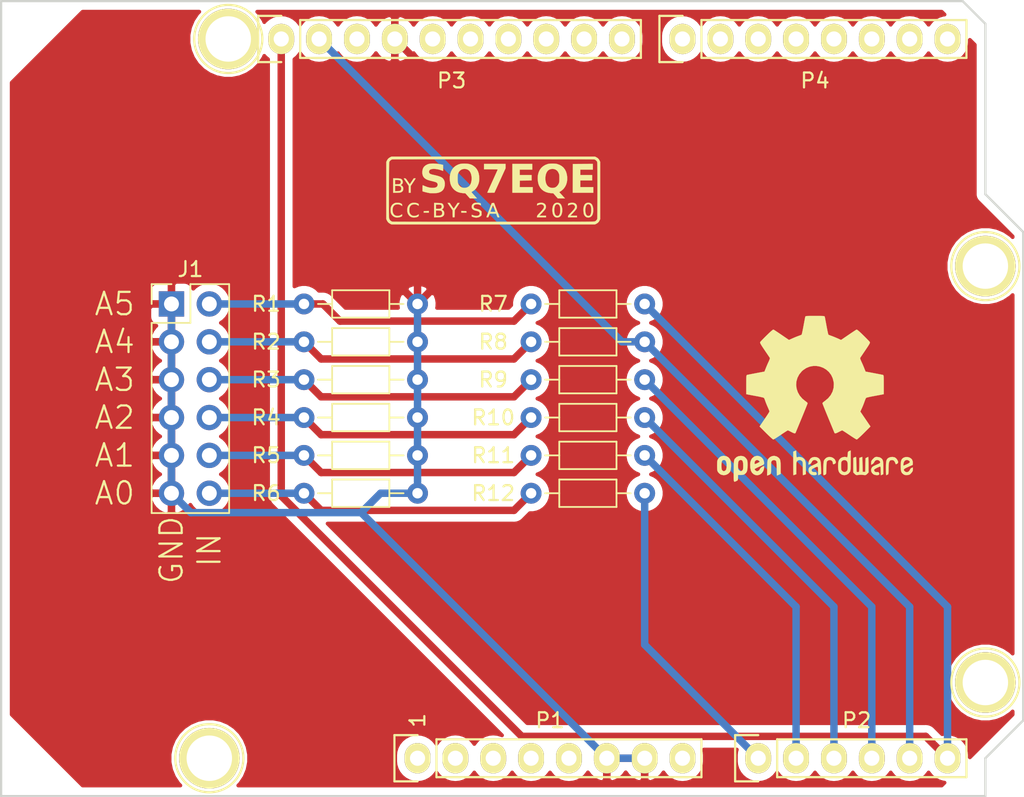
<source format=kicad_pcb>
(kicad_pcb (version 20171130) (host pcbnew 5.1.6-c6e7f7d~87~ubuntu18.04.1)

  (general
    (thickness 1.6)
    (drawings 27)
    (tracks 53)
    (zones 0)
    (modules 23)
    (nets 39)
  )

  (page A4)
  (title_block
    (title "PCB for Uno Analog Input")
    (date 2020-08-09)
    (rev 1.0)
    (company "MSc Paweł Sobótka")
    (comment 1 "CC-BY-SA 4.0")
    (comment 2 "by SQ7EQE")
    (comment 3 "for Arduino Uno rev.3 board")
  )

  (layers
    (0 F.Cu signal)
    (31 B.Cu signal)
    (32 B.Adhes user)
    (33 F.Adhes user)
    (34 B.Paste user)
    (35 F.Paste user)
    (36 B.SilkS user)
    (37 F.SilkS user)
    (38 B.Mask user)
    (39 F.Mask user)
    (40 Dwgs.User user)
    (41 Cmts.User user)
    (42 Eco1.User user)
    (43 Eco2.User user)
    (44 Edge.Cuts user)
    (45 Margin user)
    (46 B.CrtYd user)
    (47 F.CrtYd user)
    (48 B.Fab user)
    (49 F.Fab user)
  )

  (setup
    (last_trace_width 0.5)
    (trace_clearance 0.2)
    (zone_clearance 0.508)
    (zone_45_only no)
    (trace_min 0.2)
    (via_size 0.6)
    (via_drill 0.4)
    (via_min_size 0.4)
    (via_min_drill 0.3)
    (uvia_size 0.3)
    (uvia_drill 0.1)
    (uvias_allowed no)
    (uvia_min_size 0.2)
    (uvia_min_drill 0.1)
    (edge_width 0.15)
    (segment_width 0.15)
    (pcb_text_width 0.3)
    (pcb_text_size 1.5 1.5)
    (mod_edge_width 0.15)
    (mod_text_size 1 1)
    (mod_text_width 0.15)
    (pad_size 4.064 4.064)
    (pad_drill 3.048)
    (pad_to_mask_clearance 0)
    (aux_axis_origin 110.998 126.365)
    (grid_origin 110.998 126.365)
    (visible_elements FFFFFF7F)
    (pcbplotparams
      (layerselection 0x290f0_ffffffff)
      (usegerberextensions false)
      (usegerberattributes true)
      (usegerberadvancedattributes true)
      (creategerberjobfile true)
      (excludeedgelayer true)
      (linewidth 0.150000)
      (plotframeref false)
      (viasonmask false)
      (mode 1)
      (useauxorigin true)
      (hpglpennumber 1)
      (hpglpenspeed 20)
      (hpglpendiameter 15.000000)
      (psnegative false)
      (psa4output false)
      (plotreference true)
      (plotvalue true)
      (plotinvisibletext false)
      (padsonsilk false)
      (subtractmaskfromsilk true)
      (outputformat 1)
      (mirror false)
      (drillshape 0)
      (scaleselection 1)
      (outputdirectory "gerbv/"))
  )

  (net 0 "")
  (net 1 /IOREF)
  (net 2 /Reset)
  (net 3 +5V)
  (net 4 GND)
  (net 5 /Vin)
  (net 6 /A0)
  (net 7 /A1)
  (net 8 /A2)
  (net 9 /A3)
  (net 10 /AREF)
  (net 11 "/A4(SDA)")
  (net 12 "/A5(SCL)")
  (net 13 "/9(**)")
  (net 14 /8)
  (net 15 /7)
  (net 16 "/6(**)")
  (net 17 "/5(**)")
  (net 18 /4)
  (net 19 "/3(**)")
  (net 20 /2)
  (net 21 "/1(Tx)")
  (net 22 "/0(Rx)")
  (net 23 "Net-(P5-Pad1)")
  (net 24 "Net-(P6-Pad1)")
  (net 25 "Net-(P7-Pad1)")
  (net 26 "Net-(P8-Pad1)")
  (net 27 "/13(SCK)")
  (net 28 "/10(**/SS)")
  (net 29 "Net-(P1-Pad1)")
  (net 30 +3V3)
  (net 31 "/12(MISO)")
  (net 32 "/11(**/MOSI)")
  (net 33 "Net-(J1-Pad2)")
  (net 34 "Net-(J1-Pad4)")
  (net 35 "Net-(J1-Pad6)")
  (net 36 "Net-(J1-Pad8)")
  (net 37 "Net-(J1-Pad10)")
  (net 38 "Net-(J1-Pad12)")

  (net_class Default "This is the default net class."
    (clearance 0.2)
    (trace_width 0.5)
    (via_dia 0.6)
    (via_drill 0.4)
    (uvia_dia 0.3)
    (uvia_drill 0.1)
    (add_net +3V3)
    (add_net +5V)
    (add_net "/0(Rx)")
    (add_net "/1(Tx)")
    (add_net "/10(**/SS)")
    (add_net "/11(**/MOSI)")
    (add_net "/12(MISO)")
    (add_net "/13(SCK)")
    (add_net /2)
    (add_net "/3(**)")
    (add_net /4)
    (add_net "/5(**)")
    (add_net "/6(**)")
    (add_net /7)
    (add_net /8)
    (add_net "/9(**)")
    (add_net /A0)
    (add_net /A1)
    (add_net /A2)
    (add_net /A3)
    (add_net "/A4(SDA)")
    (add_net "/A5(SCL)")
    (add_net /AREF)
    (add_net /IOREF)
    (add_net /Reset)
    (add_net /Vin)
    (add_net GND)
    (add_net "Net-(J1-Pad10)")
    (add_net "Net-(J1-Pad12)")
    (add_net "Net-(J1-Pad2)")
    (add_net "Net-(J1-Pad4)")
    (add_net "Net-(J1-Pad6)")
    (add_net "Net-(J1-Pad8)")
    (add_net "Net-(P1-Pad1)")
    (add_net "Net-(P5-Pad1)")
    (add_net "Net-(P6-Pad1)")
    (add_net "Net-(P7-Pad1)")
    (add_net "Net-(P8-Pad1)")
  )

  (module Resistor_THT:R_Axial_DIN0204_L3.6mm_D1.6mm_P7.62mm_Horizontal (layer F.Cu) (tedit 5AE5139B) (tstamp 5F314B86)
    (at 154.178 106.045 180)
    (descr "Resistor, Axial_DIN0204 series, Axial, Horizontal, pin pitch=7.62mm, 0.167W, length*diameter=3.6*1.6mm^2, http://cdn-reichelt.de/documents/datenblatt/B400/1_4W%23YAG.pdf")
    (tags "Resistor Axial_DIN0204 series Axial Horizontal pin pitch 7.62mm 0.167W length 3.6mm diameter 1.6mm")
    (path /5F33995D)
    (fp_text reference R12 (at 10.16 0) (layer F.SilkS)
      (effects (font (size 1 1) (thickness 0.15)))
    )
    (fp_text value 1M (at -2.54 0) (layer F.Fab)
      (effects (font (size 1 1) (thickness 0.15)))
    )
    (fp_text user %R (at 3.81 0) (layer F.Fab)
      (effects (font (size 0.72 0.72) (thickness 0.108)))
    )
    (fp_line (start 2.01 -0.8) (end 2.01 0.8) (layer F.Fab) (width 0.1))
    (fp_line (start 2.01 0.8) (end 5.61 0.8) (layer F.Fab) (width 0.1))
    (fp_line (start 5.61 0.8) (end 5.61 -0.8) (layer F.Fab) (width 0.1))
    (fp_line (start 5.61 -0.8) (end 2.01 -0.8) (layer F.Fab) (width 0.1))
    (fp_line (start 0 0) (end 2.01 0) (layer F.Fab) (width 0.1))
    (fp_line (start 7.62 0) (end 5.61 0) (layer F.Fab) (width 0.1))
    (fp_line (start 1.89 -0.92) (end 1.89 0.92) (layer F.SilkS) (width 0.12))
    (fp_line (start 1.89 0.92) (end 5.73 0.92) (layer F.SilkS) (width 0.12))
    (fp_line (start 5.73 0.92) (end 5.73 -0.92) (layer F.SilkS) (width 0.12))
    (fp_line (start 5.73 -0.92) (end 1.89 -0.92) (layer F.SilkS) (width 0.12))
    (fp_line (start 0.94 0) (end 1.89 0) (layer F.SilkS) (width 0.12))
    (fp_line (start 6.68 0) (end 5.73 0) (layer F.SilkS) (width 0.12))
    (fp_line (start -0.95 -1.05) (end -0.95 1.05) (layer F.CrtYd) (width 0.05))
    (fp_line (start -0.95 1.05) (end 8.57 1.05) (layer F.CrtYd) (width 0.05))
    (fp_line (start 8.57 1.05) (end 8.57 -1.05) (layer F.CrtYd) (width 0.05))
    (fp_line (start 8.57 -1.05) (end -0.95 -1.05) (layer F.CrtYd) (width 0.05))
    (pad 2 thru_hole oval (at 7.62 0 180) (size 1.4 1.4) (drill 0.7) (layers *.Cu *.Mask)
      (net 38 "Net-(J1-Pad12)"))
    (pad 1 thru_hole circle (at 0 0 180) (size 1.4 1.4) (drill 0.7) (layers *.Cu *.Mask)
      (net 6 /A0))
    (model ${KISYS3DMOD}/Resistor_THT.3dshapes/R_Axial_DIN0204_L3.6mm_D1.6mm_P7.62mm_Horizontal.wrl
      (at (xyz 0 0 0))
      (scale (xyz 1 1 1))
      (rotate (xyz 0 0 0))
    )
  )

  (module Resistor_THT:R_Axial_DIN0204_L3.6mm_D1.6mm_P7.62mm_Horizontal (layer F.Cu) (tedit 5AE5139B) (tstamp 5F314B59)
    (at 154.178 100.965 180)
    (descr "Resistor, Axial_DIN0204 series, Axial, Horizontal, pin pitch=7.62mm, 0.167W, length*diameter=3.6*1.6mm^2, http://cdn-reichelt.de/documents/datenblatt/B400/1_4W%23YAG.pdf")
    (tags "Resistor Axial_DIN0204 series Axial Horizontal pin pitch 7.62mm 0.167W length 3.6mm diameter 1.6mm")
    (path /5F33C104)
    (fp_text reference R10 (at 10.16 0) (layer F.SilkS)
      (effects (font (size 1 1) (thickness 0.15)))
    )
    (fp_text value 1M (at -2.54 0) (layer F.Fab)
      (effects (font (size 1 1) (thickness 0.15)))
    )
    (fp_text user %R (at 3.81 0) (layer F.Fab)
      (effects (font (size 0.72 0.72) (thickness 0.108)))
    )
    (fp_line (start 2.01 -0.8) (end 2.01 0.8) (layer F.Fab) (width 0.1))
    (fp_line (start 2.01 0.8) (end 5.61 0.8) (layer F.Fab) (width 0.1))
    (fp_line (start 5.61 0.8) (end 5.61 -0.8) (layer F.Fab) (width 0.1))
    (fp_line (start 5.61 -0.8) (end 2.01 -0.8) (layer F.Fab) (width 0.1))
    (fp_line (start 0 0) (end 2.01 0) (layer F.Fab) (width 0.1))
    (fp_line (start 7.62 0) (end 5.61 0) (layer F.Fab) (width 0.1))
    (fp_line (start 1.89 -0.92) (end 1.89 0.92) (layer F.SilkS) (width 0.12))
    (fp_line (start 1.89 0.92) (end 5.73 0.92) (layer F.SilkS) (width 0.12))
    (fp_line (start 5.73 0.92) (end 5.73 -0.92) (layer F.SilkS) (width 0.12))
    (fp_line (start 5.73 -0.92) (end 1.89 -0.92) (layer F.SilkS) (width 0.12))
    (fp_line (start 0.94 0) (end 1.89 0) (layer F.SilkS) (width 0.12))
    (fp_line (start 6.68 0) (end 5.73 0) (layer F.SilkS) (width 0.12))
    (fp_line (start -0.95 -1.05) (end -0.95 1.05) (layer F.CrtYd) (width 0.05))
    (fp_line (start -0.95 1.05) (end 8.57 1.05) (layer F.CrtYd) (width 0.05))
    (fp_line (start 8.57 1.05) (end 8.57 -1.05) (layer F.CrtYd) (width 0.05))
    (fp_line (start 8.57 -1.05) (end -0.95 -1.05) (layer F.CrtYd) (width 0.05))
    (pad 2 thru_hole oval (at 7.62 0 180) (size 1.4 1.4) (drill 0.7) (layers *.Cu *.Mask)
      (net 36 "Net-(J1-Pad8)"))
    (pad 1 thru_hole circle (at 0 0 180) (size 1.4 1.4) (drill 0.7) (layers *.Cu *.Mask)
      (net 8 /A2))
    (model ${KISYS3DMOD}/Resistor_THT.3dshapes/R_Axial_DIN0204_L3.6mm_D1.6mm_P7.62mm_Horizontal.wrl
      (at (xyz 0 0 0))
      (scale (xyz 1 1 1))
      (rotate (xyz 0 0 0))
    )
  )

  (module Resistor_THT:R_Axial_DIN0204_L3.6mm_D1.6mm_P7.62mm_Horizontal (layer F.Cu) (tedit 5AE5139B) (tstamp 5F314B42)
    (at 154.178 98.425 180)
    (descr "Resistor, Axial_DIN0204 series, Axial, Horizontal, pin pitch=7.62mm, 0.167W, length*diameter=3.6*1.6mm^2, http://cdn-reichelt.de/documents/datenblatt/B400/1_4W%23YAG.pdf")
    (tags "Resistor Axial_DIN0204 series Axial Horizontal pin pitch 7.62mm 0.167W length 3.6mm diameter 1.6mm")
    (path /5F33EE31)
    (fp_text reference R9 (at 10.16 0) (layer F.SilkS)
      (effects (font (size 1 1) (thickness 0.15)))
    )
    (fp_text value 1M (at -2.54 0) (layer F.Fab)
      (effects (font (size 1 1) (thickness 0.15)))
    )
    (fp_text user %R (at 3.81 0) (layer F.Fab)
      (effects (font (size 0.72 0.72) (thickness 0.108)))
    )
    (fp_line (start 2.01 -0.8) (end 2.01 0.8) (layer F.Fab) (width 0.1))
    (fp_line (start 2.01 0.8) (end 5.61 0.8) (layer F.Fab) (width 0.1))
    (fp_line (start 5.61 0.8) (end 5.61 -0.8) (layer F.Fab) (width 0.1))
    (fp_line (start 5.61 -0.8) (end 2.01 -0.8) (layer F.Fab) (width 0.1))
    (fp_line (start 0 0) (end 2.01 0) (layer F.Fab) (width 0.1))
    (fp_line (start 7.62 0) (end 5.61 0) (layer F.Fab) (width 0.1))
    (fp_line (start 1.89 -0.92) (end 1.89 0.92) (layer F.SilkS) (width 0.12))
    (fp_line (start 1.89 0.92) (end 5.73 0.92) (layer F.SilkS) (width 0.12))
    (fp_line (start 5.73 0.92) (end 5.73 -0.92) (layer F.SilkS) (width 0.12))
    (fp_line (start 5.73 -0.92) (end 1.89 -0.92) (layer F.SilkS) (width 0.12))
    (fp_line (start 0.94 0) (end 1.89 0) (layer F.SilkS) (width 0.12))
    (fp_line (start 6.68 0) (end 5.73 0) (layer F.SilkS) (width 0.12))
    (fp_line (start -0.95 -1.05) (end -0.95 1.05) (layer F.CrtYd) (width 0.05))
    (fp_line (start -0.95 1.05) (end 8.57 1.05) (layer F.CrtYd) (width 0.05))
    (fp_line (start 8.57 1.05) (end 8.57 -1.05) (layer F.CrtYd) (width 0.05))
    (fp_line (start 8.57 -1.05) (end -0.95 -1.05) (layer F.CrtYd) (width 0.05))
    (pad 2 thru_hole oval (at 7.62 0 180) (size 1.4 1.4) (drill 0.7) (layers *.Cu *.Mask)
      (net 35 "Net-(J1-Pad6)"))
    (pad 1 thru_hole circle (at 0 0 180) (size 1.4 1.4) (drill 0.7) (layers *.Cu *.Mask)
      (net 9 /A3))
    (model ${KISYS3DMOD}/Resistor_THT.3dshapes/R_Axial_DIN0204_L3.6mm_D1.6mm_P7.62mm_Horizontal.wrl
      (at (xyz 0 0 0))
      (scale (xyz 1 1 1))
      (rotate (xyz 0 0 0))
    )
  )

  (module Resistor_THT:R_Axial_DIN0204_L3.6mm_D1.6mm_P7.62mm_Horizontal (layer F.Cu) (tedit 5AE5139B) (tstamp 5F314B2B)
    (at 154.178 95.885 180)
    (descr "Resistor, Axial_DIN0204 series, Axial, Horizontal, pin pitch=7.62mm, 0.167W, length*diameter=3.6*1.6mm^2, http://cdn-reichelt.de/documents/datenblatt/B400/1_4W%23YAG.pdf")
    (tags "Resistor Axial_DIN0204 series Axial Horizontal pin pitch 7.62mm 0.167W length 3.6mm diameter 1.6mm")
    (path /5F34172D)
    (fp_text reference R8 (at 10.16 0) (layer F.SilkS)
      (effects (font (size 1 1) (thickness 0.15)))
    )
    (fp_text value 1M (at -2.54 0) (layer F.Fab)
      (effects (font (size 1 1) (thickness 0.15)))
    )
    (fp_text user %R (at 3.81 0) (layer F.Fab)
      (effects (font (size 0.72 0.72) (thickness 0.108)))
    )
    (fp_line (start 2.01 -0.8) (end 2.01 0.8) (layer F.Fab) (width 0.1))
    (fp_line (start 2.01 0.8) (end 5.61 0.8) (layer F.Fab) (width 0.1))
    (fp_line (start 5.61 0.8) (end 5.61 -0.8) (layer F.Fab) (width 0.1))
    (fp_line (start 5.61 -0.8) (end 2.01 -0.8) (layer F.Fab) (width 0.1))
    (fp_line (start 0 0) (end 2.01 0) (layer F.Fab) (width 0.1))
    (fp_line (start 7.62 0) (end 5.61 0) (layer F.Fab) (width 0.1))
    (fp_line (start 1.89 -0.92) (end 1.89 0.92) (layer F.SilkS) (width 0.12))
    (fp_line (start 1.89 0.92) (end 5.73 0.92) (layer F.SilkS) (width 0.12))
    (fp_line (start 5.73 0.92) (end 5.73 -0.92) (layer F.SilkS) (width 0.12))
    (fp_line (start 5.73 -0.92) (end 1.89 -0.92) (layer F.SilkS) (width 0.12))
    (fp_line (start 0.94 0) (end 1.89 0) (layer F.SilkS) (width 0.12))
    (fp_line (start 6.68 0) (end 5.73 0) (layer F.SilkS) (width 0.12))
    (fp_line (start -0.95 -1.05) (end -0.95 1.05) (layer F.CrtYd) (width 0.05))
    (fp_line (start -0.95 1.05) (end 8.57 1.05) (layer F.CrtYd) (width 0.05))
    (fp_line (start 8.57 1.05) (end 8.57 -1.05) (layer F.CrtYd) (width 0.05))
    (fp_line (start 8.57 -1.05) (end -0.95 -1.05) (layer F.CrtYd) (width 0.05))
    (pad 2 thru_hole oval (at 7.62 0 180) (size 1.4 1.4) (drill 0.7) (layers *.Cu *.Mask)
      (net 34 "Net-(J1-Pad4)"))
    (pad 1 thru_hole circle (at 0 0 180) (size 1.4 1.4) (drill 0.7) (layers *.Cu *.Mask)
      (net 11 "/A4(SDA)"))
    (model ${KISYS3DMOD}/Resistor_THT.3dshapes/R_Axial_DIN0204_L3.6mm_D1.6mm_P7.62mm_Horizontal.wrl
      (at (xyz 0 0 0))
      (scale (xyz 1 1 1))
      (rotate (xyz 0 0 0))
    )
  )

  (module Resistor_THT:R_Axial_DIN0204_L3.6mm_D1.6mm_P7.62mm_Horizontal (layer F.Cu) (tedit 5AE5139B) (tstamp 5F314B14)
    (at 154.178 93.345 180)
    (descr "Resistor, Axial_DIN0204 series, Axial, Horizontal, pin pitch=7.62mm, 0.167W, length*diameter=3.6*1.6mm^2, http://cdn-reichelt.de/documents/datenblatt/B400/1_4W%23YAG.pdf")
    (tags "Resistor Axial_DIN0204 series Axial Horizontal pin pitch 7.62mm 0.167W length 3.6mm diameter 1.6mm")
    (path /5F3447E1)
    (fp_text reference R7 (at 10.16 0) (layer F.SilkS)
      (effects (font (size 1 1) (thickness 0.15)))
    )
    (fp_text value 1M (at -2.54 0) (layer F.Fab)
      (effects (font (size 1 1) (thickness 0.15)))
    )
    (fp_text user %R (at 3.81 0) (layer F.Fab)
      (effects (font (size 0.72 0.72) (thickness 0.108)))
    )
    (fp_line (start 2.01 -0.8) (end 2.01 0.8) (layer F.Fab) (width 0.1))
    (fp_line (start 2.01 0.8) (end 5.61 0.8) (layer F.Fab) (width 0.1))
    (fp_line (start 5.61 0.8) (end 5.61 -0.8) (layer F.Fab) (width 0.1))
    (fp_line (start 5.61 -0.8) (end 2.01 -0.8) (layer F.Fab) (width 0.1))
    (fp_line (start 0 0) (end 2.01 0) (layer F.Fab) (width 0.1))
    (fp_line (start 7.62 0) (end 5.61 0) (layer F.Fab) (width 0.1))
    (fp_line (start 1.89 -0.92) (end 1.89 0.92) (layer F.SilkS) (width 0.12))
    (fp_line (start 1.89 0.92) (end 5.73 0.92) (layer F.SilkS) (width 0.12))
    (fp_line (start 5.73 0.92) (end 5.73 -0.92) (layer F.SilkS) (width 0.12))
    (fp_line (start 5.73 -0.92) (end 1.89 -0.92) (layer F.SilkS) (width 0.12))
    (fp_line (start 0.94 0) (end 1.89 0) (layer F.SilkS) (width 0.12))
    (fp_line (start 6.68 0) (end 5.73 0) (layer F.SilkS) (width 0.12))
    (fp_line (start -0.95 -1.05) (end -0.95 1.05) (layer F.CrtYd) (width 0.05))
    (fp_line (start -0.95 1.05) (end 8.57 1.05) (layer F.CrtYd) (width 0.05))
    (fp_line (start 8.57 1.05) (end 8.57 -1.05) (layer F.CrtYd) (width 0.05))
    (fp_line (start 8.57 -1.05) (end -0.95 -1.05) (layer F.CrtYd) (width 0.05))
    (pad 2 thru_hole oval (at 7.62 0 180) (size 1.4 1.4) (drill 0.7) (layers *.Cu *.Mask)
      (net 33 "Net-(J1-Pad2)"))
    (pad 1 thru_hole circle (at 0 0 180) (size 1.4 1.4) (drill 0.7) (layers *.Cu *.Mask)
      (net 12 "/A5(SCL)"))
    (model ${KISYS3DMOD}/Resistor_THT.3dshapes/R_Axial_DIN0204_L3.6mm_D1.6mm_P7.62mm_Horizontal.wrl
      (at (xyz 0 0 0))
      (scale (xyz 1 1 1))
      (rotate (xyz 0 0 0))
    )
  )

  (module Resistor_THT:R_Axial_DIN0204_L3.6mm_D1.6mm_P7.62mm_Horizontal (layer F.Cu) (tedit 5AE5139B) (tstamp 5F314AFD)
    (at 138.938 106.045 180)
    (descr "Resistor, Axial_DIN0204 series, Axial, Horizontal, pin pitch=7.62mm, 0.167W, length*diameter=3.6*1.6mm^2, http://cdn-reichelt.de/documents/datenblatt/B400/1_4W%23YAG.pdf")
    (tags "Resistor Axial_DIN0204 series Axial Horizontal pin pitch 7.62mm 0.167W length 3.6mm diameter 1.6mm")
    (path /5F339969)
    (fp_text reference R6 (at 10.16 0) (layer F.SilkS)
      (effects (font (size 1 1) (thickness 0.15)))
    )
    (fp_text value 1M (at -2.54 0) (layer F.Fab)
      (effects (font (size 1 1) (thickness 0.15)))
    )
    (fp_text user %R (at 3.81 0) (layer F.Fab)
      (effects (font (size 0.72 0.72) (thickness 0.108)))
    )
    (fp_line (start 2.01 -0.8) (end 2.01 0.8) (layer F.Fab) (width 0.1))
    (fp_line (start 2.01 0.8) (end 5.61 0.8) (layer F.Fab) (width 0.1))
    (fp_line (start 5.61 0.8) (end 5.61 -0.8) (layer F.Fab) (width 0.1))
    (fp_line (start 5.61 -0.8) (end 2.01 -0.8) (layer F.Fab) (width 0.1))
    (fp_line (start 0 0) (end 2.01 0) (layer F.Fab) (width 0.1))
    (fp_line (start 7.62 0) (end 5.61 0) (layer F.Fab) (width 0.1))
    (fp_line (start 1.89 -0.92) (end 1.89 0.92) (layer F.SilkS) (width 0.12))
    (fp_line (start 1.89 0.92) (end 5.73 0.92) (layer F.SilkS) (width 0.12))
    (fp_line (start 5.73 0.92) (end 5.73 -0.92) (layer F.SilkS) (width 0.12))
    (fp_line (start 5.73 -0.92) (end 1.89 -0.92) (layer F.SilkS) (width 0.12))
    (fp_line (start 0.94 0) (end 1.89 0) (layer F.SilkS) (width 0.12))
    (fp_line (start 6.68 0) (end 5.73 0) (layer F.SilkS) (width 0.12))
    (fp_line (start -0.95 -1.05) (end -0.95 1.05) (layer F.CrtYd) (width 0.05))
    (fp_line (start -0.95 1.05) (end 8.57 1.05) (layer F.CrtYd) (width 0.05))
    (fp_line (start 8.57 1.05) (end 8.57 -1.05) (layer F.CrtYd) (width 0.05))
    (fp_line (start 8.57 -1.05) (end -0.95 -1.05) (layer F.CrtYd) (width 0.05))
    (pad 2 thru_hole oval (at 7.62 0 180) (size 1.4 1.4) (drill 0.7) (layers *.Cu *.Mask)
      (net 38 "Net-(J1-Pad12)"))
    (pad 1 thru_hole circle (at 0 0 180) (size 1.4 1.4) (drill 0.7) (layers *.Cu *.Mask)
      (net 4 GND))
    (model ${KISYS3DMOD}/Resistor_THT.3dshapes/R_Axial_DIN0204_L3.6mm_D1.6mm_P7.62mm_Horizontal.wrl
      (at (xyz 0 0 0))
      (scale (xyz 1 1 1))
      (rotate (xyz 0 0 0))
    )
  )

  (module Resistor_THT:R_Axial_DIN0204_L3.6mm_D1.6mm_P7.62mm_Horizontal (layer F.Cu) (tedit 5AE5139B) (tstamp 5F314AE6)
    (at 138.938 103.505 180)
    (descr "Resistor, Axial_DIN0204 series, Axial, Horizontal, pin pitch=7.62mm, 0.167W, length*diameter=3.6*1.6mm^2, http://cdn-reichelt.de/documents/datenblatt/B400/1_4W%23YAG.pdf")
    (tags "Resistor Axial_DIN0204 series Axial Horizontal pin pitch 7.62mm 0.167W length 3.6mm diameter 1.6mm")
    (path /5F32327C)
    (fp_text reference R5 (at 10.16 0) (layer F.SilkS)
      (effects (font (size 1 1) (thickness 0.15)))
    )
    (fp_text value 1M (at -2.54 0) (layer F.Fab)
      (effects (font (size 1 1) (thickness 0.15)))
    )
    (fp_text user %R (at 3.81 0) (layer F.Fab)
      (effects (font (size 0.72 0.72) (thickness 0.108)))
    )
    (fp_line (start 2.01 -0.8) (end 2.01 0.8) (layer F.Fab) (width 0.1))
    (fp_line (start 2.01 0.8) (end 5.61 0.8) (layer F.Fab) (width 0.1))
    (fp_line (start 5.61 0.8) (end 5.61 -0.8) (layer F.Fab) (width 0.1))
    (fp_line (start 5.61 -0.8) (end 2.01 -0.8) (layer F.Fab) (width 0.1))
    (fp_line (start 0 0) (end 2.01 0) (layer F.Fab) (width 0.1))
    (fp_line (start 7.62 0) (end 5.61 0) (layer F.Fab) (width 0.1))
    (fp_line (start 1.89 -0.92) (end 1.89 0.92) (layer F.SilkS) (width 0.12))
    (fp_line (start 1.89 0.92) (end 5.73 0.92) (layer F.SilkS) (width 0.12))
    (fp_line (start 5.73 0.92) (end 5.73 -0.92) (layer F.SilkS) (width 0.12))
    (fp_line (start 5.73 -0.92) (end 1.89 -0.92) (layer F.SilkS) (width 0.12))
    (fp_line (start 0.94 0) (end 1.89 0) (layer F.SilkS) (width 0.12))
    (fp_line (start 6.68 0) (end 5.73 0) (layer F.SilkS) (width 0.12))
    (fp_line (start -0.95 -1.05) (end -0.95 1.05) (layer F.CrtYd) (width 0.05))
    (fp_line (start -0.95 1.05) (end 8.57 1.05) (layer F.CrtYd) (width 0.05))
    (fp_line (start 8.57 1.05) (end 8.57 -1.05) (layer F.CrtYd) (width 0.05))
    (fp_line (start 8.57 -1.05) (end -0.95 -1.05) (layer F.CrtYd) (width 0.05))
    (pad 2 thru_hole oval (at 7.62 0 180) (size 1.4 1.4) (drill 0.7) (layers *.Cu *.Mask)
      (net 37 "Net-(J1-Pad10)"))
    (pad 1 thru_hole circle (at 0 0 180) (size 1.4 1.4) (drill 0.7) (layers *.Cu *.Mask)
      (net 4 GND))
    (model ${KISYS3DMOD}/Resistor_THT.3dshapes/R_Axial_DIN0204_L3.6mm_D1.6mm_P7.62mm_Horizontal.wrl
      (at (xyz 0 0 0))
      (scale (xyz 1 1 1))
      (rotate (xyz 0 0 0))
    )
  )

  (module Resistor_THT:R_Axial_DIN0204_L3.6mm_D1.6mm_P7.62mm_Horizontal (layer F.Cu) (tedit 5AE5139B) (tstamp 5F314ACF)
    (at 138.938 100.965 180)
    (descr "Resistor, Axial_DIN0204 series, Axial, Horizontal, pin pitch=7.62mm, 0.167W, length*diameter=3.6*1.6mm^2, http://cdn-reichelt.de/documents/datenblatt/B400/1_4W%23YAG.pdf")
    (tags "Resistor Axial_DIN0204 series Axial Horizontal pin pitch 7.62mm 0.167W length 3.6mm diameter 1.6mm")
    (path /5F33C110)
    (fp_text reference R4 (at 10.16 0) (layer F.SilkS)
      (effects (font (size 1 1) (thickness 0.15)))
    )
    (fp_text value 1M (at -2.54 0) (layer F.Fab)
      (effects (font (size 1 1) (thickness 0.15)))
    )
    (fp_text user %R (at 3.81 0) (layer F.Fab)
      (effects (font (size 0.72 0.72) (thickness 0.108)))
    )
    (fp_line (start 2.01 -0.8) (end 2.01 0.8) (layer F.Fab) (width 0.1))
    (fp_line (start 2.01 0.8) (end 5.61 0.8) (layer F.Fab) (width 0.1))
    (fp_line (start 5.61 0.8) (end 5.61 -0.8) (layer F.Fab) (width 0.1))
    (fp_line (start 5.61 -0.8) (end 2.01 -0.8) (layer F.Fab) (width 0.1))
    (fp_line (start 0 0) (end 2.01 0) (layer F.Fab) (width 0.1))
    (fp_line (start 7.62 0) (end 5.61 0) (layer F.Fab) (width 0.1))
    (fp_line (start 1.89 -0.92) (end 1.89 0.92) (layer F.SilkS) (width 0.12))
    (fp_line (start 1.89 0.92) (end 5.73 0.92) (layer F.SilkS) (width 0.12))
    (fp_line (start 5.73 0.92) (end 5.73 -0.92) (layer F.SilkS) (width 0.12))
    (fp_line (start 5.73 -0.92) (end 1.89 -0.92) (layer F.SilkS) (width 0.12))
    (fp_line (start 0.94 0) (end 1.89 0) (layer F.SilkS) (width 0.12))
    (fp_line (start 6.68 0) (end 5.73 0) (layer F.SilkS) (width 0.12))
    (fp_line (start -0.95 -1.05) (end -0.95 1.05) (layer F.CrtYd) (width 0.05))
    (fp_line (start -0.95 1.05) (end 8.57 1.05) (layer F.CrtYd) (width 0.05))
    (fp_line (start 8.57 1.05) (end 8.57 -1.05) (layer F.CrtYd) (width 0.05))
    (fp_line (start 8.57 -1.05) (end -0.95 -1.05) (layer F.CrtYd) (width 0.05))
    (pad 2 thru_hole oval (at 7.62 0 180) (size 1.4 1.4) (drill 0.7) (layers *.Cu *.Mask)
      (net 36 "Net-(J1-Pad8)"))
    (pad 1 thru_hole circle (at 0 0 180) (size 1.4 1.4) (drill 0.7) (layers *.Cu *.Mask)
      (net 4 GND))
    (model ${KISYS3DMOD}/Resistor_THT.3dshapes/R_Axial_DIN0204_L3.6mm_D1.6mm_P7.62mm_Horizontal.wrl
      (at (xyz 0 0 0))
      (scale (xyz 1 1 1))
      (rotate (xyz 0 0 0))
    )
  )

  (module Resistor_THT:R_Axial_DIN0204_L3.6mm_D1.6mm_P7.62mm_Horizontal (layer F.Cu) (tedit 5AE5139B) (tstamp 5F314AB8)
    (at 138.938 98.425 180)
    (descr "Resistor, Axial_DIN0204 series, Axial, Horizontal, pin pitch=7.62mm, 0.167W, length*diameter=3.6*1.6mm^2, http://cdn-reichelt.de/documents/datenblatt/B400/1_4W%23YAG.pdf")
    (tags "Resistor Axial_DIN0204 series Axial Horizontal pin pitch 7.62mm 0.167W length 3.6mm diameter 1.6mm")
    (path /5F33EE3D)
    (fp_text reference R3 (at 10.16 0) (layer F.SilkS)
      (effects (font (size 1 1) (thickness 0.15)))
    )
    (fp_text value 1M (at -2.54 0) (layer F.Fab)
      (effects (font (size 1 1) (thickness 0.15)))
    )
    (fp_text user %R (at 3.81 0) (layer F.Fab)
      (effects (font (size 0.72 0.72) (thickness 0.108)))
    )
    (fp_line (start 2.01 -0.8) (end 2.01 0.8) (layer F.Fab) (width 0.1))
    (fp_line (start 2.01 0.8) (end 5.61 0.8) (layer F.Fab) (width 0.1))
    (fp_line (start 5.61 0.8) (end 5.61 -0.8) (layer F.Fab) (width 0.1))
    (fp_line (start 5.61 -0.8) (end 2.01 -0.8) (layer F.Fab) (width 0.1))
    (fp_line (start 0 0) (end 2.01 0) (layer F.Fab) (width 0.1))
    (fp_line (start 7.62 0) (end 5.61 0) (layer F.Fab) (width 0.1))
    (fp_line (start 1.89 -0.92) (end 1.89 0.92) (layer F.SilkS) (width 0.12))
    (fp_line (start 1.89 0.92) (end 5.73 0.92) (layer F.SilkS) (width 0.12))
    (fp_line (start 5.73 0.92) (end 5.73 -0.92) (layer F.SilkS) (width 0.12))
    (fp_line (start 5.73 -0.92) (end 1.89 -0.92) (layer F.SilkS) (width 0.12))
    (fp_line (start 0.94 0) (end 1.89 0) (layer F.SilkS) (width 0.12))
    (fp_line (start 6.68 0) (end 5.73 0) (layer F.SilkS) (width 0.12))
    (fp_line (start -0.95 -1.05) (end -0.95 1.05) (layer F.CrtYd) (width 0.05))
    (fp_line (start -0.95 1.05) (end 8.57 1.05) (layer F.CrtYd) (width 0.05))
    (fp_line (start 8.57 1.05) (end 8.57 -1.05) (layer F.CrtYd) (width 0.05))
    (fp_line (start 8.57 -1.05) (end -0.95 -1.05) (layer F.CrtYd) (width 0.05))
    (pad 2 thru_hole oval (at 7.62 0 180) (size 1.4 1.4) (drill 0.7) (layers *.Cu *.Mask)
      (net 35 "Net-(J1-Pad6)"))
    (pad 1 thru_hole circle (at 0 0 180) (size 1.4 1.4) (drill 0.7) (layers *.Cu *.Mask)
      (net 4 GND))
    (model ${KISYS3DMOD}/Resistor_THT.3dshapes/R_Axial_DIN0204_L3.6mm_D1.6mm_P7.62mm_Horizontal.wrl
      (at (xyz 0 0 0))
      (scale (xyz 1 1 1))
      (rotate (xyz 0 0 0))
    )
  )

  (module Resistor_THT:R_Axial_DIN0204_L3.6mm_D1.6mm_P7.62mm_Horizontal (layer F.Cu) (tedit 5AE5139B) (tstamp 5F314AA1)
    (at 138.938 95.885 180)
    (descr "Resistor, Axial_DIN0204 series, Axial, Horizontal, pin pitch=7.62mm, 0.167W, length*diameter=3.6*1.6mm^2, http://cdn-reichelt.de/documents/datenblatt/B400/1_4W%23YAG.pdf")
    (tags "Resistor Axial_DIN0204 series Axial Horizontal pin pitch 7.62mm 0.167W length 3.6mm diameter 1.6mm")
    (path /5F341739)
    (fp_text reference R2 (at 10.16 0) (layer F.SilkS)
      (effects (font (size 1 1) (thickness 0.15)))
    )
    (fp_text value 1M (at -2.54 0) (layer F.Fab)
      (effects (font (size 1 1) (thickness 0.15)))
    )
    (fp_text user %R (at 3.81 0) (layer F.Fab)
      (effects (font (size 0.72 0.72) (thickness 0.108)))
    )
    (fp_line (start 2.01 -0.8) (end 2.01 0.8) (layer F.Fab) (width 0.1))
    (fp_line (start 2.01 0.8) (end 5.61 0.8) (layer F.Fab) (width 0.1))
    (fp_line (start 5.61 0.8) (end 5.61 -0.8) (layer F.Fab) (width 0.1))
    (fp_line (start 5.61 -0.8) (end 2.01 -0.8) (layer F.Fab) (width 0.1))
    (fp_line (start 0 0) (end 2.01 0) (layer F.Fab) (width 0.1))
    (fp_line (start 7.62 0) (end 5.61 0) (layer F.Fab) (width 0.1))
    (fp_line (start 1.89 -0.92) (end 1.89 0.92) (layer F.SilkS) (width 0.12))
    (fp_line (start 1.89 0.92) (end 5.73 0.92) (layer F.SilkS) (width 0.12))
    (fp_line (start 5.73 0.92) (end 5.73 -0.92) (layer F.SilkS) (width 0.12))
    (fp_line (start 5.73 -0.92) (end 1.89 -0.92) (layer F.SilkS) (width 0.12))
    (fp_line (start 0.94 0) (end 1.89 0) (layer F.SilkS) (width 0.12))
    (fp_line (start 6.68 0) (end 5.73 0) (layer F.SilkS) (width 0.12))
    (fp_line (start -0.95 -1.05) (end -0.95 1.05) (layer F.CrtYd) (width 0.05))
    (fp_line (start -0.95 1.05) (end 8.57 1.05) (layer F.CrtYd) (width 0.05))
    (fp_line (start 8.57 1.05) (end 8.57 -1.05) (layer F.CrtYd) (width 0.05))
    (fp_line (start 8.57 -1.05) (end -0.95 -1.05) (layer F.CrtYd) (width 0.05))
    (pad 2 thru_hole oval (at 7.62 0 180) (size 1.4 1.4) (drill 0.7) (layers *.Cu *.Mask)
      (net 34 "Net-(J1-Pad4)"))
    (pad 1 thru_hole circle (at 0 0 180) (size 1.4 1.4) (drill 0.7) (layers *.Cu *.Mask)
      (net 4 GND))
    (model ${KISYS3DMOD}/Resistor_THT.3dshapes/R_Axial_DIN0204_L3.6mm_D1.6mm_P7.62mm_Horizontal.wrl
      (at (xyz 0 0 0))
      (scale (xyz 1 1 1))
      (rotate (xyz 0 0 0))
    )
  )

  (module Resistor_THT:R_Axial_DIN0204_L3.6mm_D1.6mm_P7.62mm_Horizontal (layer F.Cu) (tedit 5AE5139B) (tstamp 5F314A8A)
    (at 138.938 93.345 180)
    (descr "Resistor, Axial_DIN0204 series, Axial, Horizontal, pin pitch=7.62mm, 0.167W, length*diameter=3.6*1.6mm^2, http://cdn-reichelt.de/documents/datenblatt/B400/1_4W%23YAG.pdf")
    (tags "Resistor Axial_DIN0204 series Axial Horizontal pin pitch 7.62mm 0.167W length 3.6mm diameter 1.6mm")
    (path /5F3447ED)
    (fp_text reference R1 (at 10.16 0) (layer F.SilkS)
      (effects (font (size 1 1) (thickness 0.15)))
    )
    (fp_text value 1M (at -2.54 0) (layer F.Fab)
      (effects (font (size 1 1) (thickness 0.15)))
    )
    (fp_text user %R (at 3.81 0) (layer F.Fab)
      (effects (font (size 0.72 0.72) (thickness 0.108)))
    )
    (fp_line (start 2.01 -0.8) (end 2.01 0.8) (layer F.Fab) (width 0.1))
    (fp_line (start 2.01 0.8) (end 5.61 0.8) (layer F.Fab) (width 0.1))
    (fp_line (start 5.61 0.8) (end 5.61 -0.8) (layer F.Fab) (width 0.1))
    (fp_line (start 5.61 -0.8) (end 2.01 -0.8) (layer F.Fab) (width 0.1))
    (fp_line (start 0 0) (end 2.01 0) (layer F.Fab) (width 0.1))
    (fp_line (start 7.62 0) (end 5.61 0) (layer F.Fab) (width 0.1))
    (fp_line (start 1.89 -0.92) (end 1.89 0.92) (layer F.SilkS) (width 0.12))
    (fp_line (start 1.89 0.92) (end 5.73 0.92) (layer F.SilkS) (width 0.12))
    (fp_line (start 5.73 0.92) (end 5.73 -0.92) (layer F.SilkS) (width 0.12))
    (fp_line (start 5.73 -0.92) (end 1.89 -0.92) (layer F.SilkS) (width 0.12))
    (fp_line (start 0.94 0) (end 1.89 0) (layer F.SilkS) (width 0.12))
    (fp_line (start 6.68 0) (end 5.73 0) (layer F.SilkS) (width 0.12))
    (fp_line (start -0.95 -1.05) (end -0.95 1.05) (layer F.CrtYd) (width 0.05))
    (fp_line (start -0.95 1.05) (end 8.57 1.05) (layer F.CrtYd) (width 0.05))
    (fp_line (start 8.57 1.05) (end 8.57 -1.05) (layer F.CrtYd) (width 0.05))
    (fp_line (start 8.57 -1.05) (end -0.95 -1.05) (layer F.CrtYd) (width 0.05))
    (pad 2 thru_hole oval (at 7.62 0 180) (size 1.4 1.4) (drill 0.7) (layers *.Cu *.Mask)
      (net 33 "Net-(J1-Pad2)"))
    (pad 1 thru_hole circle (at 0 0 180) (size 1.4 1.4) (drill 0.7) (layers *.Cu *.Mask)
      (net 4 GND))
    (model ${KISYS3DMOD}/Resistor_THT.3dshapes/R_Axial_DIN0204_L3.6mm_D1.6mm_P7.62mm_Horizontal.wrl
      (at (xyz 0 0 0))
      (scale (xyz 1 1 1))
      (rotate (xyz 0 0 0))
    )
  )

  (module Socket_Arduino_Uno:Socket_Strip_Arduino_1x08 locked (layer F.Cu) (tedit 552168D2) (tstamp 551AF9EA)
    (at 138.938 123.825)
    (descr "Through hole socket strip")
    (tags "socket strip")
    (path /56D70129)
    (fp_text reference P1 (at 8.89 -2.54) (layer F.SilkS)
      (effects (font (size 1 1) (thickness 0.15)))
    )
    (fp_text value Power (at 8.89 -4.064) (layer F.Fab)
      (effects (font (size 1 1) (thickness 0.15)))
    )
    (fp_line (start -1.75 -1.75) (end -1.75 1.75) (layer F.CrtYd) (width 0.05))
    (fp_line (start 19.55 -1.75) (end 19.55 1.75) (layer F.CrtYd) (width 0.05))
    (fp_line (start -1.75 -1.75) (end 19.55 -1.75) (layer F.CrtYd) (width 0.05))
    (fp_line (start -1.75 1.75) (end 19.55 1.75) (layer F.CrtYd) (width 0.05))
    (fp_line (start 1.27 1.27) (end 19.05 1.27) (layer F.SilkS) (width 0.15))
    (fp_line (start 19.05 1.27) (end 19.05 -1.27) (layer F.SilkS) (width 0.15))
    (fp_line (start 19.05 -1.27) (end 1.27 -1.27) (layer F.SilkS) (width 0.15))
    (fp_line (start -1.55 1.55) (end 0 1.55) (layer F.SilkS) (width 0.15))
    (fp_line (start 1.27 1.27) (end 1.27 -1.27) (layer F.SilkS) (width 0.15))
    (fp_line (start 0 -1.55) (end -1.55 -1.55) (layer F.SilkS) (width 0.15))
    (fp_line (start -1.55 -1.55) (end -1.55 1.55) (layer F.SilkS) (width 0.15))
    (pad 1 thru_hole oval (at 0 0) (size 1.7272 2.032) (drill 1.016) (layers *.Cu *.Mask F.SilkS)
      (net 29 "Net-(P1-Pad1)"))
    (pad 2 thru_hole oval (at 2.54 0) (size 1.7272 2.032) (drill 1.016) (layers *.Cu *.Mask F.SilkS)
      (net 1 /IOREF))
    (pad 3 thru_hole oval (at 5.08 0) (size 1.7272 2.032) (drill 1.016) (layers *.Cu *.Mask F.SilkS)
      (net 2 /Reset))
    (pad 4 thru_hole oval (at 7.62 0) (size 1.7272 2.032) (drill 1.016) (layers *.Cu *.Mask F.SilkS)
      (net 30 +3V3))
    (pad 5 thru_hole oval (at 10.16 0) (size 1.7272 2.032) (drill 1.016) (layers *.Cu *.Mask F.SilkS)
      (net 3 +5V))
    (pad 6 thru_hole oval (at 12.7 0) (size 1.7272 2.032) (drill 1.016) (layers *.Cu *.Mask F.SilkS)
      (net 4 GND))
    (pad 7 thru_hole oval (at 15.24 0) (size 1.7272 2.032) (drill 1.016) (layers *.Cu *.Mask F.SilkS)
      (net 4 GND))
    (pad 8 thru_hole oval (at 17.78 0) (size 1.7272 2.032) (drill 1.016) (layers *.Cu *.Mask F.SilkS)
      (net 5 /Vin))
    (model ${KIPRJMOD}/Socket_Arduino_Uno.3dshapes/Socket_header_Arduino_1x08.wrl
      (offset (xyz 8.889999866485596 0 0))
      (scale (xyz 1 1 1))
      (rotate (xyz 0 0 180))
    )
  )

  (module Socket_Arduino_Uno:Socket_Strip_Arduino_1x06 locked (layer F.Cu) (tedit 552168D6) (tstamp 551AF9FF)
    (at 161.798 123.825)
    (descr "Through hole socket strip")
    (tags "socket strip")
    (path /56D70DD8)
    (fp_text reference P2 (at 6.604 -2.54) (layer F.SilkS)
      (effects (font (size 1 1) (thickness 0.15)))
    )
    (fp_text value Analog (at 6.604 -4.064) (layer F.Fab)
      (effects (font (size 1 1) (thickness 0.15)))
    )
    (fp_line (start -1.75 -1.75) (end -1.75 1.75) (layer F.CrtYd) (width 0.05))
    (fp_line (start 14.45 -1.75) (end 14.45 1.75) (layer F.CrtYd) (width 0.05))
    (fp_line (start -1.75 -1.75) (end 14.45 -1.75) (layer F.CrtYd) (width 0.05))
    (fp_line (start -1.75 1.75) (end 14.45 1.75) (layer F.CrtYd) (width 0.05))
    (fp_line (start 1.27 1.27) (end 13.97 1.27) (layer F.SilkS) (width 0.15))
    (fp_line (start 13.97 1.27) (end 13.97 -1.27) (layer F.SilkS) (width 0.15))
    (fp_line (start 13.97 -1.27) (end 1.27 -1.27) (layer F.SilkS) (width 0.15))
    (fp_line (start -1.55 1.55) (end 0 1.55) (layer F.SilkS) (width 0.15))
    (fp_line (start 1.27 1.27) (end 1.27 -1.27) (layer F.SilkS) (width 0.15))
    (fp_line (start 0 -1.55) (end -1.55 -1.55) (layer F.SilkS) (width 0.15))
    (fp_line (start -1.55 -1.55) (end -1.55 1.55) (layer F.SilkS) (width 0.15))
    (pad 1 thru_hole oval (at 0 0) (size 1.7272 2.032) (drill 1.016) (layers *.Cu *.Mask F.SilkS)
      (net 6 /A0))
    (pad 2 thru_hole oval (at 2.54 0) (size 1.7272 2.032) (drill 1.016) (layers *.Cu *.Mask F.SilkS)
      (net 7 /A1))
    (pad 3 thru_hole oval (at 5.08 0) (size 1.7272 2.032) (drill 1.016) (layers *.Cu *.Mask F.SilkS)
      (net 8 /A2))
    (pad 4 thru_hole oval (at 7.62 0) (size 1.7272 2.032) (drill 1.016) (layers *.Cu *.Mask F.SilkS)
      (net 9 /A3))
    (pad 5 thru_hole oval (at 10.16 0) (size 1.7272 2.032) (drill 1.016) (layers *.Cu *.Mask F.SilkS)
      (net 11 "/A4(SDA)"))
    (pad 6 thru_hole oval (at 12.7 0) (size 1.7272 2.032) (drill 1.016) (layers *.Cu *.Mask F.SilkS)
      (net 12 "/A5(SCL)"))
    (model ${KIPRJMOD}/Socket_Arduino_Uno.3dshapes/Socket_header_Arduino_1x06.wrl
      (offset (xyz 6.349999904632568 0 0))
      (scale (xyz 1 1 1))
      (rotate (xyz 0 0 180))
    )
  )

  (module Socket_Arduino_Uno:Socket_Strip_Arduino_1x10 locked (layer F.Cu) (tedit 552168BF) (tstamp 551AFA18)
    (at 129.794 75.565)
    (descr "Through hole socket strip")
    (tags "socket strip")
    (path /56D721E0)
    (fp_text reference P3 (at 11.43 2.794) (layer F.SilkS)
      (effects (font (size 1 1) (thickness 0.15)))
    )
    (fp_text value Digital (at 11.43 4.318) (layer F.Fab)
      (effects (font (size 1 1) (thickness 0.15)))
    )
    (fp_line (start -1.75 -1.75) (end -1.75 1.75) (layer F.CrtYd) (width 0.05))
    (fp_line (start 24.65 -1.75) (end 24.65 1.75) (layer F.CrtYd) (width 0.05))
    (fp_line (start -1.75 -1.75) (end 24.65 -1.75) (layer F.CrtYd) (width 0.05))
    (fp_line (start -1.75 1.75) (end 24.65 1.75) (layer F.CrtYd) (width 0.05))
    (fp_line (start 1.27 1.27) (end 24.13 1.27) (layer F.SilkS) (width 0.15))
    (fp_line (start 24.13 1.27) (end 24.13 -1.27) (layer F.SilkS) (width 0.15))
    (fp_line (start 24.13 -1.27) (end 1.27 -1.27) (layer F.SilkS) (width 0.15))
    (fp_line (start -1.55 1.55) (end 0 1.55) (layer F.SilkS) (width 0.15))
    (fp_line (start 1.27 1.27) (end 1.27 -1.27) (layer F.SilkS) (width 0.15))
    (fp_line (start 0 -1.55) (end -1.55 -1.55) (layer F.SilkS) (width 0.15))
    (fp_line (start -1.55 -1.55) (end -1.55 1.55) (layer F.SilkS) (width 0.15))
    (pad 1 thru_hole oval (at 0 0) (size 1.7272 2.032) (drill 1.016) (layers *.Cu *.Mask F.SilkS)
      (net 12 "/A5(SCL)"))
    (pad 2 thru_hole oval (at 2.54 0) (size 1.7272 2.032) (drill 1.016) (layers *.Cu *.Mask F.SilkS)
      (net 11 "/A4(SDA)"))
    (pad 3 thru_hole oval (at 5.08 0) (size 1.7272 2.032) (drill 1.016) (layers *.Cu *.Mask F.SilkS)
      (net 10 /AREF))
    (pad 4 thru_hole oval (at 7.62 0) (size 1.7272 2.032) (drill 1.016) (layers *.Cu *.Mask F.SilkS)
      (net 4 GND))
    (pad 5 thru_hole oval (at 10.16 0) (size 1.7272 2.032) (drill 1.016) (layers *.Cu *.Mask F.SilkS)
      (net 27 "/13(SCK)"))
    (pad 6 thru_hole oval (at 12.7 0) (size 1.7272 2.032) (drill 1.016) (layers *.Cu *.Mask F.SilkS)
      (net 31 "/12(MISO)"))
    (pad 7 thru_hole oval (at 15.24 0) (size 1.7272 2.032) (drill 1.016) (layers *.Cu *.Mask F.SilkS)
      (net 32 "/11(**/MOSI)"))
    (pad 8 thru_hole oval (at 17.78 0) (size 1.7272 2.032) (drill 1.016) (layers *.Cu *.Mask F.SilkS)
      (net 28 "/10(**/SS)"))
    (pad 9 thru_hole oval (at 20.32 0) (size 1.7272 2.032) (drill 1.016) (layers *.Cu *.Mask F.SilkS)
      (net 13 "/9(**)"))
    (pad 10 thru_hole oval (at 22.86 0) (size 1.7272 2.032) (drill 1.016) (layers *.Cu *.Mask F.SilkS)
      (net 14 /8))
    (model ${KIPRJMOD}/Socket_Arduino_Uno.3dshapes/Socket_header_Arduino_1x10.wrl
      (offset (xyz 11.42999982833862 0 0))
      (scale (xyz 1 1 1))
      (rotate (xyz 0 0 180))
    )
  )

  (module Socket_Arduino_Uno:Socket_Strip_Arduino_1x08 locked (layer F.Cu) (tedit 552168C7) (tstamp 551AFA2F)
    (at 156.718 75.565)
    (descr "Through hole socket strip")
    (tags "socket strip")
    (path /56D7164F)
    (fp_text reference P4 (at 8.89 2.794) (layer F.SilkS)
      (effects (font (size 1 1) (thickness 0.15)))
    )
    (fp_text value Digital (at 8.89 4.318) (layer F.Fab)
      (effects (font (size 1 1) (thickness 0.15)))
    )
    (fp_line (start -1.75 -1.75) (end -1.75 1.75) (layer F.CrtYd) (width 0.05))
    (fp_line (start 19.55 -1.75) (end 19.55 1.75) (layer F.CrtYd) (width 0.05))
    (fp_line (start -1.75 -1.75) (end 19.55 -1.75) (layer F.CrtYd) (width 0.05))
    (fp_line (start -1.75 1.75) (end 19.55 1.75) (layer F.CrtYd) (width 0.05))
    (fp_line (start 1.27 1.27) (end 19.05 1.27) (layer F.SilkS) (width 0.15))
    (fp_line (start 19.05 1.27) (end 19.05 -1.27) (layer F.SilkS) (width 0.15))
    (fp_line (start 19.05 -1.27) (end 1.27 -1.27) (layer F.SilkS) (width 0.15))
    (fp_line (start -1.55 1.55) (end 0 1.55) (layer F.SilkS) (width 0.15))
    (fp_line (start 1.27 1.27) (end 1.27 -1.27) (layer F.SilkS) (width 0.15))
    (fp_line (start 0 -1.55) (end -1.55 -1.55) (layer F.SilkS) (width 0.15))
    (fp_line (start -1.55 -1.55) (end -1.55 1.55) (layer F.SilkS) (width 0.15))
    (pad 1 thru_hole oval (at 0 0) (size 1.7272 2.032) (drill 1.016) (layers *.Cu *.Mask F.SilkS)
      (net 15 /7))
    (pad 2 thru_hole oval (at 2.54 0) (size 1.7272 2.032) (drill 1.016) (layers *.Cu *.Mask F.SilkS)
      (net 16 "/6(**)"))
    (pad 3 thru_hole oval (at 5.08 0) (size 1.7272 2.032) (drill 1.016) (layers *.Cu *.Mask F.SilkS)
      (net 17 "/5(**)"))
    (pad 4 thru_hole oval (at 7.62 0) (size 1.7272 2.032) (drill 1.016) (layers *.Cu *.Mask F.SilkS)
      (net 18 /4))
    (pad 5 thru_hole oval (at 10.16 0) (size 1.7272 2.032) (drill 1.016) (layers *.Cu *.Mask F.SilkS)
      (net 19 "/3(**)"))
    (pad 6 thru_hole oval (at 12.7 0) (size 1.7272 2.032) (drill 1.016) (layers *.Cu *.Mask F.SilkS)
      (net 20 /2))
    (pad 7 thru_hole oval (at 15.24 0) (size 1.7272 2.032) (drill 1.016) (layers *.Cu *.Mask F.SilkS)
      (net 21 "/1(Tx)"))
    (pad 8 thru_hole oval (at 17.78 0) (size 1.7272 2.032) (drill 1.016) (layers *.Cu *.Mask F.SilkS)
      (net 22 "/0(Rx)"))
    (model ${KIPRJMOD}/Socket_Arduino_Uno.3dshapes/Socket_header_Arduino_1x08.wrl
      (offset (xyz 8.889999866485596 0 0))
      (scale (xyz 1 1 1))
      (rotate (xyz 0 0 180))
    )
  )

  (module Socket_Arduino_Uno:Arduino_1pin locked (layer F.Cu) (tedit 5524FC39) (tstamp 5524FC3F)
    (at 124.968 123.825)
    (descr "module 1 pin (ou trou mecanique de percage)")
    (tags DEV)
    (path /56D71177)
    (fp_text reference P5 (at 0 -3.048) (layer F.SilkS) hide
      (effects (font (size 1 1) (thickness 0.15)))
    )
    (fp_text value CONN_01X01 (at 0 2.794) (layer F.Fab) hide
      (effects (font (size 1 1) (thickness 0.15)))
    )
    (fp_circle (center 0 0) (end 0 -2.286) (layer F.SilkS) (width 0.15))
    (pad 1 thru_hole circle (at 0 0) (size 4.064 4.064) (drill 3.048) (layers *.Cu *.Mask F.SilkS)
      (net 23 "Net-(P5-Pad1)"))
  )

  (module Socket_Arduino_Uno:Arduino_1pin locked (layer F.Cu) (tedit 5524FC4A) (tstamp 5524FC44)
    (at 177.038 118.745)
    (descr "module 1 pin (ou trou mecanique de percage)")
    (tags DEV)
    (path /56D71274)
    (fp_text reference P6 (at 0 -3.048) (layer F.SilkS) hide
      (effects (font (size 1 1) (thickness 0.15)))
    )
    (fp_text value CONN_01X01 (at 0 2.794) (layer F.Fab) hide
      (effects (font (size 1 1) (thickness 0.15)))
    )
    (fp_circle (center 0 0) (end 0 -2.286) (layer F.SilkS) (width 0.15))
    (pad 1 thru_hole circle (at 0 0) (size 4.064 4.064) (drill 3.048) (layers *.Cu *.Mask F.SilkS)
      (net 24 "Net-(P6-Pad1)"))
  )

  (module Socket_Arduino_Uno:Arduino_1pin locked (layer F.Cu) (tedit 5524FC2F) (tstamp 5524FC49)
    (at 126.238 75.565)
    (descr "module 1 pin (ou trou mecanique de percage)")
    (tags DEV)
    (path /56D712A8)
    (fp_text reference P7 (at 0 -3.048) (layer F.SilkS) hide
      (effects (font (size 1 1) (thickness 0.15)))
    )
    (fp_text value CONN_01X01 (at 0 2.794) (layer F.Fab) hide
      (effects (font (size 1 1) (thickness 0.15)))
    )
    (fp_circle (center 0 0) (end 0 -2.286) (layer F.SilkS) (width 0.15))
    (pad 1 thru_hole circle (at 0 0) (size 4.064 4.064) (drill 3.048) (layers *.Cu *.Mask F.SilkS)
      (net 25 "Net-(P7-Pad1)"))
  )

  (module Socket_Arduino_Uno:Arduino_1pin locked (layer F.Cu) (tedit 5524FC41) (tstamp 5524FC4E)
    (at 177.038 90.805)
    (descr "module 1 pin (ou trou mecanique de percage)")
    (tags DEV)
    (path /56D712DB)
    (fp_text reference P8 (at 0 -3.048) (layer F.SilkS) hide
      (effects (font (size 1 1) (thickness 0.15)))
    )
    (fp_text value CONN_01X01 (at 0 2.794) (layer F.Fab) hide
      (effects (font (size 1 1) (thickness 0.15)))
    )
    (fp_circle (center 0 0) (end 0 -2.286) (layer F.SilkS) (width 0.15))
    (pad 1 thru_hole circle (at 0 0) (size 4.064 4.064) (drill 3.048) (layers *.Cu *.Mask F.SilkS)
      (net 26 "Net-(P8-Pad1)"))
  )

  (module logo-sq7eqe:cc-by-sa (layer F.Cu) (tedit 0) (tstamp 5F3049DF)
    (at 144.018 85.725)
    (path /5F316400)
    (fp_text reference G1 (at 0 0) (layer F.SilkS) hide
      (effects (font (size 1.524 1.524) (thickness 0.3)))
    )
    (fp_text value CC-BY-SA (at 0.75 0) (layer F.SilkS) hide
      (effects (font (size 1.524 1.524) (thickness 0.3)))
    )
    (fp_poly (pts (xy 6.918328 -2.221579) (xy 7.004848 -2.169067) (xy 7.070501 -2.105317) (xy 7.123874 -2.021369)
      (xy 7.13812 -1.992313) (xy 7.175189 -1.912938) (xy 7.175189 1.928812) (xy 7.13812 2.008187)
      (xy 7.086683 2.099579) (xy 7.02543 2.168204) (xy 6.945771 2.223023) (xy 6.918328 2.237453)
      (xy 6.821178 2.286) (xy -6.821179 2.286) (xy -6.918329 2.237453) (xy -7.004849 2.184941)
      (xy -7.070502 2.121191) (xy -7.123875 2.037243) (xy -7.138121 2.008187) (xy -7.17519 1.928812)
      (xy -7.17519 0.838471) (xy -6.998817 0.838471) (xy -6.99865 1.033975) (xy -6.998319 1.213267)
      (xy -6.997829 1.374238) (xy -6.997187 1.514781) (xy -6.996397 1.632787) (xy -6.995465 1.726147)
      (xy -6.994397 1.792755) (xy -6.993198 1.830501) (xy -6.992723 1.83673) (xy -6.967832 1.929836)
      (xy -6.919429 2.007544) (xy -6.851566 2.065002) (xy -6.776676 2.095513) (xy -6.75728 2.096376)
      (xy -6.707176 2.097213) (xy -6.627404 2.098022) (xy -6.519006 2.098802) (xy -6.383023 2.099551)
      (xy -6.220497 2.100267) (xy -6.032468 2.100949) (xy -5.819978 2.101596) (xy -5.584069 2.102206)
      (xy -5.32578 2.102777) (xy -5.046155 2.103308) (xy -4.746234 2.103796) (xy -4.427058 2.104242)
      (xy -4.089668 2.104642) (xy -3.735107 2.104995) (xy -3.364414 2.105301) (xy -2.978632 2.105556)
      (xy -2.578802 2.10576) (xy -2.165965 2.105912) (xy -1.741162 2.106008) (xy -1.305434 2.106049)
      (xy -0.859823 2.106032) (xy -0.405371 2.105956) (xy 0.03175 2.105827) (xy 0.584527 2.105627)
      (xy 1.106445 2.105425) (xy 1.598392 2.105217) (xy 2.061258 2.105001) (xy 2.495934 2.104771)
      (xy 2.903309 2.104525) (xy 3.284272 2.104258) (xy 3.639714 2.103966) (xy 3.970525 2.103646)
      (xy 4.277593 2.103293) (xy 4.56181 2.102904) (xy 4.824064 2.102475) (xy 5.065246 2.102001)
      (xy 5.286245 2.10148) (xy 5.487952 2.100908) (xy 5.671255 2.100279) (xy 5.837045 2.099591)
      (xy 5.986211 2.09884) (xy 6.119644 2.098022) (xy 6.238233 2.097132) (xy 6.342868 2.096167)
      (xy 6.434439 2.095124) (xy 6.513835 2.093998) (xy 6.581947 2.092785) (xy 6.639663 2.091482)
      (xy 6.687875 2.090085) (xy 6.727471 2.088589) (xy 6.759342 2.086991) (xy 6.784377 2.085288)
      (xy 6.803466 2.083474) (xy 6.817499 2.081547) (xy 6.827366 2.079502) (xy 6.833956 2.077336)
      (xy 6.836265 2.076226) (xy 6.892935 2.034482) (xy 6.94295 1.979044) (xy 6.976336 1.921519)
      (xy 6.981035 1.907745) (xy 6.982571 1.886645) (xy 6.984048 1.83581) (xy 6.985456 1.757258)
      (xy 6.986781 1.653005) (xy 6.98801 1.525065) (xy 6.989132 1.375456) (xy 6.990134 1.206194)
      (xy 6.991003 1.019294) (xy 6.991727 0.816773) (xy 6.992293 0.600646) (xy 6.992689 0.37293)
      (xy 6.992902 0.135641) (xy 6.992937 -0.007938) (xy 6.992914 -0.29226) (xy 6.992827 -0.546553)
      (xy 6.992654 -0.772537) (xy 6.992368 -0.971934) (xy 6.991947 -1.146464) (xy 6.991365 -1.297848)
      (xy 6.990599 -1.427806) (xy 6.989624 -1.53806) (xy 6.988415 -1.63033) (xy 6.986948 -1.706338)
      (xy 6.9852 -1.767803) (xy 6.983144 -1.816446) (xy 6.980758 -1.853989) (xy 6.978017 -1.882153)
      (xy 6.974897 -1.902657) (xy 6.971372 -1.917222) (xy 6.967419 -1.927571) (xy 6.965726 -1.930891)
      (xy 6.923982 -1.987561) (xy 6.868544 -2.037576) (xy 6.811019 -2.070962) (xy 6.797245 -2.075661)
      (xy 6.778276 -2.07657) (xy 6.728818 -2.077441) (xy 6.650131 -2.078276) (xy 6.543475 -2.079074)
      (xy 6.410112 -2.079835) (xy 6.251302 -2.080559) (xy 6.068305 -2.081247) (xy 5.862382 -2.081897)
      (xy 5.634793 -2.082511) (xy 5.3868 -2.083089) (xy 5.119662 -2.083629) (xy 4.83464 -2.084133)
      (xy 4.532995 -2.084599) (xy 4.215988 -2.085029) (xy 3.884878 -2.085423) (xy 3.540926 -2.085779)
      (xy 3.185394 -2.086099) (xy 2.819541 -2.086381) (xy 2.444628 -2.086627) (xy 2.061916 -2.086837)
      (xy 1.672664 -2.087009) (xy 1.278135 -2.087145) (xy 0.879588 -2.087244) (xy 0.478284 -2.087306)
      (xy 0.075483 -2.087331) (xy -0.327554 -2.087319) (xy -0.729566 -2.087271) (xy -1.129293 -2.087186)
      (xy -1.525475 -2.087064) (xy -1.91685 -2.086906) (xy -2.302159 -2.08671) (xy -2.68014 -2.086478)
      (xy -3.049533 -2.086209) (xy -3.409078 -2.085903) (xy -3.757514 -2.08556) (xy -4.093581 -2.085181)
      (xy -4.416017 -2.084765) (xy -4.723562 -2.084312) (xy -5.014957 -2.083822) (xy -5.288939 -2.083295)
      (xy -5.54425 -2.082732) (xy -5.779627 -2.082132) (xy -5.993811 -2.081495) (xy -6.18554 -2.080821)
      (xy -6.353556 -2.08011) (xy -6.496596 -2.079363) (xy -6.6134 -2.078579) (xy -6.702708 -2.077758)
      (xy -6.763259 -2.0769) (xy -6.793793 -2.076006) (xy -6.797246 -2.075661) (xy -6.853424 -2.04819)
      (xy -6.910513 -2.001514) (xy -6.956905 -1.945607) (xy -6.965727 -1.930891) (xy -6.969922 -1.921548)
      (xy -6.973678 -1.908518) (xy -6.977024 -1.890054) (xy -6.979992 -1.86441) (xy -6.98261 -1.829838)
      (xy -6.984909 -1.784592) (xy -6.986918 -1.726924) (xy -6.988668 -1.65509) (xy -6.990189 -1.56734)
      (xy -6.99151 -1.46193) (xy -6.992661 -1.337111) (xy -6.993673 -1.191138) (xy -6.994574 -1.022263)
      (xy -6.995396 -0.82874) (xy -6.996168 -0.608821) (xy -6.996921 -0.360761) (xy -6.997683 -0.082812)
      (xy -6.997734 -0.0635) (xy -6.998278 0.175769) (xy -6.998637 0.40726) (xy -6.998815 0.628864)
      (xy -6.998817 0.838471) (xy -7.17519 0.838471) (xy -7.17519 -1.912938) (xy -7.138121 -1.992313)
      (xy -7.086684 -2.083705) (xy -7.025431 -2.15233) (xy -6.945772 -2.207149) (xy -6.918329 -2.221579)
      (xy -6.821179 -2.270125) (xy 6.821178 -2.270125) (xy 6.918328 -2.221579)) (layer F.SilkS) (width 0.01))
    (fp_poly (pts (xy -6.352673 0.834671) (xy -6.297532 0.839536) (xy -6.253819 0.849781) (xy -6.211403 0.867151)
      (xy -6.199188 0.873125) (xy -6.153414 0.897792) (xy -6.129055 0.919218) (xy -6.118511 0.947058)
      (xy -6.114936 0.98019) (xy -6.110059 1.047567) (xy -6.192907 0.996066) (xy -6.242716 0.967959)
      (xy -6.287984 0.951371) (xy -6.341772 0.942667) (xy -6.397746 0.939025) (xy -6.502341 0.942805)
      (xy -6.584959 0.966013) (xy -6.650066 1.010498) (xy -6.691225 1.060645) (xy -6.731686 1.146055)
      (xy -6.753347 1.245634) (xy -6.756632 1.351082) (xy -6.741967 1.454096) (xy -6.709775 1.546375)
      (xy -6.662774 1.617158) (xy -6.592276 1.671569) (xy -6.505636 1.7037) (xy -6.409687 1.713185)
      (xy -6.311264 1.699657) (xy -6.217199 1.662748) (xy -6.184489 1.642835) (xy -6.147788 1.618938)
      (xy -6.123377 1.604915) (xy -6.119108 1.603375) (xy -6.114602 1.617486) (xy -6.112074 1.652789)
      (xy -6.111875 1.667753) (xy -6.113489 1.704396) (xy -6.122942 1.727958) (xy -6.147153 1.746802)
      (xy -6.193041 1.769288) (xy -6.197634 1.771392) (xy -6.283389 1.800026) (xy -6.382041 1.816617)
      (xy -6.478996 1.819447) (xy -6.5405 1.811796) (xy -6.644769 1.774333) (xy -6.736586 1.712704)
      (xy -6.81019 1.632095) (xy -6.85982 1.53769) (xy -6.866012 1.5188) (xy -6.883537 1.429847)
      (xy -6.889602 1.328431) (xy -6.884416 1.227079) (xy -6.86819 1.138314) (xy -6.859169 1.110482)
      (xy -6.814068 1.016446) (xy -6.756238 0.945156) (xy -6.678501 0.888093) (xy -6.665441 0.880655)
      (xy -6.621883 0.858117) (xy -6.583776 0.844139) (xy -6.541073 0.836713) (xy -6.48373 0.833829)
      (xy -6.429375 0.833437) (xy -6.352673 0.834671)) (layer F.SilkS) (width 0.01))
    (fp_poly (pts (xy -5.173998 0.84017) (xy -5.082126 0.866906) (xy -5.076032 0.86954) (xy -5.031733 0.890929)
      (xy -5.009394 0.910168) (xy -5.001529 0.936982) (xy -5.000625 0.967482) (xy -5.002211 1.007594)
      (xy -5.006176 1.030105) (xy -5.007858 1.031875) (xy -5.024199 1.023763) (xy -5.056875 1.003332)
      (xy -5.072955 0.992607) (xy -5.132767 0.96006) (xy -5.199007 0.942162) (xy -5.28083 0.937092)
      (xy -5.340361 0.939396) (xy -5.436143 0.957378) (xy -5.51227 0.999269) (xy -5.57237 1.067392)
      (xy -5.591562 1.100263) (xy -5.609119 1.139612) (xy -5.619878 1.182303) (xy -5.625369 1.237696)
      (xy -5.627124 1.315154) (xy -5.627134 1.317625) (xy -5.626121 1.394999) (xy -5.621323 1.450696)
      (xy -5.611108 1.494713) (xy -5.593844 1.537051) (xy -5.590046 1.544891) (xy -5.536165 1.621225)
      (xy -5.463499 1.675457) (xy -5.376865 1.706718) (xy -5.281085 1.714141) (xy -5.180975 1.696856)
      (xy -5.081357 1.653996) (xy -5.059202 1.640545) (xy -4.998716 1.60166) (xy -5.00364 1.669986)
      (xy -5.008951 1.711716) (xy -5.022586 1.737992) (xy -5.052557 1.759525) (xy -5.082059 1.774794)
      (xy -5.155339 1.800234) (xy -5.245496 1.81582) (xy -5.338815 1.820208) (xy -5.421584 1.812052)
      (xy -5.433735 1.809292) (xy -5.541906 1.767449) (xy -5.630712 1.700894) (xy -5.701246 1.60869)
      (xy -5.728047 1.556987) (xy -5.756039 1.467758) (xy -5.769276 1.361863) (xy -5.767449 1.25091)
      (xy -5.750243 1.146508) (xy -5.740023 1.112176) (xy -5.69344 1.020179) (xy -5.623882 0.939176)
      (xy -5.539087 0.876919) (xy -5.477959 0.849672) (xy -5.385558 0.830879) (xy -5.27969 0.827936)
      (xy -5.173998 0.84017)) (layer F.SilkS) (width 0.01))
    (fp_poly (pts (xy -1.038823 0.829878) (xy -0.957797 0.836938) (xy -0.912813 0.8457) (xy -0.866226 0.859585)
      (xy -0.842106 0.874338) (xy -0.832139 0.898594) (xy -0.828578 0.933171) (xy -0.823718 0.999249)
      (xy -0.883034 0.974465) (xy -0.974079 0.945607) (xy -1.065838 0.932668) (xy -1.151461 0.93529)
      (xy -1.2241 0.953112) (xy -1.276906 0.985775) (xy -1.285734 0.995613) (xy -1.311349 1.048315)
      (xy -1.315874 1.106466) (xy -1.299241 1.157956) (xy -1.286713 1.173912) (xy -1.251728 1.197267)
      (xy -1.202516 1.217499) (xy -1.187494 1.221737) (xy -1.088927 1.246421) (xy -1.01586 1.265834)
      (xy -0.962902 1.28204) (xy -0.92466 1.297101) (xy -0.895743 1.31308) (xy -0.870759 1.33204)
      (xy -0.849753 1.350953) (xy -0.785813 1.410596) (xy -0.785813 1.669153) (xy -0.850652 1.729634)
      (xy -0.92385 1.778596) (xy -1.016265 1.811191) (xy -1.118824 1.825463) (xy -1.222455 1.819457)
      (xy -1.246188 1.814846) (xy -1.279331 1.806605) (xy -1.329215 1.793324) (xy -1.361282 1.784494)
      (xy -1.409093 1.770141) (xy -1.433875 1.756268) (xy -1.443196 1.734884) (xy -1.444625 1.697995)
      (xy -1.444625 1.696483) (xy -1.442769 1.656001) (xy -1.434875 1.640553) (xy -1.417457 1.643523)
      (xy -1.416844 1.643787) (xy -1.303537 1.684745) (xy -1.198755 1.706931) (xy -1.105522 1.711113)
      (xy -1.02686 1.698061) (xy -0.965791 1.668542) (xy -0.925337 1.623325) (xy -0.90852 1.563179)
      (xy -0.91189 1.5154) (xy -0.930649 1.466466) (xy -0.968895 1.428201) (xy -1.030627 1.3979)
      (xy -1.119848 1.372859) (xy -1.124222 1.37189) (xy -1.240497 1.340509) (xy -1.327919 1.302689)
      (xy -1.38911 1.256178) (xy -1.42669 1.198722) (xy -1.443279 1.128068) (xy -1.444625 1.096434)
      (xy -1.431661 1.005488) (xy -1.392327 0.931883) (xy -1.333221 0.878993) (xy -1.295087 0.856564)
      (xy -1.256939 0.842585) (xy -1.208621 0.834598) (xy -1.139976 0.830146) (xy -1.129565 0.829719)
      (xy -1.038823 0.829878)) (layer F.SilkS) (width 0.01))
    (fp_poly (pts (xy 4.374985 0.834127) (xy 4.454852 0.86409) (xy 4.51878 0.920366) (xy 4.560444 0.985472)
      (xy 4.600661 1.088937) (xy 4.624414 1.204651) (xy 4.632148 1.325807) (xy 4.624308 1.445594)
      (xy 4.60134 1.557204) (xy 4.563688 1.653827) (xy 4.511863 1.728586) (xy 4.434706 1.788269)
      (xy 4.346135 1.818748) (xy 4.248478 1.819441) (xy 4.19507 1.80789) (xy 4.124405 1.771377)
      (xy 4.06385 1.707188) (xy 4.016026 1.6185) (xy 3.998978 1.570201) (xy 3.977309 1.46807)
      (xy 3.971227 1.391767) (xy 4.098558 1.391767) (xy 4.112178 1.507525) (xy 4.140751 1.598818)
      (xy 4.183768 1.664486) (xy 4.240722 1.703367) (xy 4.302105 1.7145) (xy 4.354126 1.708749)
      (xy 4.39311 1.686557) (xy 4.412816 1.667338) (xy 4.444097 1.622032) (xy 4.46995 1.564704)
      (xy 4.476146 1.544307) (xy 4.486442 1.482384) (xy 4.49261 1.400895) (xy 4.494615 1.310418)
      (xy 4.492425 1.221533) (xy 4.486008 1.144819) (xy 4.477529 1.098269) (xy 4.444943 1.020537)
      (xy 4.398359 0.965252) (xy 4.34291 0.933276) (xy 4.283729 0.925472) (xy 4.225949 0.942702)
      (xy 4.174704 0.985829) (xy 4.140903 1.041702) (xy 4.120344 1.10756) (xy 4.105578 1.195548)
      (xy 4.100398 1.252708) (xy 4.098558 1.391767) (xy 3.971227 1.391767) (xy 3.968141 1.353063)
      (xy 3.971103 1.235281) (xy 3.985826 1.124827) (xy 4.011938 1.031804) (xy 4.019349 1.014301)
      (xy 4.069585 0.928873) (xy 4.13103 0.871368) (xy 4.207908 0.838734) (xy 4.276249 0.828862)
      (xy 4.374985 0.834127)) (layer F.SilkS) (width 0.01))
    (fp_poly (pts (xy 6.457557 0.833937) (xy 6.538086 0.865471) (xy 6.603233 0.924142) (xy 6.639368 0.979129)
      (xy 6.678784 1.077808) (xy 6.702959 1.195343) (xy 6.7115 1.322527) (xy 6.704014 1.450153)
      (xy 6.68011 1.569012) (xy 6.666303 1.610866) (xy 6.617376 1.701305) (xy 6.549273 1.768067)
      (xy 6.465954 1.809156) (xy 6.371378 1.822578) (xy 6.275025 1.807976) (xy 6.216922 1.777728)
      (xy 6.159984 1.725118) (xy 6.112231 1.658787) (xy 6.087525 1.605959) (xy 6.07041 1.537508)
      (xy 6.058321 1.448505) (xy 6.053045 1.368715) (xy 6.179689 1.368715) (xy 6.188037 1.469951)
      (xy 6.2065 1.557789) (xy 6.216258 1.58586) (xy 6.242165 1.63488) (xy 6.27406 1.675469)
      (xy 6.282545 1.683047) (xy 6.338873 1.70905) (xy 6.404161 1.712537) (xy 6.465017 1.693541)
      (xy 6.481587 1.682548) (xy 6.524367 1.629628) (xy 6.554732 1.548585) (xy 6.57235 1.440661)
      (xy 6.577051 1.325562) (xy 6.573147 1.210691) (xy 6.561325 1.121369) (xy 6.540336 1.052104)
      (xy 6.508933 0.997404) (xy 6.499965 0.986138) (xy 6.445025 0.942072) (xy 6.382776 0.925686)
      (xy 6.320437 0.93643) (xy 6.265227 0.973752) (xy 6.24017 1.005966) (xy 6.211695 1.072706)
      (xy 6.191881 1.161283) (xy 6.181091 1.262889) (xy 6.179689 1.368715) (xy 6.053045 1.368715)
      (xy 6.051796 1.349832) (xy 6.051373 1.252369) (xy 6.057593 1.166997) (xy 6.063935 1.129609)
      (xy 6.097699 1.01755) (xy 6.144056 0.933366) (xy 6.205031 0.874991) (xy 6.282647 0.84036)
      (xy 6.359318 0.828283) (xy 6.457557 0.833937)) (layer F.SilkS) (width 0.01))
    (fp_poly (pts (xy -3.726657 0.843918) (xy -3.616147 0.847631) (xy -3.532374 0.854378) (xy -3.470349 0.865962)
      (xy -3.425081 0.884185) (xy -3.391583 0.91085) (xy -3.364864 0.94776) (xy -3.347377 0.980957)
      (xy -3.325053 1.05749) (xy -3.328948 1.133015) (xy -3.357006 1.20026) (xy -3.40717 1.251953)
      (xy -3.427423 1.263955) (xy -3.448028 1.276116) (xy -3.448253 1.287005) (xy -3.425192 1.303596)
      (xy -3.406192 1.314928) (xy -3.342198 1.365081) (xy -3.304168 1.427201) (xy -3.28951 1.506566)
      (xy -3.289967 1.551505) (xy -3.295755 1.611799) (xy -3.307676 1.652706) (xy -3.330072 1.686538)
      (xy -3.342423 1.700304) (xy -3.379207 1.735129) (xy -3.418443 1.760997) (xy -3.46579 1.779436)
      (xy -3.526905 1.791976) (xy -3.607445 1.800144) (xy -3.713068 1.805468) (xy -3.734594 1.806222)
      (xy -3.96875 1.814064) (xy -3.96875 1.349375) (xy -3.84175 1.349375) (xy -3.84175 1.698625)
      (xy -3.706303 1.698625) (xy -3.625761 1.695576) (xy -3.55832 1.687205) (xy -3.517081 1.676156)
      (xy -3.463223 1.640804) (xy -3.433203 1.587777) (xy -3.424671 1.520031) (xy -3.435805 1.445055)
      (xy -3.468304 1.390966) (xy -3.502929 1.367003) (xy -3.535618 1.359206) (xy -3.59055 1.353174)
      (xy -3.658232 1.349794) (xy -3.691685 1.349375) (xy -3.84175 1.349375) (xy -3.96875 1.349375)
      (xy -3.96875 0.9525) (xy -3.84175 0.9525) (xy -3.84175 1.23825) (xy -3.717119 1.23825)
      (xy -3.649808 1.236001) (xy -3.588417 1.230073) (xy -3.545197 1.221695) (xy -3.542159 1.220705)
      (xy -3.495682 1.195365) (xy -3.469925 1.155363) (xy -3.460906 1.093899) (xy -3.46075 1.081695)
      (xy -3.466646 1.031894) (xy -3.488623 0.997532) (xy -3.502579 0.985402) (xy -3.52756 0.969404)
      (xy -3.558176 0.95951) (xy -3.602324 0.954357) (xy -3.667903 0.952579) (xy -3.693079 0.9525)
      (xy -3.84175 0.9525) (xy -3.96875 0.9525) (xy -3.96875 0.838525) (xy -3.726657 0.843918)) (layer F.SilkS) (width 0.01))
    (fp_poly (pts (xy -2.794 1.031875) (xy -2.747908 1.099519) (xy -2.707577 1.156545) (xy -2.676434 1.19827)
      (xy -2.657905 1.220016) (xy -2.654781 1.222071) (xy -2.642382 1.209406) (xy -2.616177 1.174801)
      (xy -2.579569 1.122996) (xy -2.535963 1.058731) (xy -2.517965 1.031571) (xy -2.392741 0.841375)
      (xy -2.253742 0.841375) (xy -2.416715 1.083468) (xy -2.579688 1.325562) (xy -2.587625 1.563687)
      (xy -2.595563 1.801812) (xy -2.651693 1.806536) (xy -2.692147 1.80677) (xy -2.717575 1.80114)
      (xy -2.719162 1.799922) (xy -2.723201 1.78078) (xy -2.726606 1.735861) (xy -2.729094 1.671135)
      (xy -2.730383 1.592574) (xy -2.7305 1.559589) (xy -2.7305 1.330595) (xy -2.89793 1.085985)
      (xy -3.065359 0.841375) (xy -2.921627 0.841375) (xy -2.794 1.031875)) (layer F.SilkS) (width 0.01))
    (fp_poly (pts (xy 0.23433 1.313284) (xy 0.277953 1.428996) (xy 0.317716 1.535189) (xy 0.352277 1.628225)
      (xy 0.380296 1.704465) (xy 0.40043 1.76027) (xy 0.41134 1.792001) (xy 0.412924 1.797843)
      (xy 0.39873 1.805359) (xy 0.363563 1.809481) (xy 0.35039 1.80975) (xy 0.314843 1.808212)
      (xy 0.292716 1.798823) (xy 0.276176 1.774422) (xy 0.257388 1.727844) (xy 0.255605 1.723084)
      (xy 0.235743 1.667716) (xy 0.219504 1.618451) (xy 0.213056 1.596084) (xy 0.202933 1.55575)
      (xy -0.2355 1.55575) (xy -0.263198 1.631156) (xy -0.290899 1.706355) (xy -0.31093 1.756825)
      (xy -0.326979 1.787483) (xy -0.342736 1.803249) (xy -0.361888 1.809042) (xy -0.388126 1.809779)
      (xy -0.397135 1.80975) (xy -0.438268 1.807697) (xy -0.454663 1.799281) (xy -0.453476 1.781968)
      (xy -0.445713 1.760597) (xy -0.428087 1.713463) (xy -0.402071 1.64446) (xy -0.369138 1.557482)
      (xy -0.33076 1.456424) (xy -0.32232 1.434254) (xy -0.1905 1.434254) (xy -0.1757 1.438439)
      (xy -0.13559 1.441816) (xy -0.076608 1.443998) (xy -0.017521 1.444625) (xy 0.155458 1.444625)
      (xy 0.075361 1.226343) (xy 0.046277 1.148194) (xy 0.020388 1.080687) (xy -0.00009 1.029455)
      (xy -0.012936 1.000129) (xy -0.015499 0.995725) (xy -0.023472 1.006291) (xy -0.039988 1.040541)
      (xy -0.06261 1.092369) (xy -0.0889 1.155669) (xy -0.116423 1.224333) (xy -0.142741 1.292254)
      (xy -0.165416 1.353327) (xy -0.182013 1.401445) (xy -0.190095 1.430501) (xy -0.1905 1.434254)
      (xy -0.32232 1.434254) (xy -0.28841 1.34518) (xy -0.27185 1.30175) (xy -0.099264 0.849312)
      (xy -0.021851 0.844972) (xy 0.055562 0.840631) (xy 0.23433 1.313284)) (layer F.SilkS) (width 0.01))
    (fp_poly (pts (xy 3.347706 0.845727) (xy 3.42663 0.883406) (xy 3.48688 0.938552) (xy 3.525132 1.009439)
      (xy 3.538062 1.094345) (xy 3.537027 1.116638) (xy 3.530481 1.161287) (xy 3.516779 1.20444)
      (xy 3.493196 1.250103) (xy 3.457008 1.302283) (xy 3.405491 1.364985) (xy 3.335919 1.442214)
      (xy 3.262691 1.520031) (xy 3.092637 1.698625) (xy 3.540125 1.698625) (xy 3.540125 1.80975)
      (xy 2.936875 1.80975) (xy 2.936875 1.752386) (xy 2.938666 1.730158) (xy 2.946021 1.707618)
      (xy 2.961911 1.680856) (xy 2.989309 1.645961) (xy 3.031186 1.599023) (xy 3.090514 1.536133)
      (xy 3.141566 1.483063) (xy 3.216753 1.403127) (xy 3.282473 1.329216) (xy 3.334947 1.265814)
      (xy 3.370393 1.217405) (xy 3.38136 1.198592) (xy 3.406556 1.121009) (xy 3.401808 1.053537)
      (xy 3.367 0.995405) (xy 3.347867 0.977269) (xy 3.287194 0.945957) (xy 3.208406 0.935738)
      (xy 3.117148 0.946647) (xy 3.027313 0.975259) (xy 2.935189 1.01314) (xy 2.94 0.947579)
      (xy 2.944194 0.910208) (xy 2.954975 0.887729) (xy 2.980081 0.872345) (xy 3.027252 0.856253)
      (xy 3.032125 0.854729) (xy 3.147129 0.829664) (xy 3.253431 0.827238) (xy 3.347706 0.845727)) (layer F.SilkS) (width 0.01))
    (fp_poly (pts (xy 5.414518 0.840332) (xy 5.491743 0.868822) (xy 5.505684 0.877232) (xy 5.568258 0.936395)
      (xy 5.606721 1.01167) (xy 5.619643 1.096952) (xy 5.605596 1.186137) (xy 5.588219 1.229858)
      (xy 5.566808 1.262981) (xy 5.527515 1.313402) (xy 5.474772 1.37583) (xy 5.413009 1.444976)
      (xy 5.364628 1.496808) (xy 5.172567 1.698625) (xy 5.61975 1.698625) (xy 5.61975 1.80975)
      (xy 5.0165 1.80975) (xy 5.0165 1.751789) (xy 5.018193 1.729512) (xy 5.025265 1.707218)
      (xy 5.040707 1.681003) (xy 5.067508 1.646966) (xy 5.108658 1.601206) (xy 5.167146 1.53982)
      (xy 5.222692 1.482714) (xy 5.314782 1.386252) (xy 5.384938 1.307152) (xy 5.435308 1.242087)
      (xy 5.468044 1.187729) (xy 5.485294 1.140753) (xy 5.489209 1.097831) (xy 5.486428 1.074593)
      (xy 5.460282 1.010519) (xy 5.411693 0.965715) (xy 5.344122 0.941093) (xy 5.261031 0.937566)
      (xy 5.165882 0.956045) (xy 5.110558 0.975556) (xy 5.014748 1.014487) (xy 5.019592 0.94834)
      (xy 5.023444 0.911963) (xy 5.033199 0.889602) (xy 5.056207 0.874231) (xy 5.099815 0.858821)
      (xy 5.119687 0.85262) (xy 5.219299 0.831645) (xy 5.32064 0.827745) (xy 5.414518 0.840332)) (layer F.SilkS) (width 0.01))
    (fp_poly (pts (xy -4.318 1.49225) (xy -4.669262 1.49225) (xy -4.664288 1.440656) (xy -4.659313 1.389062)
      (xy -4.488657 1.384556) (xy -4.318 1.38005) (xy -4.318 1.49225)) (layer F.SilkS) (width 0.01))
    (fp_poly (pts (xy -1.801813 1.389062) (xy -1.796838 1.440656) (xy -1.791864 1.49225) (xy -2.143125 1.49225)
      (xy -2.143125 1.38005) (xy -1.801813 1.389062)) (layer F.SilkS) (width 0.01))
    (fp_poly (pts (xy -1.755001 -1.792265) (xy -1.604178 -1.767851) (xy -1.471404 -1.724952) (xy -1.351736 -1.661875)
      (xy -1.240232 -1.576926) (xy -1.217136 -1.555911) (xy -1.111612 -1.435933) (xy -1.031148 -1.2968)
      (xy -0.975693 -1.138365) (xy -0.945199 -0.960481) (xy -0.939613 -0.762999) (xy -0.940211 -0.747054)
      (xy -0.945877 -0.651672) (xy -0.955098 -0.575891) (xy -0.969945 -0.507594) (xy -0.992493 -0.434665)
      (xy -0.99481 -0.427924) (xy -1.062259 -0.273534) (xy -1.15007 -0.139003) (xy -1.255903 -0.027244)
      (xy -1.377417 0.058828) (xy -1.392047 0.066818) (xy -1.431782 0.090169) (xy -1.45648 0.109055)
      (xy -1.4605 0.115281) (xy -1.450405 0.130788) (xy -1.422647 0.165194) (xy -1.381019 0.213996)
      (xy -1.329317 0.272689) (xy -1.306715 0.29787) (xy -1.248911 0.361986) (xy -1.196332 0.420402)
      (xy -1.15382 0.46773) (xy -1.12622 0.498582) (xy -1.121385 0.504031) (xy -1.089841 0.53975)
      (xy -1.326765 0.539718) (xy -1.563688 0.539687) (xy -1.717467 0.367554) (xy -1.871245 0.19542)
      (xy -2.019092 0.185187) (xy -2.191282 0.163535) (xy -2.341209 0.122919) (xy -2.473361 0.061471)
      (xy -2.592229 -0.022674) (xy -2.652384 -0.078117) (xy -2.746756 -0.188402) (xy -2.818713 -0.309851)
      (xy -2.87003 -0.446873) (xy -2.902482 -0.603874) (xy -2.915068 -0.73025) (xy -2.914676 -0.809625)
      (xy -2.388706 -0.809625) (xy -2.387194 -0.687929) (xy -2.381223 -0.591604) (xy -2.369441 -0.514424)
      (xy -2.350495 -0.450162) (xy -2.323034 -0.392592) (xy -2.285775 -0.335583) (xy -2.211607 -0.25902)
      (xy -2.119422 -0.204893) (xy -2.014775 -0.174374) (xy -1.903225 -0.168632) (xy -1.790329 -0.188837)
      (xy -1.719198 -0.216277) (xy -1.663933 -0.248129) (xy -1.614047 -0.286013) (xy -1.593629 -0.306405)
      (xy -1.532046 -0.400994) (xy -1.48729 -0.515074) (xy -1.459275 -0.642492) (xy -1.44791 -0.777093)
      (xy -1.453107 -0.912723) (xy -1.474777 -1.043227) (xy -1.512831 -1.162452) (xy -1.56718 -1.264242)
      (xy -1.608204 -1.315048) (xy -1.691337 -1.38252) (xy -1.788532 -1.424099) (xy -1.890971 -1.441048)
      (xy -2.013447 -1.435427) (xy -2.123418 -1.401255) (xy -2.21839 -1.34011) (xy -2.295869 -1.253572)
      (xy -2.350713 -1.15) (xy -2.365335 -1.110276) (xy -2.375632 -1.072251) (xy -2.382362 -1.029137)
      (xy -2.386281 -0.974147) (xy -2.388148 -0.900493) (xy -2.388706 -0.809625) (xy -2.914676 -0.809625)
      (xy -2.914145 -0.916702) (xy -2.887781 -1.091387) (xy -2.837149 -1.251888) (xy -2.763418 -1.395787)
      (xy -2.667759 -1.520666) (xy -2.551344 -1.624107) (xy -2.45264 -1.685367) (xy -2.354133 -1.732201)
      (xy -2.260559 -1.765058) (xy -2.162716 -1.78595) (xy -2.051402 -1.796888) (xy -1.928813 -1.799889)
      (xy -1.755001 -1.792265)) (layer F.SilkS) (width 0.01))
    (fp_poly (pts (xy 4.087612 -1.797844) (xy 4.193582 -1.788715) (xy 4.279532 -1.77348) (xy 4.28625 -1.771726)
      (xy 4.451306 -1.712893) (xy 4.593578 -1.631958) (xy 4.71303 -1.528966) (xy 4.809628 -1.403963)
      (xy 4.883335 -1.256993) (xy 4.934118 -1.088103) (xy 4.961941 -0.897336) (xy 4.961973 -0.896938)
      (xy 4.963268 -0.711119) (xy 4.937256 -0.535334) (xy 4.885111 -0.372124) (xy 4.808004 -0.224033)
      (xy 4.70711 -0.093603) (xy 4.583599 0.016624) (xy 4.521234 0.058784) (xy 4.427854 0.116422)
      (xy 4.481065 0.173304) (xy 4.512428 0.207239) (xy 4.558864 0.257989) (xy 4.614192 0.318782)
      (xy 4.672235 0.382843) (xy 4.674156 0.384968) (xy 4.814034 0.53975) (xy 4.336267 0.53975)
      (xy 4.182172 0.367332) (xy 4.028078 0.194915) (xy 3.88332 0.185628) (xy 3.69886 0.160817)
      (xy 3.533275 0.111678) (xy 3.387517 0.038895) (xy 3.262542 -0.05685) (xy 3.159303 -0.174873)
      (xy 3.078754 -0.314491) (xy 3.038058 -0.419457) (xy 3.008383 -0.542476) (xy 2.99071 -0.683876)
      (xy 2.988832 -0.738448) (xy 3.497536 -0.738448) (xy 3.512708 -0.608851) (xy 3.543322 -0.488071)
      (xy 3.589299 -0.381928) (xy 3.650559 -0.296241) (xy 3.670206 -0.276917) (xy 3.76166 -0.214838)
      (xy 3.867457 -0.177492) (xy 3.980891 -0.165842) (xy 4.095255 -0.180853) (xy 4.167187 -0.205482)
      (xy 4.23743 -0.249857) (xy 4.305416 -0.317212) (xy 4.363816 -0.399184) (xy 4.398682 -0.469602)
      (xy 4.413496 -0.510047) (xy 4.423849 -0.548931) (xy 4.430537 -0.593243) (xy 4.434357 -0.649976)
      (xy 4.436107 -0.726122) (xy 4.436544 -0.801688) (xy 4.436283 -0.896989) (xy 4.434482 -0.967746)
      (xy 4.430326 -1.021157) (xy 4.423003 -1.06442) (xy 4.4117 -1.104733) (xy 4.397999 -1.143)
      (xy 4.3411 -1.254465) (xy 4.265067 -1.341164) (xy 4.171679 -1.401944) (xy 4.062713 -1.435649)
      (xy 3.939948 -1.441126) (xy 3.938845 -1.441048) (xy 3.82513 -1.420804) (xy 3.729674 -1.37654)
      (xy 3.656078 -1.315048) (xy 3.592852 -1.228642) (xy 3.545464 -1.12196) (xy 3.513835 -1.000822)
      (xy 3.497885 -0.871045) (xy 3.497536 -0.738448) (xy 2.988832 -0.738448) (xy 2.985596 -0.832424)
      (xy 2.993597 -0.976888) (xy 3.00616 -1.063625) (xy 3.052575 -1.230696) (xy 3.124735 -1.379817)
      (xy 3.221206 -1.509448) (xy 3.340552 -1.61805) (xy 3.481338 -1.704082) (xy 3.642129 -1.766004)
      (xy 3.667125 -1.772917) (xy 3.751378 -1.788405) (xy 3.85633 -1.797709) (xy 3.971802 -1.800849)
      (xy 4.087612 -1.797844)) (layer F.SilkS) (width 0.01))
    (fp_poly (pts (xy -3.856768 -1.79492) (xy -3.697368 -1.777273) (xy -3.535998 -1.749854) (xy -3.472657 -1.736304)
      (xy -3.3655 -1.711956) (xy -3.3655 -1.303968) (xy -3.490551 -1.349606) (xy -3.627449 -1.392503)
      (xy -3.765107 -1.42264) (xy -3.897804 -1.439572) (xy -4.01982 -1.442851) (xy -4.125433 -1.432029)
      (xy -4.208923 -1.406661) (xy -4.210597 -1.405875) (xy -4.267552 -1.364213) (xy -4.301901 -1.308664)
      (xy -4.312859 -1.246584) (xy -4.29964 -1.185328) (xy -4.261458 -1.132252) (xy -4.241488 -1.11659)
      (xy -4.199688 -1.095814) (xy -4.139082 -1.074343) (xy -4.072203 -1.056567) (xy -4.066863 -1.055416)
      (xy -3.899498 -1.018362) (xy -3.760475 -0.983585) (xy -3.646574 -0.949929) (xy -3.554573 -0.916238)
      (xy -3.481253 -0.881354) (xy -3.423391 -0.844121) (xy -3.384625 -0.810433) (xy -3.314511 -0.718244)
      (xy -3.268382 -0.607344) (xy -3.247045 -0.480722) (xy -3.251311 -0.341369) (xy -3.253401 -0.325218)
      (xy -3.284785 -0.188755) (xy -3.338378 -0.074408) (xy -3.41502 0.018692) (xy -3.515551 0.091415)
      (xy -3.640811 0.144629) (xy -3.729524 0.16784) (xy -3.785659 0.175867) (xy -3.864358 0.182087)
      (xy -3.956473 0.186296) (xy -4.05286 0.188289) (xy -4.144372 0.187863) (xy -4.221862 0.184813)
      (xy -4.270375 0.179925) (xy -4.348502 0.165574) (xy -4.442739 0.145287) (xy -4.53895 0.122333)
      (xy -4.623002 0.099978) (xy -4.647407 0.092755) (xy -4.746625 0.062224) (xy -4.746625 -0.145212)
      (xy -4.745924 -0.233289) (xy -4.743573 -0.293345) (xy -4.739205 -0.329083) (xy -4.732452 -0.344207)
      (xy -4.726782 -0.344807) (xy -4.704075 -0.335549) (xy -4.659732 -0.317257) (xy -4.601426 -0.293104)
      (xy -4.56882 -0.279563) (xy -4.420469 -0.224763) (xy -4.284205 -0.190067) (xy -4.149603 -0.173191)
      (xy -4.071938 -0.170674) (xy -3.951293 -0.177403) (xy -3.858001 -0.198919) (xy -3.790981 -0.235887)
      (xy -3.749148 -0.288971) (xy -3.73142 -0.358836) (xy -3.730625 -0.380148) (xy -3.737544 -0.442943)
      (xy -3.760113 -0.485932) (xy -3.762836 -0.488963) (xy -3.784128 -0.510106) (xy -3.807511 -0.528099)
      (xy -3.83707 -0.544365) (xy -3.876888 -0.560328) (xy -3.931052 -0.577411) (xy -4.003644 -0.597037)
      (xy -4.09875 -0.620632) (xy -4.220454 -0.649617) (xy -4.230688 -0.652029) (xy -4.386509 -0.697965)
      (xy -4.513679 -0.756253) (xy -4.613284 -0.828127) (xy -4.686411 -0.914819) (xy -4.734148 -1.017562)
      (xy -4.757583 -1.137588) (xy -4.759344 -1.251438) (xy -4.740951 -1.38711) (xy -4.699594 -1.502097)
      (xy -4.633903 -1.598174) (xy -4.542506 -1.677112) (xy -4.424033 -1.740686) (xy -4.362906 -1.764272)
      (xy -4.267267 -1.787471) (xy -4.147306 -1.800194) (xy -4.00861 -1.802619) (xy -3.856768 -1.79492)) (layer F.SilkS) (width 0.01))
    (fp_poly (pts (xy -6.480969 -0.806715) (xy -6.373205 -0.802568) (xy -6.291718 -0.795803) (xy -6.231058 -0.784911)
      (xy -6.185773 -0.768385) (xy -6.150409 -0.744716) (xy -6.119516 -0.712397) (xy -6.113694 -0.705145)
      (xy -6.079451 -0.640165) (xy -6.0679 -0.567735) (xy -6.077953 -0.496361) (xy -6.108522 -0.434547)
      (xy -6.153559 -0.393594) (xy -6.20932 -0.360695) (xy -6.150344 -0.327191) (xy -6.086407 -0.275748)
      (xy -6.04848 -0.207875) (xy -6.035603 -0.121583) (xy -6.036529 -0.091068) (xy -6.050675 -0.008265)
      (xy -6.083757 0.053613) (xy -6.140474 0.102015) (xy -6.168338 0.117973) (xy -6.197309 0.131076)
      (xy -6.230411 0.140547) (xy -6.273697 0.147144) (xy -6.333222 0.151628) (xy -6.415043 0.154757)
      (xy -6.473032 0.156206) (xy -6.715125 0.161599) (xy -6.715125 -0.301625) (xy -6.588125 -0.301625)
      (xy -6.588125 0.050515) (xy -6.421763 0.045101) (xy -6.346238 0.042089) (xy -6.295238 0.03784)
      (xy -6.261537 0.030722) (xy -6.237912 0.019106) (xy -6.21714 0.001365) (xy -6.213987 -0.001762)
      (xy -6.181102 -0.054216) (xy -6.169725 -0.117162) (xy -6.178255 -0.181601) (xy -6.205094 -0.238533)
      (xy -6.248645 -0.278962) (xy -6.264552 -0.286459) (xy -6.29832 -0.293358) (xy -6.353796 -0.298615)
      (xy -6.420951 -0.301393) (xy -6.446284 -0.301625) (xy -6.588125 -0.301625) (xy -6.715125 -0.301625)
      (xy -6.715125 -0.6985) (xy -6.588125 -0.6985) (xy -6.588125 -0.409775) (xy -6.431004 -0.415232)
      (xy -6.353676 -0.41906) (xy -6.301212 -0.425009) (xy -6.266736 -0.434369) (xy -6.243374 -0.448428)
      (xy -6.240504 -0.45093) (xy -6.216982 -0.49018) (xy -6.206369 -0.545749) (xy -6.210465 -0.604212)
      (xy -6.216987 -0.626352) (xy -6.245598 -0.66103) (xy -6.301106 -0.684257) (xy -6.384677 -0.696391)
      (xy -6.4524 -0.6985) (xy -6.588125 -0.6985) (xy -6.715125 -0.6985) (xy -6.715125 -0.813086)
      (xy -6.480969 -0.806715)) (layer F.SilkS) (width 0.01))
    (fp_poly (pts (xy -5.230603 -0.807809) (xy -5.208576 -0.803272) (xy -5.207 -0.801464) (xy -5.215403 -0.786323)
      (xy -5.238786 -0.749063) (xy -5.274418 -0.693914) (xy -5.319564 -0.625105) (xy -5.371491 -0.546865)
      (xy -5.373688 -0.543572) (xy -5.540375 -0.293843) (xy -5.540375 0.15875) (xy -5.667375 0.15875)
      (xy -5.667375 -0.302646) (xy -5.834063 -0.546581) (xy -5.886641 -0.624062) (xy -5.932406 -0.692528)
      (xy -5.96855 -0.747695) (xy -5.992267 -0.785279) (xy -6.00075 -0.800984) (xy -5.986669 -0.806346)
      (xy -5.951239 -0.80749) (xy -5.933282 -0.80657) (xy -5.906822 -0.803979) (xy -5.885329 -0.797899)
      (xy -5.864783 -0.784294) (xy -5.841163 -0.75913) (xy -5.81045 -0.718372) (xy -5.768623 -0.657985)
      (xy -5.73322 -0.605776) (xy -5.600628 -0.409864) (xy -5.467131 -0.609745) (xy -5.333634 -0.809625)
      (xy -5.270317 -0.809625) (xy -5.230603 -0.807809)) (layer F.SilkS) (width 0.01))
    (fp_poly (pts (xy 0.8255 -1.481033) (xy 0.453404 -0.66511) (xy 0.081309 0.150812) (xy -0.157783 0.155194)
      (xy -0.240817 0.156049) (xy -0.311325 0.155504) (xy -0.363833 0.153701) (xy -0.392869 0.150786)
      (xy -0.396875 0.148916) (xy -0.390494 0.132828) (xy -0.372165 0.090576) (xy -0.34311 0.024887)
      (xy -0.30455 -0.061512) (xy -0.257708 -0.165896) (xy -0.203804 -0.285537) (xy -0.144061 -0.41771)
      (xy -0.0797 -0.559687) (xy -0.053998 -0.616276) (xy 0.012073 -0.761733) (xy 0.074262 -0.89876)
      (xy 0.131311 -1.02458) (xy 0.181964 -1.136416) (xy 0.224963 -1.231489) (xy 0.259053 -1.307021)
      (xy 0.282975 -1.360236) (xy 0.295473 -1.388355) (xy 0.29695 -1.391842) (xy 0.294239 -1.398059)
      (xy 0.27883 -1.402975) (xy 0.24777 -1.406727) (xy 0.198103 -1.409452) (xy 0.126877 -1.411286)
      (xy 0.031138 -1.412367) (xy -0.09207 -1.412831) (xy -0.157052 -1.412875) (xy -0.619125 -1.412875)
      (xy -0.619125 -1.778) (xy 0.8255 -1.778) (xy 0.8255 -1.481033)) (layer F.SilkS) (width 0.01))
    (fp_poly (pts (xy 2.619375 -1.397) (xy 1.778 -1.397) (xy 1.778 -1.031875) (xy 2.57175 -1.031875)
      (xy 2.57175 -0.667305) (xy 2.178843 -0.663059) (xy 1.785937 -0.658813) (xy 1.78152 -0.440532)
      (xy 1.777104 -0.22225) (xy 2.651125 -0.22225) (xy 2.651125 0.15875) (xy 1.285875 0.15875)
      (xy 1.285875 -1.778) (xy 2.619375 -1.778) (xy 2.619375 -1.397)) (layer F.SilkS) (width 0.01))
    (fp_poly (pts (xy 6.683375 -1.397) (xy 5.842 -1.397) (xy 5.842 -1.031875) (xy 6.63575 -1.031875)
      (xy 6.63575 -0.66675) (xy 5.842 -0.66675) (xy 5.842 -0.22225) (xy 6.715125 -0.22225)
      (xy 6.715125 0.15875) (xy 5.333754 0.15875) (xy 5.337845 -0.805657) (xy 5.341937 -1.770063)
      (xy 6.683375 -1.778345) (xy 6.683375 -1.397)) (layer F.SilkS) (width 0.01))
  )

  (module Symbol:OSHW-Logo2_14.6x12mm_SilkScreen (layer F.Cu) (tedit 0) (tstamp 5F3049F0)
    (at 165.608 99.695)
    (descr "Open Source Hardware Symbol")
    (tags "Logo Symbol OSHW")
    (path /5F316007)
    (attr virtual)
    (fp_text reference G2 (at 0 0) (layer F.SilkS) hide
      (effects (font (size 1 1) (thickness 0.15)))
    )
    (fp_text value Logo_Open_Hardware_Large (at 0.75 0) (layer F.Fab) hide
      (effects (font (size 1 1) (thickness 0.15)))
    )
    (fp_poly (pts (xy -4.8281 3.861903) (xy -4.71655 3.917522) (xy -4.618092 4.019931) (xy -4.590977 4.057864)
      (xy -4.561438 4.1075) (xy -4.542272 4.161412) (xy -4.531307 4.233364) (xy -4.526371 4.337122)
      (xy -4.525287 4.474101) (xy -4.530182 4.661815) (xy -4.547196 4.802758) (xy -4.579823 4.907908)
      (xy -4.631558 4.988243) (xy -4.705896 5.054741) (xy -4.711358 5.058678) (xy -4.78462 5.098953)
      (xy -4.87284 5.11888) (xy -4.985038 5.123793) (xy -5.167433 5.123793) (xy -5.167509 5.300857)
      (xy -5.169207 5.39947) (xy -5.17955 5.457314) (xy -5.206578 5.492006) (xy -5.258332 5.521164)
      (xy -5.270761 5.527121) (xy -5.328923 5.555039) (xy -5.373956 5.572672) (xy -5.407441 5.574194)
      (xy -5.430962 5.553781) (xy -5.4461 5.505607) (xy -5.454437 5.423846) (xy -5.457556 5.302672)
      (xy -5.45704 5.13626) (xy -5.454471 4.918785) (xy -5.453668 4.853736) (xy -5.450778 4.629502)
      (xy -5.448188 4.482821) (xy -5.167586 4.482821) (xy -5.166009 4.607326) (xy -5.159 4.688787)
      (xy -5.143142 4.742515) (xy -5.115019 4.783823) (xy -5.095925 4.803971) (xy -5.017865 4.862921)
      (xy -4.948753 4.86772) (xy -4.87744 4.819038) (xy -4.875632 4.817241) (xy -4.846617 4.779618)
      (xy -4.828967 4.728484) (xy -4.820064 4.649738) (xy -4.817291 4.529276) (xy -4.817241 4.502588)
      (xy -4.823942 4.336583) (xy -4.845752 4.221505) (xy -4.885235 4.151254) (xy -4.944956 4.119729)
      (xy -4.979472 4.116552) (xy -5.061389 4.13146) (xy -5.117579 4.180548) (xy -5.151402 4.270362)
      (xy -5.16622 4.407445) (xy -5.167586 4.482821) (xy -5.448188 4.482821) (xy -5.447713 4.455952)
      (xy -5.443753 4.325382) (xy -5.438174 4.230087) (xy -5.430254 4.162364) (xy -5.419269 4.114507)
      (xy -5.404499 4.078813) (xy -5.385218 4.047578) (xy -5.376951 4.035824) (xy -5.267288 3.924797)
      (xy -5.128635 3.861847) (xy -4.968246 3.844297) (xy -4.8281 3.861903)) (layer F.SilkS) (width 0.01))
    (fp_poly (pts (xy -2.582571 3.877719) (xy -2.488877 3.931914) (xy -2.423736 3.985707) (xy -2.376093 4.042066)
      (xy -2.343272 4.110987) (xy -2.322594 4.202468) (xy -2.31138 4.326506) (xy -2.306951 4.493098)
      (xy -2.306437 4.612851) (xy -2.306437 5.053659) (xy -2.430517 5.109283) (xy -2.554598 5.164907)
      (xy -2.569195 4.682095) (xy -2.575227 4.501779) (xy -2.581555 4.370901) (xy -2.589394 4.280511)
      (xy -2.599963 4.221664) (xy -2.614477 4.185413) (xy -2.634152 4.16281) (xy -2.640465 4.157917)
      (xy -2.736112 4.119706) (xy -2.832793 4.134827) (xy -2.890345 4.174943) (xy -2.913755 4.20337)
      (xy -2.929961 4.240672) (xy -2.940259 4.297223) (xy -2.945951 4.383394) (xy -2.948336 4.509558)
      (xy -2.948736 4.641042) (xy -2.948814 4.805999) (xy -2.951639 4.922761) (xy -2.961093 5.00151)
      (xy -2.98106 5.052431) (xy -3.015424 5.085706) (xy -3.068068 5.11152) (xy -3.138383 5.138344)
      (xy -3.21518 5.167542) (xy -3.206038 4.649346) (xy -3.202357 4.462539) (xy -3.19805 4.32449)
      (xy -3.191877 4.225568) (xy -3.182598 4.156145) (xy -3.168973 4.10659) (xy -3.149761 4.067273)
      (xy -3.126598 4.032584) (xy -3.014848 3.92177) (xy -2.878487 3.857689) (xy -2.730175 3.842339)
      (xy -2.582571 3.877719)) (layer F.SilkS) (width 0.01))
    (fp_poly (pts (xy -5.951779 3.866015) (xy -5.814939 3.937968) (xy -5.713949 4.053766) (xy -5.678075 4.128213)
      (xy -5.650161 4.239992) (xy -5.635871 4.381227) (xy -5.634516 4.535371) (xy -5.645405 4.685879)
      (xy -5.667847 4.816205) (xy -5.70115 4.909803) (xy -5.711385 4.925922) (xy -5.832618 5.046249)
      (xy -5.976613 5.118317) (xy -6.132861 5.139408) (xy -6.290852 5.106802) (xy -6.33482 5.087253)
      (xy -6.420444 5.027012) (xy -6.495592 4.947135) (xy -6.502694 4.937004) (xy -6.531561 4.888181)
      (xy -6.550643 4.83599) (xy -6.561916 4.767285) (xy -6.567355 4.668918) (xy -6.568938 4.527744)
      (xy -6.568965 4.496092) (xy -6.568893 4.486019) (xy -6.277011 4.486019) (xy -6.275313 4.619256)
      (xy -6.268628 4.707674) (xy -6.254575 4.764785) (xy -6.230771 4.804102) (xy -6.218621 4.817241)
      (xy -6.148764 4.867172) (xy -6.080941 4.864895) (xy -6.012365 4.821584) (xy -5.971465 4.775346)
      (xy -5.947242 4.707857) (xy -5.933639 4.601433) (xy -5.932706 4.58902) (xy -5.930384 4.396147)
      (xy -5.95465 4.2529) (xy -6.005176 4.16016) (xy -6.081632 4.118807) (xy -6.108924 4.116552)
      (xy -6.180589 4.127893) (xy -6.22961 4.167184) (xy -6.259582 4.242326) (xy -6.274101 4.361222)
      (xy -6.277011 4.486019) (xy -6.568893 4.486019) (xy -6.567878 4.345659) (xy -6.563312 4.240549)
      (xy -6.553312 4.167714) (xy -6.535921 4.114108) (xy -6.509184 4.066681) (xy -6.503276 4.057864)
      (xy -6.403968 3.939007) (xy -6.295758 3.870008) (xy -6.164019 3.842619) (xy -6.119283 3.841281)
      (xy -5.951779 3.866015)) (layer F.SilkS) (width 0.01))
    (fp_poly (pts (xy -3.684448 3.884676) (xy -3.569342 3.962111) (xy -3.480389 4.073949) (xy -3.427251 4.216265)
      (xy -3.416503 4.321015) (xy -3.417724 4.364726) (xy -3.427944 4.398194) (xy -3.456039 4.428179)
      (xy -3.510884 4.46144) (xy -3.601355 4.504738) (xy -3.736328 4.564833) (xy -3.737011 4.565134)
      (xy -3.861249 4.622037) (xy -3.963127 4.672565) (xy -4.032233 4.71128) (xy -4.058154 4.73274)
      (xy -4.058161 4.732913) (xy -4.035315 4.779644) (xy -3.981891 4.831154) (xy -3.920558 4.868261)
      (xy -3.889485 4.875632) (xy -3.804711 4.850138) (xy -3.731707 4.786291) (xy -3.696087 4.716094)
      (xy -3.66182 4.664343) (xy -3.594697 4.605409) (xy -3.515792 4.554496) (xy -3.446179 4.526809)
      (xy -3.431623 4.525287) (xy -3.415237 4.550321) (xy -3.41425 4.614311) (xy -3.426292 4.700593)
      (xy -3.448993 4.792501) (xy -3.479986 4.873369) (xy -3.481552 4.876509) (xy -3.574819 5.006734)
      (xy -3.695696 5.095311) (xy -3.832973 5.138786) (xy -3.97544 5.133706) (xy -4.111888 5.076616)
      (xy -4.117955 5.072602) (xy -4.22529 4.975326) (xy -4.295868 4.848409) (xy -4.334926 4.681526)
      (xy -4.340168 4.634639) (xy -4.349452 4.413329) (xy -4.338322 4.310124) (xy -4.058161 4.310124)
      (xy -4.054521 4.374503) (xy -4.034611 4.393291) (xy -3.984974 4.379235) (xy -3.906733 4.346009)
      (xy -3.819274 4.304359) (xy -3.817101 4.303256) (xy -3.74297 4.264265) (xy -3.713219 4.238244)
      (xy -3.720555 4.210965) (xy -3.751447 4.175121) (xy -3.83004 4.123251) (xy -3.914677 4.119439)
      (xy -3.990597 4.157189) (xy -4.043035 4.230001) (xy -4.058161 4.310124) (xy -4.338322 4.310124)
      (xy -4.330356 4.236261) (xy -4.281366 4.095829) (xy -4.213164 3.997447) (xy -4.090065 3.89803)
      (xy -3.954472 3.848711) (xy -3.816045 3.845568) (xy -3.684448 3.884676)) (layer F.SilkS) (width 0.01))
    (fp_poly (pts (xy -1.255402 3.723857) (xy -1.246846 3.843188) (xy -1.237019 3.913506) (xy -1.223401 3.944179)
      (xy -1.203473 3.944571) (xy -1.197011 3.94091) (xy -1.11106 3.914398) (xy -0.999255 3.915946)
      (xy -0.885586 3.943199) (xy -0.81449 3.978455) (xy -0.741595 4.034778) (xy -0.688307 4.098519)
      (xy -0.651725 4.17951) (xy -0.62895 4.287586) (xy -0.617081 4.43258) (xy -0.613218 4.624326)
      (xy -0.613149 4.661109) (xy -0.613103 5.074288) (xy -0.705046 5.106339) (xy -0.770348 5.128144)
      (xy -0.806176 5.138297) (xy -0.80723 5.138391) (xy -0.810758 5.11086) (xy -0.813761 5.034923)
      (xy -0.81601 4.920565) (xy -0.817276 4.777769) (xy -0.817471 4.690951) (xy -0.817877 4.519773)
      (xy -0.819968 4.397088) (xy -0.825053 4.313) (xy -0.83444 4.257614) (xy -0.849439 4.221032)
      (xy -0.871358 4.193359) (xy -0.885043 4.180032) (xy -0.979051 4.126328) (xy -1.081636 4.122307)
      (xy -1.17471 4.167725) (xy -1.191922 4.184123) (xy -1.217168 4.214957) (xy -1.23468 4.251531)
      (xy -1.245858 4.304415) (xy -1.252104 4.384177) (xy -1.254818 4.501385) (xy -1.255402 4.662991)
      (xy -1.255402 5.074288) (xy -1.347345 5.106339) (xy -1.412647 5.128144) (xy -1.448475 5.138297)
      (xy -1.449529 5.138391) (xy -1.452225 5.110448) (xy -1.454655 5.03163) (xy -1.456722 4.909453)
      (xy -1.458329 4.751432) (xy -1.459377 4.565083) (xy -1.459769 4.35792) (xy -1.45977 4.348706)
      (xy -1.45977 3.55902) (xy -1.364885 3.518997) (xy -1.27 3.478973) (xy -1.255402 3.723857)) (layer F.SilkS) (width 0.01))
    (fp_poly (pts (xy 0.079944 3.92436) (xy 0.194343 3.966842) (xy 0.195652 3.967658) (xy 0.266403 4.01973)
      (xy 0.318636 4.080584) (xy 0.355371 4.159887) (xy 0.379634 4.267309) (xy 0.394445 4.412517)
      (xy 0.402829 4.605179) (xy 0.403564 4.632628) (xy 0.41412 5.046521) (xy 0.325291 5.092456)
      (xy 0.261018 5.123498) (xy 0.22221 5.138206) (xy 0.220415 5.138391) (xy 0.2137 5.11125)
      (xy 0.208365 5.038041) (xy 0.205083 4.931081) (xy 0.204368 4.844469) (xy 0.204351 4.704162)
      (xy 0.197937 4.616051) (xy 0.17558 4.574025) (xy 0.127732 4.571975) (xy 0.044849 4.60379)
      (xy -0.080287 4.662272) (xy -0.172303 4.710845) (xy -0.219629 4.752986) (xy -0.233542 4.798916)
      (xy -0.233563 4.801189) (xy -0.210605 4.880311) (xy -0.14263 4.923055) (xy -0.038602 4.929246)
      (xy 0.03633 4.928172) (xy 0.075839 4.949753) (xy 0.100478 5.001591) (xy 0.114659 5.067632)
      (xy 0.094223 5.105104) (xy 0.086528 5.110467) (xy 0.014083 5.132006) (xy -0.087367 5.135055)
      (xy -0.191843 5.120778) (xy -0.265875 5.094688) (xy -0.368228 5.007785) (xy -0.426409 4.886816)
      (xy -0.437931 4.792308) (xy -0.429138 4.707062) (xy -0.39732 4.637476) (xy -0.334316 4.575672)
      (xy -0.231969 4.513772) (xy -0.082118 4.443897) (xy -0.072988 4.439948) (xy 0.061997 4.377588)
      (xy 0.145294 4.326446) (xy 0.180997 4.280488) (xy 0.173203 4.233683) (xy 0.126007 4.179998)
      (xy 0.111894 4.167644) (xy 0.017359 4.119741) (xy -0.080594 4.121758) (xy -0.165903 4.168724)
      (xy -0.222504 4.255669) (xy -0.227763 4.272734) (xy -0.278977 4.355504) (xy -0.343963 4.395372)
      (xy -0.437931 4.434882) (xy -0.437931 4.332658) (xy -0.409347 4.184072) (xy -0.324505 4.047784)
      (xy -0.280355 4.002191) (xy -0.179995 3.943674) (xy -0.052365 3.917184) (xy 0.079944 3.92436)) (layer F.SilkS) (width 0.01))
    (fp_poly (pts (xy 1.065943 3.92192) (xy 1.198565 3.970859) (xy 1.30601 4.057419) (xy 1.348032 4.118352)
      (xy 1.393843 4.230161) (xy 1.392891 4.311006) (xy 1.344808 4.365378) (xy 1.327017 4.374624)
      (xy 1.250204 4.40345) (xy 1.210976 4.396065) (xy 1.197689 4.347658) (xy 1.197012 4.32092)
      (xy 1.172686 4.222548) (xy 1.109281 4.153734) (xy 1.021154 4.120498) (xy 0.922663 4.128861)
      (xy 0.842602 4.172296) (xy 0.815561 4.197072) (xy 0.796394 4.227129) (xy 0.783446 4.272565)
      (xy 0.775064 4.343476) (xy 0.769593 4.44996) (xy 0.765378 4.602112) (xy 0.764287 4.650287)
      (xy 0.760307 4.815095) (xy 0.755781 4.931088) (xy 0.748995 5.007833) (xy 0.738231 5.054893)
      (xy 0.721773 5.081835) (xy 0.697906 5.098223) (xy 0.682626 5.105463) (xy 0.617733 5.13022)
      (xy 0.579534 5.138391) (xy 0.566912 5.111103) (xy 0.559208 5.028603) (xy 0.55638 4.889941)
      (xy 0.558386 4.694162) (xy 0.559011 4.663965) (xy 0.563421 4.485349) (xy 0.568635 4.354923)
      (xy 0.576055 4.262492) (xy 0.587082 4.197858) (xy 0.603117 4.150825) (xy 0.625561 4.111196)
      (xy 0.637302 4.094215) (xy 0.704619 4.01908) (xy 0.77991 3.960638) (xy 0.789128 3.955536)
      (xy 0.924133 3.91526) (xy 1.065943 3.92192)) (layer F.SilkS) (width 0.01))
    (fp_poly (pts (xy 2.393914 4.154455) (xy 2.393543 4.372661) (xy 2.392108 4.540519) (xy 2.389002 4.66607)
      (xy 2.383622 4.757355) (xy 2.375362 4.822415) (xy 2.363616 4.869291) (xy 2.347781 4.906024)
      (xy 2.33579 4.926991) (xy 2.23649 5.040694) (xy 2.110588 5.111965) (xy 1.971291 5.137538)
      (xy 1.831805 5.11415) (xy 1.748743 5.072119) (xy 1.661545 4.999411) (xy 1.602117 4.910612)
      (xy 1.566261 4.79432) (xy 1.549781 4.639135) (xy 1.547447 4.525287) (xy 1.547761 4.517106)
      (xy 1.751724 4.517106) (xy 1.75297 4.647657) (xy 1.758678 4.73408) (xy 1.771804 4.790618)
      (xy 1.795306 4.831514) (xy 1.823386 4.862362) (xy 1.917688 4.921905) (xy 2.01894 4.926992)
      (xy 2.114636 4.877279) (xy 2.122084 4.870543) (xy 2.153874 4.835502) (xy 2.173808 4.793811)
      (xy 2.1846 4.731762) (xy 2.188965 4.635644) (xy 2.189655 4.529379) (xy 2.188159 4.39588)
      (xy 2.181964 4.306822) (xy 2.168514 4.248293) (xy 2.145251 4.206382) (xy 2.126175 4.184123)
      (xy 2.037563 4.127985) (xy 1.935508 4.121235) (xy 1.838095 4.164114) (xy 1.819296 4.180032)
      (xy 1.787293 4.215382) (xy 1.767318 4.257502) (xy 1.756593 4.320251) (xy 1.752339 4.417487)
      (xy 1.751724 4.517106) (xy 1.547761 4.517106) (xy 1.554504 4.341947) (xy 1.578472 4.204195)
      (xy 1.623548 4.100632) (xy 1.693928 4.019856) (xy 1.748743 3.978455) (xy 1.848376 3.933728)
      (xy 1.963855 3.912967) (xy 2.071199 3.918525) (xy 2.131264 3.940943) (xy 2.154835 3.947323)
      (xy 2.170477 3.923535) (xy 2.181395 3.859788) (xy 2.189655 3.762687) (xy 2.198699 3.654541)
      (xy 2.211261 3.589475) (xy 2.234119 3.552268) (xy 2.274051 3.527699) (xy 2.299138 3.516819)
      (xy 2.394023 3.477072) (xy 2.393914 4.154455)) (layer F.SilkS) (width 0.01))
    (fp_poly (pts (xy 3.580124 3.93984) (xy 3.584579 4.016653) (xy 3.588071 4.133391) (xy 3.590315 4.280821)
      (xy 3.591035 4.435455) (xy 3.591035 4.958727) (xy 3.498645 5.051117) (xy 3.434978 5.108047)
      (xy 3.379089 5.131107) (xy 3.302702 5.129647) (xy 3.27238 5.125934) (xy 3.17761 5.115126)
      (xy 3.099222 5.108933) (xy 3.080115 5.108361) (xy 3.015699 5.112102) (xy 2.923571 5.121494)
      (xy 2.88785 5.125934) (xy 2.800114 5.132801) (xy 2.741153 5.117885) (xy 2.68269 5.071835)
      (xy 2.661585 5.051117) (xy 2.569195 4.958727) (xy 2.569195 3.979947) (xy 2.643558 3.946066)
      (xy 2.70759 3.92097) (xy 2.745052 3.912184) (xy 2.754657 3.93995) (xy 2.763635 4.01753)
      (xy 2.771386 4.136348) (xy 2.777314 4.287828) (xy 2.780173 4.415805) (xy 2.788161 4.919425)
      (xy 2.857848 4.929278) (xy 2.921229 4.922389) (xy 2.952286 4.900083) (xy 2.960967 4.858379)
      (xy 2.968378 4.769544) (xy 2.973931 4.644834) (xy 2.977036 4.495507) (xy 2.977484 4.418661)
      (xy 2.977931 3.976287) (xy 3.069874 3.944235) (xy 3.134949 3.922443) (xy 3.170347 3.912281)
      (xy 3.171368 3.912184) (xy 3.17492 3.939809) (xy 3.178823 4.016411) (xy 3.182751 4.132579)
      (xy 3.186376 4.278904) (xy 3.188908 4.415805) (xy 3.196897 4.919425) (xy 3.372069 4.919425)
      (xy 3.380107 4.459965) (xy 3.388146 4.000505) (xy 3.473543 3.956344) (xy 3.536593 3.926019)
      (xy 3.57391 3.912258) (xy 3.574987 3.912184) (xy 3.580124 3.93984)) (layer F.SilkS) (width 0.01))
    (fp_poly (pts (xy 4.314406 3.935156) (xy 4.398469 3.973393) (xy 4.46445 4.019726) (xy 4.512794 4.071532)
      (xy 4.546172 4.138363) (xy 4.567253 4.229769) (xy 4.578707 4.355301) (xy 4.583203 4.524508)
      (xy 4.583678 4.635933) (xy 4.583678 5.070627) (xy 4.509316 5.104509) (xy 4.450746 5.129272)
      (xy 4.42173 5.138391) (xy 4.416179 5.111257) (xy 4.411775 5.038094) (xy 4.409078 4.931263)
      (xy 4.408506 4.846437) (xy 4.406046 4.723887) (xy 4.399412 4.626668) (xy 4.389726 4.567134)
      (xy 4.382032 4.554483) (xy 4.330311 4.567402) (xy 4.249117 4.600539) (xy 4.155102 4.645461)
      (xy 4.064917 4.693735) (xy 3.995215 4.736928) (xy 3.962648 4.766608) (xy 3.962519 4.766929)
      (xy 3.96532 4.821857) (xy 3.990439 4.874292) (xy 4.034541 4.916881) (xy 4.098909 4.931126)
      (xy 4.153921 4.929466) (xy 4.231835 4.928245) (xy 4.272732 4.946498) (xy 4.297295 4.994726)
      (xy 4.300392 5.00382) (xy 4.31104 5.072598) (xy 4.282565 5.11436) (xy 4.208344 5.134263)
      (xy 4.128168 5.137944) (xy 3.98389 5.110658) (xy 3.909203 5.07169) (xy 3.816963 4.980148)
      (xy 3.768043 4.867782) (xy 3.763654 4.749051) (xy 3.805001 4.638411) (xy 3.867197 4.56908)
      (xy 3.929294 4.530265) (xy 4.026895 4.481125) (xy 4.140632 4.431292) (xy 4.15959 4.423677)
      (xy 4.284521 4.368545) (xy 4.356539 4.319954) (xy 4.3797 4.271647) (xy 4.358064 4.21737)
      (xy 4.32092 4.174943) (xy 4.233127 4.122702) (xy 4.13653 4.118784) (xy 4.047944 4.159041)
      (xy 3.984186 4.239326) (xy 3.975817 4.26004) (xy 3.927096 4.336225) (xy 3.855965 4.392785)
      (xy 3.766207 4.439201) (xy 3.766207 4.307584) (xy 3.77149 4.227168) (xy 3.794142 4.163786)
      (xy 3.844367 4.096163) (xy 3.892582 4.044076) (xy 3.967554 3.970322) (xy 4.025806 3.930702)
      (xy 4.088372 3.91481) (xy 4.159193 3.912184) (xy 4.314406 3.935156)) (layer F.SilkS) (width 0.01))
    (fp_poly (pts (xy 5.33569 3.940018) (xy 5.370585 3.955269) (xy 5.453877 4.021235) (xy 5.525103 4.116618)
      (xy 5.569153 4.218406) (xy 5.576322 4.268587) (xy 5.552285 4.338647) (xy 5.499561 4.375717)
      (xy 5.443031 4.398164) (xy 5.417146 4.4023) (xy 5.404542 4.372283) (xy 5.379654 4.306961)
      (xy 5.368735 4.277445) (xy 5.307508 4.175348) (xy 5.218861 4.124423) (xy 5.105193 4.125989)
      (xy 5.096774 4.127994) (xy 5.036088 4.156767) (xy 4.991474 4.212859) (xy 4.961002 4.303163)
      (xy 4.942744 4.434571) (xy 4.934771 4.613974) (xy 4.934023 4.709433) (xy 4.933652 4.859913)
      (xy 4.931223 4.962495) (xy 4.92476 5.027672) (xy 4.912288 5.065938) (xy 4.891833 5.087785)
      (xy 4.861419 5.103707) (xy 4.859661 5.104509) (xy 4.801091 5.129272) (xy 4.772075 5.138391)
      (xy 4.767616 5.110822) (xy 4.763799 5.03462) (xy 4.760899 4.919541) (xy 4.759191 4.775341)
      (xy 4.758851 4.669814) (xy 4.760588 4.465613) (xy 4.767382 4.310697) (xy 4.781607 4.196024)
      (xy 4.805638 4.112551) (xy 4.841848 4.051236) (xy 4.892612 4.003034) (xy 4.942739 3.969393)
      (xy 5.063275 3.924619) (xy 5.203557 3.914521) (xy 5.33569 3.940018)) (layer F.SilkS) (width 0.01))
    (fp_poly (pts (xy 6.343439 3.95654) (xy 6.45895 4.032034) (xy 6.514664 4.099617) (xy 6.558804 4.222255)
      (xy 6.562309 4.319298) (xy 6.554368 4.449056) (xy 6.255115 4.580039) (xy 6.109611 4.646958)
      (xy 6.014537 4.70079) (xy 5.965101 4.747416) (xy 5.956511 4.79272) (xy 5.983972 4.842582)
      (xy 6.014253 4.875632) (xy 6.102363 4.928633) (xy 6.198196 4.932347) (xy 6.286212 4.891041)
      (xy 6.350869 4.808983) (xy 6.362433 4.780008) (xy 6.417825 4.689509) (xy 6.481553 4.65094)
      (xy 6.568966 4.617946) (xy 6.568966 4.743034) (xy 6.561238 4.828156) (xy 6.530966 4.899938)
      (xy 6.467518 4.982356) (xy 6.458088 4.993066) (xy 6.387513 5.066391) (xy 6.326847 5.105742)
      (xy 6.25095 5.123845) (xy 6.18803 5.129774) (xy 6.075487 5.131251) (xy 5.99537 5.112535)
      (xy 5.94539 5.084747) (xy 5.866838 5.023641) (xy 5.812463 4.957554) (xy 5.778052 4.874441)
      (xy 5.759388 4.762254) (xy 5.752256 4.608946) (xy 5.751687 4.531136) (xy 5.753622 4.437853)
      (xy 5.929899 4.437853) (xy 5.931944 4.487896) (xy 5.937039 4.496092) (xy 5.970666 4.484958)
      (xy 6.04303 4.455493) (xy 6.139747 4.413601) (xy 6.159973 4.404597) (xy 6.282203 4.342442)
      (xy 6.349547 4.287815) (xy 6.364348 4.236649) (xy 6.328947 4.184876) (xy 6.299711 4.162)
      (xy 6.194216 4.11625) (xy 6.095476 4.123808) (xy 6.012812 4.179651) (xy 5.955548 4.278753)
      (xy 5.937188 4.357414) (xy 5.929899 4.437853) (xy 5.753622 4.437853) (xy 5.755459 4.349351)
      (xy 5.769359 4.214853) (xy 5.796894 4.116916) (xy 5.841572 4.044811) (xy 5.906901 3.987813)
      (xy 5.935383 3.969393) (xy 6.064763 3.921422) (xy 6.206412 3.918403) (xy 6.343439 3.95654)) (layer F.SilkS) (width 0.01))
    (fp_poly (pts (xy 0.209014 -5.547002) (xy 0.367006 -5.546137) (xy 0.481347 -5.543795) (xy 0.559407 -5.539238)
      (xy 0.608554 -5.53173) (xy 0.636159 -5.520534) (xy 0.649592 -5.504912) (xy 0.656221 -5.484127)
      (xy 0.656865 -5.481437) (xy 0.666935 -5.432887) (xy 0.685575 -5.337095) (xy 0.710845 -5.204257)
      (xy 0.740807 -5.044569) (xy 0.773522 -4.868226) (xy 0.774664 -4.862033) (xy 0.807433 -4.689218)
      (xy 0.838093 -4.536531) (xy 0.864664 -4.413129) (xy 0.885167 -4.328169) (xy 0.897626 -4.29081)
      (xy 0.89822 -4.290148) (xy 0.934919 -4.271905) (xy 1.010586 -4.241503) (xy 1.108878 -4.205507)
      (xy 1.109425 -4.205315) (xy 1.233233 -4.158778) (xy 1.379196 -4.099496) (xy 1.516781 -4.039891)
      (xy 1.523293 -4.036944) (xy 1.74739 -3.935235) (xy 2.243619 -4.274103) (xy 2.395846 -4.377408)
      (xy 2.533741 -4.469763) (xy 2.649315 -4.545916) (xy 2.734579 -4.600615) (xy 2.781544 -4.628607)
      (xy 2.786004 -4.630683) (xy 2.820134 -4.62144) (xy 2.883881 -4.576844) (xy 2.979731 -4.494791)
      (xy 3.110169 -4.373179) (xy 3.243328 -4.243795) (xy 3.371694 -4.116298) (xy 3.486581 -3.999954)
      (xy 3.581073 -3.901948) (xy 3.648253 -3.829464) (xy 3.681206 -3.789687) (xy 3.682432 -3.787639)
      (xy 3.686074 -3.760344) (xy 3.67235 -3.715766) (xy 3.637869 -3.647888) (xy 3.579239 -3.550689)
      (xy 3.49307 -3.418149) (xy 3.3782 -3.247524) (xy 3.276254 -3.097345) (xy 3.185123 -2.96265)
      (xy 3.110073 -2.85126) (xy 3.056369 -2.770995) (xy 3.02928 -2.729675) (xy 3.027574 -2.72687)
      (xy 3.030882 -2.687279) (xy 3.055953 -2.610331) (xy 3.097798 -2.510568) (xy 3.112712 -2.478709)
      (xy 3.177786 -2.336774) (xy 3.247212 -2.175727) (xy 3.303609 -2.036379) (xy 3.344247 -1.932956)
      (xy 3.376526 -1.854358) (xy 3.395178 -1.81328) (xy 3.397497 -1.810115) (xy 3.431803 -1.804872)
      (xy 3.512669 -1.790506) (xy 3.629343 -1.769063) (xy 3.771075 -1.742587) (xy 3.92711 -1.713123)
      (xy 4.086698 -1.682717) (xy 4.239085 -1.653412) (xy 4.373521 -1.627255) (xy 4.479252 -1.60629)
      (xy 4.545526 -1.592561) (xy 4.561782 -1.58868) (xy 4.578573 -1.5791) (xy 4.591249 -1.557464)
      (xy 4.600378 -1.516469) (xy 4.606531 -1.448811) (xy 4.61028 -1.347188) (xy 4.612192 -1.204297)
      (xy 4.61284 -1.012835) (xy 4.612874 -0.934355) (xy 4.612874 -0.296094) (xy 4.459598 -0.26584)
      (xy 4.374322 -0.249436) (xy 4.24707 -0.225491) (xy 4.093315 -0.196893) (xy 3.928534 -0.166533)
      (xy 3.882989 -0.158194) (xy 3.730932 -0.12863) (xy 3.598468 -0.099558) (xy 3.496714 -0.073671)
      (xy 3.436788 -0.053663) (xy 3.426805 -0.047699) (xy 3.402293 -0.005466) (xy 3.367148 0.07637)
      (xy 3.328173 0.181683) (xy 3.320442 0.204368) (xy 3.26936 0.345018) (xy 3.205954 0.503714)
      (xy 3.143904 0.646225) (xy 3.143598 0.646886) (xy 3.040267 0.87044) (xy 3.719961 1.870232)
      (xy 3.283621 2.3073) (xy 3.151649 2.437381) (xy 3.031279 2.552048) (xy 2.929273 2.645181)
      (xy 2.852391 2.710658) (xy 2.807393 2.742357) (xy 2.800938 2.744368) (xy 2.76304 2.728529)
      (xy 2.685708 2.684496) (xy 2.577389 2.61749) (xy 2.446532 2.532734) (xy 2.305052 2.437816)
      (xy 2.161461 2.340998) (xy 2.033435 2.256751) (xy 1.929105 2.190258) (xy 1.8566 2.146702)
      (xy 1.824158 2.131264) (xy 1.784576 2.144328) (xy 1.709519 2.17875) (xy 1.614468 2.22738)
      (xy 1.604392 2.232785) (xy 1.476391 2.29698) (xy 1.388618 2.328463) (xy 1.334028 2.328798)
      (xy 1.305575 2.299548) (xy 1.30541 2.299138) (xy 1.291188 2.264498) (xy 1.257269 2.182269)
      (xy 1.206284 2.058814) (xy 1.140862 1.900498) (xy 1.063634 1.713686) (xy 0.977229 1.504742)
      (xy 0.893551 1.302446) (xy 0.801588 1.0792) (xy 0.71715 0.872392) (xy 0.642769 0.688362)
      (xy 0.580974 0.533451) (xy 0.534297 0.413996) (xy 0.505268 0.336339) (xy 0.496322 0.307356)
      (xy 0.518756 0.27411) (xy 0.577439 0.221123) (xy 0.655689 0.162704) (xy 0.878534 -0.022048)
      (xy 1.052718 -0.233818) (xy 1.176154 -0.468144) (xy 1.246754 -0.720566) (xy 1.262431 -0.986623)
      (xy 1.251036 -1.109425) (xy 1.18895 -1.364207) (xy 1.082023 -1.589199) (xy 0.936889 -1.782183)
      (xy 0.760178 -1.940939) (xy 0.558522 -2.06325) (xy 0.338554 -2.146895) (xy 0.106906 -2.189656)
      (xy -0.129791 -2.189313) (xy -0.364905 -2.143648) (xy -0.591804 -2.050441) (xy -0.803856 -1.907473)
      (xy -0.892364 -1.826617) (xy -1.062111 -1.618993) (xy -1.180301 -1.392105) (xy -1.247722 -1.152567)
      (xy -1.26516 -0.906993) (xy -1.233402 -0.661997) (xy -1.153235 -0.424192) (xy -1.025445 -0.200193)
      (xy -0.85082 0.003387) (xy -0.655688 0.162704) (xy -0.574409 0.223602) (xy -0.516991 0.276015)
      (xy -0.496322 0.307406) (xy -0.507144 0.341639) (xy -0.537923 0.423419) (xy -0.586126 0.546407)
      (xy -0.649222 0.704263) (xy -0.724678 0.890649) (xy -0.809962 1.099226) (xy -0.893781 1.302496)
      (xy -0.986255 1.525933) (xy -1.071911 1.732984) (xy -1.148118 1.917286) (xy -1.212247 2.072475)
      (xy -1.261668 2.192188) (xy -1.293752 2.270061) (xy -1.305641 2.299138) (xy -1.333726 2.328677)
      (xy -1.388051 2.328591) (xy -1.475605 2.297326) (xy -1.603381 2.233329) (xy -1.604392 2.232785)
      (xy -1.700598 2.183121) (xy -1.778369 2.146945) (xy -1.822223 2.131408) (xy -1.824158 2.131264)
      (xy -1.857171 2.147024) (xy -1.930054 2.19085) (xy -2.034678 2.257557) (xy -2.16291 2.341964)
      (xy -2.305052 2.437816) (xy -2.449767 2.534867) (xy -2.580196 2.61927) (xy -2.68789 2.685801)
      (xy -2.764402 2.729238) (xy -2.800938 2.744368) (xy -2.834582 2.724482) (xy -2.902224 2.668903)
      (xy -2.997107 2.583754) (xy -3.11247 2.475153) (xy -3.241555 2.349221) (xy -3.283771 2.307149)
      (xy -3.720261 1.869931) (xy -3.388023 1.38234) (xy -3.287054 1.232605) (xy -3.198438 1.09822)
      (xy -3.127146 0.986969) (xy -3.07815 0.906639) (xy -3.056422 0.865014) (xy -3.055785 0.862053)
      (xy -3.06724 0.822818) (xy -3.098051 0.743895) (xy -3.142884 0.638509) (xy -3.174353 0.567954)
      (xy -3.233192 0.432876) (xy -3.288604 0.296409) (xy -3.331564 0.181103) (xy -3.343234 0.145977)
      (xy -3.376389 0.052174) (xy -3.408799 -0.020306) (xy -3.426601 -0.047699) (xy -3.465886 -0.064464)
      (xy -3.551626 -0.08823) (xy -3.672697 -0.116303) (xy -3.817973 -0.145991) (xy -3.882988 -0.158194)
      (xy -4.048087 -0.188532) (xy -4.206448 -0.217907) (xy -4.342596 -0.243431) (xy -4.441057 -0.262215)
      (xy -4.459598 -0.26584) (xy -4.612873 -0.296094) (xy -4.612873 -0.934355) (xy -4.612529 -1.14423)
      (xy -4.611116 -1.30302) (xy -4.608064 -1.418027) (xy -4.602803 -1.496554) (xy -4.594763 -1.545904)
      (xy -4.583373 -1.573381) (xy -4.568063 -1.586287) (xy -4.561782 -1.58868) (xy -4.523896 -1.597167)
      (xy -4.440195 -1.6141) (xy -4.321433 -1.637434) (xy -4.178361 -1.665125) (xy -4.021732 -1.695127)
      (xy -3.862297 -1.725396) (xy -3.710809 -1.753885) (xy -3.578019 -1.778551) (xy -3.474681 -1.797349)
      (xy -3.411545 -1.808233) (xy -3.397497 -1.810115) (xy -3.38477 -1.835296) (xy -3.3566 -1.902378)
      (xy -3.318252 -1.998667) (xy -3.303609 -2.036379) (xy -3.244548 -2.182079) (xy -3.175 -2.343049)
      (xy -3.112712 -2.478709) (xy -3.066879 -2.582439) (xy -3.036387 -2.667674) (xy -3.026208 -2.719874)
      (xy -3.027831 -2.72687) (xy -3.049343 -2.759898) (xy -3.098465 -2.833357) (xy -3.169923 -2.939423)
      (xy -3.258445 -3.070274) (xy -3.358759 -3.218088) (xy -3.378594 -3.247266) (xy -3.494988 -3.420137)
      (xy -3.580548 -3.551774) (xy -3.638684 -3.648239) (xy -3.672808 -3.715592) (xy -3.686331 -3.759894)
      (xy -3.682664 -3.787206) (xy -3.68257 -3.78738) (xy -3.653707 -3.823254) (xy -3.589867 -3.892609)
      (xy -3.497969 -3.988255) (xy -3.384933 -4.103001) (xy -3.257679 -4.229659) (xy -3.243328 -4.243795)
      (xy -3.082957 -4.399097) (xy -2.959195 -4.51313) (xy -2.869555 -4.587998) (xy -2.811552 -4.625804)
      (xy -2.786004 -4.630683) (xy -2.748718 -4.609397) (xy -2.671343 -4.560227) (xy -2.561867 -4.488425)
      (xy -2.42828 -4.399245) (xy -2.27857 -4.297937) (xy -2.243618 -4.274103) (xy -1.74739 -3.935235)
      (xy -1.523293 -4.036944) (xy -1.387011 -4.096217) (xy -1.240724 -4.15583) (xy -1.114965 -4.20336)
      (xy -1.109425 -4.205315) (xy -1.011057 -4.241323) (xy -0.935229 -4.271771) (xy -0.898282 -4.290095)
      (xy -0.89822 -4.290148) (xy -0.886496 -4.323271) (xy -0.866568 -4.404733) (xy -0.840413 -4.525375)
      (xy -0.81001 -4.676041) (xy -0.777337 -4.847572) (xy -0.774664 -4.862033) (xy -0.74189 -5.038765)
      (xy -0.711802 -5.19919) (xy -0.686339 -5.333112) (xy -0.667441 -5.430337) (xy -0.657047 -5.480668)
      (xy -0.656865 -5.481437) (xy -0.650539 -5.502847) (xy -0.638239 -5.519012) (xy -0.612594 -5.530669)
      (xy -0.566235 -5.538555) (xy -0.491792 -5.543407) (xy -0.381895 -5.545961) (xy -0.229175 -5.546955)
      (xy -0.026262 -5.547126) (xy 0 -5.547126) (xy 0.209014 -5.547002)) (layer F.SilkS) (width 0.01))
  )

  (module Connector_PinHeader_2.54mm:PinHeader_2x06_P2.54mm_Vertical (layer F.Cu) (tedit 59FED5CC) (tstamp 5F304A12)
    (at 122.428 93.345)
    (descr "Through hole straight pin header, 2x06, 2.54mm pitch, double rows")
    (tags "Through hole pin header THT 2x06 2.54mm double row")
    (path /5F30233A)
    (fp_text reference J1 (at 1.27 -2.33) (layer F.SilkS)
      (effects (font (size 1 1) (thickness 0.15)))
    )
    (fp_text value PinHeader_02x06_2.54mm (at 1.27 15.03) (layer F.Fab)
      (effects (font (size 1 1) (thickness 0.15)))
    )
    (fp_line (start 0 -1.27) (end 3.81 -1.27) (layer F.Fab) (width 0.1))
    (fp_line (start 3.81 -1.27) (end 3.81 13.97) (layer F.Fab) (width 0.1))
    (fp_line (start 3.81 13.97) (end -1.27 13.97) (layer F.Fab) (width 0.1))
    (fp_line (start -1.27 13.97) (end -1.27 0) (layer F.Fab) (width 0.1))
    (fp_line (start -1.27 0) (end 0 -1.27) (layer F.Fab) (width 0.1))
    (fp_line (start -1.33 14.03) (end 3.87 14.03) (layer F.SilkS) (width 0.12))
    (fp_line (start -1.33 1.27) (end -1.33 14.03) (layer F.SilkS) (width 0.12))
    (fp_line (start 3.87 -1.33) (end 3.87 14.03) (layer F.SilkS) (width 0.12))
    (fp_line (start -1.33 1.27) (end 1.27 1.27) (layer F.SilkS) (width 0.12))
    (fp_line (start 1.27 1.27) (end 1.27 -1.33) (layer F.SilkS) (width 0.12))
    (fp_line (start 1.27 -1.33) (end 3.87 -1.33) (layer F.SilkS) (width 0.12))
    (fp_line (start -1.33 0) (end -1.33 -1.33) (layer F.SilkS) (width 0.12))
    (fp_line (start -1.33 -1.33) (end 0 -1.33) (layer F.SilkS) (width 0.12))
    (fp_line (start -1.8 -1.8) (end -1.8 14.5) (layer F.CrtYd) (width 0.05))
    (fp_line (start -1.8 14.5) (end 4.35 14.5) (layer F.CrtYd) (width 0.05))
    (fp_line (start 4.35 14.5) (end 4.35 -1.8) (layer F.CrtYd) (width 0.05))
    (fp_line (start 4.35 -1.8) (end -1.8 -1.8) (layer F.CrtYd) (width 0.05))
    (fp_text user %R (at 1.27 6.35 90) (layer F.Fab)
      (effects (font (size 1 1) (thickness 0.15)))
    )
    (pad 1 thru_hole rect (at 0 0) (size 1.7 1.7) (drill 1) (layers *.Cu *.Mask)
      (net 4 GND))
    (pad 2 thru_hole oval (at 2.54 0) (size 1.7 1.7) (drill 1) (layers *.Cu *.Mask)
      (net 33 "Net-(J1-Pad2)"))
    (pad 3 thru_hole oval (at 0 2.54) (size 1.7 1.7) (drill 1) (layers *.Cu *.Mask)
      (net 4 GND))
    (pad 4 thru_hole oval (at 2.54 2.54) (size 1.7 1.7) (drill 1) (layers *.Cu *.Mask)
      (net 34 "Net-(J1-Pad4)"))
    (pad 5 thru_hole oval (at 0 5.08) (size 1.7 1.7) (drill 1) (layers *.Cu *.Mask)
      (net 4 GND))
    (pad 6 thru_hole oval (at 2.54 5.08) (size 1.7 1.7) (drill 1) (layers *.Cu *.Mask)
      (net 35 "Net-(J1-Pad6)"))
    (pad 7 thru_hole oval (at 0 7.62) (size 1.7 1.7) (drill 1) (layers *.Cu *.Mask)
      (net 4 GND))
    (pad 8 thru_hole oval (at 2.54 7.62) (size 1.7 1.7) (drill 1) (layers *.Cu *.Mask)
      (net 36 "Net-(J1-Pad8)"))
    (pad 9 thru_hole oval (at 0 10.16) (size 1.7 1.7) (drill 1) (layers *.Cu *.Mask)
      (net 4 GND))
    (pad 10 thru_hole oval (at 2.54 10.16) (size 1.7 1.7) (drill 1) (layers *.Cu *.Mask)
      (net 37 "Net-(J1-Pad10)"))
    (pad 11 thru_hole oval (at 0 12.7) (size 1.7 1.7) (drill 1) (layers *.Cu *.Mask)
      (net 4 GND))
    (pad 12 thru_hole oval (at 2.54 12.7) (size 1.7 1.7) (drill 1) (layers *.Cu *.Mask)
      (net 38 "Net-(J1-Pad12)"))
    (model ${KISYS3DMOD}/Connector_PinHeader_2.54mm.3dshapes/PinHeader_2x06_P2.54mm_Vertical.wrl
      (at (xyz 0 0 0))
      (scale (xyz 1 1 1))
      (rotate (xyz 0 0 0))
    )
  )

  (module Resistor_THT:R_Axial_DIN0204_L3.6mm_D1.6mm_P7.62mm_Horizontal (layer F.Cu) (tedit 5AE5139B) (tstamp 5F304A85)
    (at 154.178 103.505 180)
    (descr "Resistor, Axial_DIN0204 series, Axial, Horizontal, pin pitch=7.62mm, 0.167W, length*diameter=3.6*1.6mm^2, http://cdn-reichelt.de/documents/datenblatt/B400/1_4W%23YAG.pdf")
    (tags "Resistor Axial_DIN0204 series Axial Horizontal pin pitch 7.62mm 0.167W length 3.6mm diameter 1.6mm")
    (path /5F309100)
    (fp_text reference R11 (at 10.16 0) (layer F.SilkS)
      (effects (font (size 1 1) (thickness 0.15)))
    )
    (fp_text value 1M (at -2.54 0) (layer F.Fab)
      (effects (font (size 1 1) (thickness 0.15)))
    )
    (fp_line (start 8.57 -1.05) (end -0.95 -1.05) (layer F.CrtYd) (width 0.05))
    (fp_line (start 8.57 1.05) (end 8.57 -1.05) (layer F.CrtYd) (width 0.05))
    (fp_line (start -0.95 1.05) (end 8.57 1.05) (layer F.CrtYd) (width 0.05))
    (fp_line (start -0.95 -1.05) (end -0.95 1.05) (layer F.CrtYd) (width 0.05))
    (fp_line (start 6.68 0) (end 5.73 0) (layer F.SilkS) (width 0.12))
    (fp_line (start 0.94 0) (end 1.89 0) (layer F.SilkS) (width 0.12))
    (fp_line (start 5.73 -0.92) (end 1.89 -0.92) (layer F.SilkS) (width 0.12))
    (fp_line (start 5.73 0.92) (end 5.73 -0.92) (layer F.SilkS) (width 0.12))
    (fp_line (start 1.89 0.92) (end 5.73 0.92) (layer F.SilkS) (width 0.12))
    (fp_line (start 1.89 -0.92) (end 1.89 0.92) (layer F.SilkS) (width 0.12))
    (fp_line (start 7.62 0) (end 5.61 0) (layer F.Fab) (width 0.1))
    (fp_line (start 0 0) (end 2.01 0) (layer F.Fab) (width 0.1))
    (fp_line (start 5.61 -0.8) (end 2.01 -0.8) (layer F.Fab) (width 0.1))
    (fp_line (start 5.61 0.8) (end 5.61 -0.8) (layer F.Fab) (width 0.1))
    (fp_line (start 2.01 0.8) (end 5.61 0.8) (layer F.Fab) (width 0.1))
    (fp_line (start 2.01 -0.8) (end 2.01 0.8) (layer F.Fab) (width 0.1))
    (fp_text user %R (at 3.81 0) (layer F.Fab)
      (effects (font (size 0.72 0.72) (thickness 0.108)))
    )
    (pad 2 thru_hole oval (at 7.62 0 180) (size 1.4 1.4) (drill 0.7) (layers *.Cu *.Mask)
      (net 37 "Net-(J1-Pad10)"))
    (pad 1 thru_hole circle (at 0 0 180) (size 1.4 1.4) (drill 0.7) (layers *.Cu *.Mask)
      (net 7 /A1))
    (model ${KISYS3DMOD}/Resistor_THT.3dshapes/R_Axial_DIN0204_L3.6mm_D1.6mm_P7.62mm_Horizontal.wrl
      (at (xyz 0 0 0))
      (scale (xyz 1 1 1))
      (rotate (xyz 0 0 0))
    )
  )

  (gr_text IN (at 124.968 109.855 90) (layer F.SilkS)
    (effects (font (size 1.5 1.5) (thickness 0.15)))
  )
  (gr_text GND (at 122.428 109.855 90) (layer F.SilkS)
    (effects (font (size 1.5 1.5) (thickness 0.15)))
  )
  (gr_text A5 (at 118.618 93.345) (layer F.SilkS)
    (effects (font (size 1.5 1.5) (thickness 0.15)))
  )
  (gr_text A4 (at 118.618 95.885) (layer F.SilkS)
    (effects (font (size 1.5 1.5) (thickness 0.15)))
  )
  (gr_text A3 (at 118.618 98.425) (layer F.SilkS)
    (effects (font (size 1.5 1.5) (thickness 0.15)))
  )
  (gr_text A2 (at 118.618 100.965) (layer F.SilkS)
    (effects (font (size 1.5 1.5) (thickness 0.15)))
  )
  (gr_text A1 (at 118.618 103.505) (layer F.SilkS)
    (effects (font (size 1.5 1.5) (thickness 0.15)))
  )
  (gr_text A0 (at 118.618 106.045) (layer F.SilkS)
    (effects (font (size 1.5 1.5) (thickness 0.15)))
  )
  (gr_text 1 (at 138.938 121.285 90) (layer F.SilkS)
    (effects (font (size 1 1) (thickness 0.15)))
  )
  (gr_circle (center 117.348 76.962) (end 118.618 76.962) (layer Dwgs.User) (width 0.15))
  (gr_line (start 114.427 78.994) (end 114.427 74.93) (angle 90) (layer Dwgs.User) (width 0.15))
  (gr_line (start 120.269 78.994) (end 114.427 78.994) (angle 90) (layer Dwgs.User) (width 0.15))
  (gr_line (start 120.269 74.93) (end 120.269 78.994) (angle 90) (layer Dwgs.User) (width 0.15))
  (gr_line (start 114.427 74.93) (end 120.269 74.93) (angle 90) (layer Dwgs.User) (width 0.15))
  (gr_line (start 177.038 74.549) (end 175.514 73.025) (angle 90) (layer Edge.Cuts) (width 0.15))
  (gr_line (start 177.038 85.979) (end 177.038 74.549) (angle 90) (layer Edge.Cuts) (width 0.15))
  (gr_line (start 179.578 88.519) (end 177.038 85.979) (angle 90) (layer Edge.Cuts) (width 0.15))
  (gr_line (start 179.578 121.285) (end 179.578 88.519) (angle 90) (layer Edge.Cuts) (width 0.15))
  (gr_line (start 177.038 123.825) (end 179.578 121.285) (angle 90) (layer Edge.Cuts) (width 0.15))
  (gr_line (start 177.038 126.365) (end 177.038 123.825) (angle 90) (layer Edge.Cuts) (width 0.15))
  (gr_line (start 110.998 126.365) (end 177.038 126.365) (angle 90) (layer Edge.Cuts) (width 0.15))
  (gr_line (start 110.998 73.025) (end 110.998 126.365) (angle 90) (layer Edge.Cuts) (width 0.15))
  (gr_line (start 175.514 73.025) (end 110.998 73.025) (angle 90) (layer Edge.Cuts) (width 0.15))
  (gr_line (start 173.355 102.235) (end 173.355 94.615) (angle 90) (layer Dwgs.User) (width 0.15))
  (gr_line (start 178.435 102.235) (end 173.355 102.235) (angle 90) (layer Dwgs.User) (width 0.15))
  (gr_line (start 178.435 94.615) (end 178.435 102.235) (angle 90) (layer Dwgs.User) (width 0.15))
  (gr_line (start 173.355 94.615) (end 178.435 94.615) (angle 90) (layer Dwgs.User) (width 0.15))

  (segment (start 138.938 93.345) (end 138.938 106.045) (width 0.5) (layer B.Cu) (net 4))
  (segment (start 122.428 93.345) (end 122.428 106.045) (width 0.5) (layer B.Cu) (net 4))
  (segment (start 135.158001 107.345001) (end 151.638 123.825) (width 0.5) (layer B.Cu) (net 4))
  (segment (start 123.728001 107.345001) (end 135.158001 107.345001) (width 0.5) (layer B.Cu) (net 4))
  (segment (start 122.428 106.045) (end 123.728001 107.345001) (width 0.5) (layer B.Cu) (net 4))
  (segment (start 151.638 123.825) (end 154.178 123.825) (width 0.5) (layer B.Cu) (net 4))
  (segment (start 136.458002 106.045) (end 135.158001 107.345001) (width 0.5) (layer B.Cu) (net 4))
  (segment (start 138.938 106.045) (end 136.458002 106.045) (width 0.5) (layer B.Cu) (net 4))
  (segment (start 138.938 77.089) (end 137.414 75.565) (width 0.5) (layer F.Cu) (net 4))
  (segment (start 138.938 93.345) (end 138.938 77.089) (width 0.5) (layer F.Cu) (net 4))
  (segment (start 154.178 116.205) (end 161.798 123.825) (width 0.5) (layer B.Cu) (net 6))
  (segment (start 154.178 106.045) (end 154.178 116.205) (width 0.5) (layer B.Cu) (net 6))
  (segment (start 164.338 113.665) (end 164.338 123.825) (width 0.5) (layer B.Cu) (net 7))
  (segment (start 154.178 103.505) (end 164.338 113.665) (width 0.5) (layer B.Cu) (net 7))
  (segment (start 166.878 113.665) (end 166.878 123.825) (width 0.5) (layer B.Cu) (net 8))
  (segment (start 154.178 100.965) (end 166.878 113.665) (width 0.5) (layer B.Cu) (net 8))
  (segment (start 169.418 113.665) (end 169.418 123.825) (width 0.5) (layer B.Cu) (net 9))
  (segment (start 154.178 98.425) (end 169.418 113.665) (width 0.5) (layer B.Cu) (net 9))
  (segment (start 171.958 113.665) (end 171.958 123.825) (width 0.5) (layer B.Cu) (net 11))
  (segment (start 154.178 95.885) (end 171.958 113.665) (width 0.5) (layer B.Cu) (net 11))
  (segment (start 152.654 95.885) (end 154.178 95.885) (width 0.5) (layer B.Cu) (net 11))
  (segment (start 132.334 75.565) (end 152.654 95.885) (width 0.5) (layer B.Cu) (net 11))
  (segment (start 174.498 113.665) (end 174.498 123.825) (width 0.5) (layer B.Cu) (net 12))
  (segment (start 154.178 93.345) (end 174.498 113.665) (width 0.5) (layer B.Cu) (net 12))
  (segment (start 173.03199 122.35899) (end 174.498 123.825) (width 0.5) (layer F.Cu) (net 12))
  (segment (start 129.794 106.223002) (end 145.929988 122.35899) (width 0.5) (layer F.Cu) (net 12))
  (segment (start 145.929988 122.35899) (end 173.03199 122.35899) (width 0.5) (layer F.Cu) (net 12))
  (segment (start 129.794 75.565) (end 129.794 106.223002) (width 0.5) (layer F.Cu) (net 12))
  (segment (start 124.968 93.345) (end 131.318 93.345) (width 0.5) (layer B.Cu) (net 33))
  (segment (start 131.318 93.345) (end 132.588 93.345) (width 0.5) (layer F.Cu) (net 33))
  (segment (start 145.407999 94.495001) (end 146.558 93.345) (width 0.5) (layer F.Cu) (net 33))
  (segment (start 133.738001 94.495001) (end 145.407999 94.495001) (width 0.5) (layer F.Cu) (net 33))
  (segment (start 132.588 93.345) (end 133.738001 94.495001) (width 0.5) (layer F.Cu) (net 33))
  (segment (start 124.968 95.885) (end 131.318 95.885) (width 0.5) (layer B.Cu) (net 34))
  (segment (start 145.407999 97.035001) (end 146.558 95.885) (width 0.5) (layer F.Cu) (net 34))
  (segment (start 132.468001 97.035001) (end 145.407999 97.035001) (width 0.5) (layer F.Cu) (net 34))
  (segment (start 131.318 95.885) (end 132.468001 97.035001) (width 0.5) (layer F.Cu) (net 34))
  (segment (start 124.968 98.425) (end 131.318 98.425) (width 0.5) (layer B.Cu) (net 35))
  (segment (start 145.407999 99.575001) (end 146.558 98.425) (width 0.5) (layer F.Cu) (net 35))
  (segment (start 132.468001 99.575001) (end 145.407999 99.575001) (width 0.5) (layer F.Cu) (net 35))
  (segment (start 131.318 98.425) (end 132.468001 99.575001) (width 0.5) (layer F.Cu) (net 35))
  (segment (start 124.968 100.965) (end 131.318 100.965) (width 0.5) (layer B.Cu) (net 36))
  (segment (start 145.407999 102.115001) (end 146.558 100.965) (width 0.5) (layer F.Cu) (net 36))
  (segment (start 132.468001 102.115001) (end 145.407999 102.115001) (width 0.5) (layer F.Cu) (net 36))
  (segment (start 131.318 100.965) (end 132.468001 102.115001) (width 0.5) (layer F.Cu) (net 36))
  (segment (start 124.968 103.505) (end 131.318 103.505) (width 0.5) (layer B.Cu) (net 37))
  (segment (start 145.407999 104.655001) (end 146.558 103.505) (width 0.5) (layer F.Cu) (net 37))
  (segment (start 132.468001 104.655001) (end 145.407999 104.655001) (width 0.5) (layer F.Cu) (net 37))
  (segment (start 131.318 103.505) (end 132.468001 104.655001) (width 0.5) (layer F.Cu) (net 37))
  (segment (start 124.968 106.045) (end 131.318 106.045) (width 0.5) (layer B.Cu) (net 38))
  (segment (start 145.407999 107.195001) (end 146.558 106.045) (width 0.5) (layer F.Cu) (net 38))
  (segment (start 132.468001 107.195001) (end 145.407999 107.195001) (width 0.5) (layer F.Cu) (net 38))
  (segment (start 131.318 106.045) (end 132.468001 107.195001) (width 0.5) (layer F.Cu) (net 38))

  (zone (net 4) (net_name GND) (layer F.Cu) (tstamp 0) (hatch edge 0.508)
    (connect_pads (clearance 0.508))
    (min_thickness 0.254)
    (fill yes (arc_segments 32) (thermal_gap 0.508) (thermal_bridge_width 0.508) (smoothing chamfer) (radius 6))
    (polygon
      (pts
        (xy 179.578 126.365) (xy 110.998 126.365) (xy 110.998 73.025) (xy 179.578 73.025)
      )
    )
    (filled_polygon
      (pts
        (xy 124.166406 73.864887) (xy 123.874536 74.301702) (xy 123.673492 74.787065) (xy 123.571 75.302323) (xy 123.571 75.827677)
        (xy 123.673492 76.342935) (xy 123.874536 76.828298) (xy 124.166406 77.265113) (xy 124.537887 77.636594) (xy 124.974702 77.928464)
        (xy 125.460065 78.129508) (xy 125.975323 78.232) (xy 126.500677 78.232) (xy 127.015935 78.129508) (xy 127.501298 77.928464)
        (xy 127.938113 77.636594) (xy 128.309594 77.265113) (xy 128.601464 76.828298) (xy 128.657001 76.694219) (xy 128.729203 76.782197)
        (xy 128.909 76.929752) (xy 128.909001 106.179523) (xy 128.904719 106.223002) (xy 128.921805 106.396492) (xy 128.972412 106.563315)
        (xy 129.05459 106.717061) (xy 129.137468 106.818048) (xy 129.137471 106.818051) (xy 129.165184 106.851819) (xy 129.198952 106.879532)
        (xy 144.608294 122.288874) (xy 144.594263 122.281375) (xy 144.311776 122.195684) (xy 144.018 122.166749) (xy 143.724223 122.195684)
        (xy 143.441736 122.281375) (xy 143.181394 122.420531) (xy 142.953203 122.607803) (xy 142.765931 122.835995) (xy 142.748 122.869541)
        (xy 142.730069 122.835994) (xy 142.542797 122.607803) (xy 142.314605 122.420531) (xy 142.054263 122.281375) (xy 141.771776 122.195684)
        (xy 141.478 122.166749) (xy 141.184223 122.195684) (xy 140.901736 122.281375) (xy 140.641394 122.420531) (xy 140.413203 122.607803)
        (xy 140.225931 122.835995) (xy 140.208 122.869541) (xy 140.190069 122.835994) (xy 140.002797 122.607803) (xy 139.774605 122.420531)
        (xy 139.514263 122.281375) (xy 139.231776 122.195684) (xy 138.938 122.166749) (xy 138.644223 122.195684) (xy 138.361736 122.281375)
        (xy 138.101394 122.420531) (xy 137.873203 122.607803) (xy 137.685931 122.835995) (xy 137.546775 123.096337) (xy 137.461084 123.378824)
        (xy 137.4394 123.598982) (xy 137.4394 124.051019) (xy 137.461084 124.271177) (xy 137.546775 124.553664) (xy 137.685931 124.814006)
        (xy 137.873203 125.042197) (xy 138.101395 125.229469) (xy 138.361737 125.368625) (xy 138.644224 125.454316) (xy 138.938 125.483251)
        (xy 139.231777 125.454316) (xy 139.514264 125.368625) (xy 139.774606 125.229469) (xy 140.002797 125.042197) (xy 140.190069 124.814006)
        (xy 140.208 124.780459) (xy 140.225931 124.814006) (xy 140.413203 125.042197) (xy 140.641395 125.229469) (xy 140.901737 125.368625)
        (xy 141.184224 125.454316) (xy 141.478 125.483251) (xy 141.771777 125.454316) (xy 142.054264 125.368625) (xy 142.314606 125.229469)
        (xy 142.542797 125.042197) (xy 142.730069 124.814006) (xy 142.748 124.780459) (xy 142.765931 124.814006) (xy 142.953203 125.042197)
        (xy 143.181395 125.229469) (xy 143.441737 125.368625) (xy 143.724224 125.454316) (xy 144.018 125.483251) (xy 144.311777 125.454316)
        (xy 144.594264 125.368625) (xy 144.854606 125.229469) (xy 145.082797 125.042197) (xy 145.270069 124.814006) (xy 145.288 124.780459)
        (xy 145.305931 124.814006) (xy 145.493203 125.042197) (xy 145.721395 125.229469) (xy 145.981737 125.368625) (xy 146.264224 125.454316)
        (xy 146.558 125.483251) (xy 146.851777 125.454316) (xy 147.134264 125.368625) (xy 147.394606 125.229469) (xy 147.622797 125.042197)
        (xy 147.810069 124.814006) (xy 147.828 124.780459) (xy 147.845931 124.814006) (xy 148.033203 125.042197) (xy 148.261395 125.229469)
        (xy 148.521737 125.368625) (xy 148.804224 125.454316) (xy 149.098 125.483251) (xy 149.391777 125.454316) (xy 149.674264 125.368625)
        (xy 149.934606 125.229469) (xy 150.162797 125.042197) (xy 150.350069 124.814006) (xy 150.371424 124.774053) (xy 150.519514 124.976729)
        (xy 150.735965 125.175733) (xy 150.987081 125.328686) (xy 151.263211 125.429709) (xy 151.278974 125.432358) (xy 151.511 125.311217)
        (xy 151.511 123.952) (xy 151.765 123.952) (xy 151.765 125.311217) (xy 151.997026 125.432358) (xy 152.012789 125.429709)
        (xy 152.288919 125.328686) (xy 152.540035 125.175733) (xy 152.756486 124.976729) (xy 152.908 124.769367) (xy 153.059514 124.976729)
        (xy 153.275965 125.175733) (xy 153.527081 125.328686) (xy 153.803211 125.429709) (xy 153.818974 125.432358) (xy 154.051 125.311217)
        (xy 154.051 123.952) (xy 151.765 123.952) (xy 151.511 123.952) (xy 151.491 123.952) (xy 151.491 123.698)
        (xy 151.511 123.698) (xy 151.511 123.678) (xy 151.765 123.678) (xy 151.765 123.698) (xy 154.051 123.698)
        (xy 154.051 123.678) (xy 154.305 123.678) (xy 154.305 123.698) (xy 154.325 123.698) (xy 154.325 123.952)
        (xy 154.305 123.952) (xy 154.305 125.311217) (xy 154.537026 125.432358) (xy 154.552789 125.429709) (xy 154.828919 125.328686)
        (xy 155.080035 125.175733) (xy 155.296486 124.976729) (xy 155.444576 124.774053) (xy 155.465931 124.814006) (xy 155.653203 125.042197)
        (xy 155.881395 125.229469) (xy 156.141737 125.368625) (xy 156.424224 125.454316) (xy 156.718 125.483251) (xy 157.011777 125.454316)
        (xy 157.294264 125.368625) (xy 157.554606 125.229469) (xy 157.782797 125.042197) (xy 157.970069 124.814006) (xy 158.109225 124.553663)
        (xy 158.194916 124.271176) (xy 158.2166 124.051018) (xy 158.2166 123.598981) (xy 158.194916 123.378823) (xy 158.154015 123.24399)
        (xy 160.361985 123.24399) (xy 160.321084 123.378824) (xy 160.2994 123.598982) (xy 160.2994 124.051019) (xy 160.321084 124.271177)
        (xy 160.406775 124.553664) (xy 160.545931 124.814006) (xy 160.733203 125.042197) (xy 160.961395 125.229469) (xy 161.221737 125.368625)
        (xy 161.504224 125.454316) (xy 161.798 125.483251) (xy 162.091777 125.454316) (xy 162.374264 125.368625) (xy 162.634606 125.229469)
        (xy 162.862797 125.042197) (xy 163.050069 124.814006) (xy 163.068 124.780459) (xy 163.085931 124.814006) (xy 163.273203 125.042197)
        (xy 163.501395 125.229469) (xy 163.761737 125.368625) (xy 164.044224 125.454316) (xy 164.338 125.483251) (xy 164.631777 125.454316)
        (xy 164.914264 125.368625) (xy 165.174606 125.229469) (xy 165.402797 125.042197) (xy 165.590069 124.814006) (xy 165.608 124.780459)
        (xy 165.625931 124.814006) (xy 165.813203 125.042197) (xy 166.041395 125.229469) (xy 166.301737 125.368625) (xy 166.584224 125.454316)
        (xy 166.878 125.483251) (xy 167.171777 125.454316) (xy 167.454264 125.368625) (xy 167.714606 125.229469) (xy 167.942797 125.042197)
        (xy 168.130069 124.814006) (xy 168.148 124.780459) (xy 168.165931 124.814006) (xy 168.353203 125.042197) (xy 168.581395 125.229469)
        (xy 168.841737 125.368625) (xy 169.124224 125.454316) (xy 169.418 125.483251) (xy 169.711777 125.454316) (xy 169.994264 125.368625)
        (xy 170.254606 125.229469) (xy 170.482797 125.042197) (xy 170.670069 124.814006) (xy 170.688 124.780459) (xy 170.705931 124.814006)
        (xy 170.893203 125.042197) (xy 171.121395 125.229469) (xy 171.381737 125.368625) (xy 171.664224 125.454316) (xy 171.958 125.483251)
        (xy 172.251777 125.454316) (xy 172.534264 125.368625) (xy 172.794606 125.229469) (xy 173.022797 125.042197) (xy 173.210069 124.814006)
        (xy 173.228 124.780459) (xy 173.245931 124.814006) (xy 173.433203 125.042197) (xy 173.661395 125.229469) (xy 173.921737 125.368625)
        (xy 174.204224 125.454316) (xy 174.299677 125.463717) (xy 174.108394 125.655) (xy 126.909707 125.655) (xy 127.039594 125.525113)
        (xy 127.331464 125.088298) (xy 127.532508 124.602935) (xy 127.635 124.087677) (xy 127.635 123.562323) (xy 127.532508 123.047065)
        (xy 127.331464 122.561702) (xy 127.039594 122.124887) (xy 126.668113 121.753406) (xy 126.231298 121.461536) (xy 125.745935 121.260492)
        (xy 125.230677 121.158) (xy 124.705323 121.158) (xy 124.190065 121.260492) (xy 123.704702 121.461536) (xy 123.267887 121.753406)
        (xy 122.896406 122.124887) (xy 122.604536 122.561702) (xy 122.403492 123.047065) (xy 122.301 123.562323) (xy 122.301 124.087677)
        (xy 122.403492 124.602935) (xy 122.604536 125.088298) (xy 122.896406 125.525113) (xy 123.026293 125.655) (xy 116.467606 125.655)
        (xy 111.708 120.895394) (xy 111.708 106.40189) (xy 120.986524 106.40189) (xy 121.031175 106.549099) (xy 121.156359 106.81192)
        (xy 121.330412 107.045269) (xy 121.546645 107.240178) (xy 121.796748 107.389157) (xy 122.071109 107.486481) (xy 122.301 107.365814)
        (xy 122.301 106.172) (xy 121.107845 106.172) (xy 120.986524 106.40189) (xy 111.708 106.40189) (xy 111.708 103.86189)
        (xy 120.986524 103.86189) (xy 121.031175 104.009099) (xy 121.156359 104.27192) (xy 121.330412 104.505269) (xy 121.546645 104.700178)
        (xy 121.672255 104.775) (xy 121.546645 104.849822) (xy 121.330412 105.044731) (xy 121.156359 105.27808) (xy 121.031175 105.540901)
        (xy 120.986524 105.68811) (xy 121.107845 105.918) (xy 122.301 105.918) (xy 122.301 103.632) (xy 121.107845 103.632)
        (xy 120.986524 103.86189) (xy 111.708 103.86189) (xy 111.708 101.32189) (xy 120.986524 101.32189) (xy 121.031175 101.469099)
        (xy 121.156359 101.73192) (xy 121.330412 101.965269) (xy 121.546645 102.160178) (xy 121.672255 102.235) (xy 121.546645 102.309822)
        (xy 121.330412 102.504731) (xy 121.156359 102.73808) (xy 121.031175 103.000901) (xy 120.986524 103.14811) (xy 121.107845 103.378)
        (xy 122.301 103.378) (xy 122.301 101.092) (xy 121.107845 101.092) (xy 120.986524 101.32189) (xy 111.708 101.32189)
        (xy 111.708 98.78189) (xy 120.986524 98.78189) (xy 121.031175 98.929099) (xy 121.156359 99.19192) (xy 121.330412 99.425269)
        (xy 121.546645 99.620178) (xy 121.672255 99.695) (xy 121.546645 99.769822) (xy 121.330412 99.964731) (xy 121.156359 100.19808)
        (xy 121.031175 100.460901) (xy 120.986524 100.60811) (xy 121.107845 100.838) (xy 122.301 100.838) (xy 122.301 98.552)
        (xy 121.107845 98.552) (xy 120.986524 98.78189) (xy 111.708 98.78189) (xy 111.708 96.24189) (xy 120.986524 96.24189)
        (xy 121.031175 96.389099) (xy 121.156359 96.65192) (xy 121.330412 96.885269) (xy 121.546645 97.080178) (xy 121.672255 97.155)
        (xy 121.546645 97.229822) (xy 121.330412 97.424731) (xy 121.156359 97.65808) (xy 121.031175 97.920901) (xy 120.986524 98.06811)
        (xy 121.107845 98.298) (xy 122.301 98.298) (xy 122.301 96.012) (xy 121.107845 96.012) (xy 120.986524 96.24189)
        (xy 111.708 96.24189) (xy 111.708 94.195) (xy 120.939928 94.195) (xy 120.952188 94.319482) (xy 120.988498 94.43918)
        (xy 121.047463 94.549494) (xy 121.126815 94.646185) (xy 121.223506 94.725537) (xy 121.33382 94.784502) (xy 121.414466 94.808966)
        (xy 121.330412 94.884731) (xy 121.156359 95.11808) (xy 121.031175 95.380901) (xy 120.986524 95.52811) (xy 121.107845 95.758)
        (xy 122.301 95.758) (xy 122.301 93.472) (xy 121.10175 93.472) (xy 120.943 93.63075) (xy 120.939928 94.195)
        (xy 111.708 94.195) (xy 111.708 92.495) (xy 120.939928 92.495) (xy 120.943 93.05925) (xy 121.10175 93.218)
        (xy 122.301 93.218) (xy 122.301 92.01875) (xy 122.555 92.01875) (xy 122.555 93.218) (xy 122.575 93.218)
        (xy 122.575 93.472) (xy 122.555 93.472) (xy 122.555 95.758) (xy 122.575 95.758) (xy 122.575 96.012)
        (xy 122.555 96.012) (xy 122.555 98.298) (xy 122.575 98.298) (xy 122.575 98.552) (xy 122.555 98.552)
        (xy 122.555 100.838) (xy 122.575 100.838) (xy 122.575 101.092) (xy 122.555 101.092) (xy 122.555 103.378)
        (xy 122.575 103.378) (xy 122.575 103.632) (xy 122.555 103.632) (xy 122.555 105.918) (xy 122.575 105.918)
        (xy 122.575 106.172) (xy 122.555 106.172) (xy 122.555 107.365814) (xy 122.784891 107.486481) (xy 123.059252 107.389157)
        (xy 123.309355 107.240178) (xy 123.525588 107.045269) (xy 123.6969 106.815594) (xy 123.814525 106.991632) (xy 124.021368 107.198475)
        (xy 124.264589 107.36099) (xy 124.534842 107.472932) (xy 124.82174 107.53) (xy 125.11426 107.53) (xy 125.401158 107.472932)
        (xy 125.671411 107.36099) (xy 125.914632 107.198475) (xy 126.121475 106.991632) (xy 126.28399 106.748411) (xy 126.395932 106.478158)
        (xy 126.453 106.19126) (xy 126.453 105.89874) (xy 126.395932 105.611842) (xy 126.28399 105.341589) (xy 126.121475 105.098368)
        (xy 125.914632 104.891525) (xy 125.74024 104.775) (xy 125.914632 104.658475) (xy 126.121475 104.451632) (xy 126.28399 104.208411)
        (xy 126.395932 103.938158) (xy 126.453 103.65126) (xy 126.453 103.35874) (xy 126.395932 103.071842) (xy 126.28399 102.801589)
        (xy 126.121475 102.558368) (xy 125.914632 102.351525) (xy 125.74024 102.235) (xy 125.914632 102.118475) (xy 126.121475 101.911632)
        (xy 126.28399 101.668411) (xy 126.395932 101.398158) (xy 126.453 101.11126) (xy 126.453 100.81874) (xy 126.395932 100.531842)
        (xy 126.28399 100.261589) (xy 126.121475 100.018368) (xy 125.914632 99.811525) (xy 125.74024 99.695) (xy 125.914632 99.578475)
        (xy 126.121475 99.371632) (xy 126.28399 99.128411) (xy 126.395932 98.858158) (xy 126.453 98.57126) (xy 126.453 98.27874)
        (xy 126.395932 97.991842) (xy 126.28399 97.721589) (xy 126.121475 97.478368) (xy 125.914632 97.271525) (xy 125.74024 97.155)
        (xy 125.914632 97.038475) (xy 126.121475 96.831632) (xy 126.28399 96.588411) (xy 126.395932 96.318158) (xy 126.453 96.03126)
        (xy 126.453 95.73874) (xy 126.395932 95.451842) (xy 126.28399 95.181589) (xy 126.121475 94.938368) (xy 125.914632 94.731525)
        (xy 125.74024 94.615) (xy 125.914632 94.498475) (xy 126.121475 94.291632) (xy 126.28399 94.048411) (xy 126.395932 93.778158)
        (xy 126.453 93.49126) (xy 126.453 93.19874) (xy 126.395932 92.911842) (xy 126.28399 92.641589) (xy 126.121475 92.398368)
        (xy 125.914632 92.191525) (xy 125.671411 92.02901) (xy 125.401158 91.917068) (xy 125.11426 91.86) (xy 124.82174 91.86)
        (xy 124.534842 91.917068) (xy 124.264589 92.02901) (xy 124.021368 92.191525) (xy 123.889513 92.32338) (xy 123.867502 92.25082)
        (xy 123.808537 92.140506) (xy 123.729185 92.043815) (xy 123.632494 91.964463) (xy 123.52218 91.905498) (xy 123.402482 91.869188)
        (xy 123.278 91.856928) (xy 122.71375 91.86) (xy 122.555 92.01875) (xy 122.301 92.01875) (xy 122.14225 91.86)
        (xy 121.578 91.856928) (xy 121.453518 91.869188) (xy 121.33382 91.905498) (xy 121.223506 91.964463) (xy 121.126815 92.043815)
        (xy 121.047463 92.140506) (xy 120.988498 92.25082) (xy 120.952188 92.370518) (xy 120.939928 92.495) (xy 111.708 92.495)
        (xy 111.708 78.494606) (xy 116.467606 73.735) (xy 124.296293 73.735)
      )
    )
    (filled_polygon
      (pts
        (xy 174.299676 73.926282) (xy 174.204223 73.935684) (xy 173.921736 74.021375) (xy 173.661394 74.160531) (xy 173.433203 74.347803)
        (xy 173.245931 74.575995) (xy 173.228 74.609541) (xy 173.210069 74.575994) (xy 173.022797 74.347803) (xy 172.794605 74.160531)
        (xy 172.534263 74.021375) (xy 172.251776 73.935684) (xy 171.958 73.906749) (xy 171.664223 73.935684) (xy 171.381736 74.021375)
        (xy 171.121394 74.160531) (xy 170.893203 74.347803) (xy 170.705931 74.575995) (xy 170.688 74.609541) (xy 170.670069 74.575994)
        (xy 170.482797 74.347803) (xy 170.254605 74.160531) (xy 169.994263 74.021375) (xy 169.711776 73.935684) (xy 169.418 73.906749)
        (xy 169.124223 73.935684) (xy 168.841736 74.021375) (xy 168.581394 74.160531) (xy 168.353203 74.347803) (xy 168.165931 74.575995)
        (xy 168.148 74.609541) (xy 168.130069 74.575994) (xy 167.942797 74.347803) (xy 167.714605 74.160531) (xy 167.454263 74.021375)
        (xy 167.171776 73.935684) (xy 166.878 73.906749) (xy 166.584223 73.935684) (xy 166.301736 74.021375) (xy 166.041394 74.160531)
        (xy 165.813203 74.347803) (xy 165.625931 74.575995) (xy 165.608 74.609541) (xy 165.590069 74.575994) (xy 165.402797 74.347803)
        (xy 165.174605 74.160531) (xy 164.914263 74.021375) (xy 164.631776 73.935684) (xy 164.338 73.906749) (xy 164.044223 73.935684)
        (xy 163.761736 74.021375) (xy 163.501394 74.160531) (xy 163.273203 74.347803) (xy 163.085931 74.575995) (xy 163.068 74.609541)
        (xy 163.050069 74.575994) (xy 162.862797 74.347803) (xy 162.634605 74.160531) (xy 162.374263 74.021375) (xy 162.091776 73.935684)
        (xy 161.798 73.906749) (xy 161.504223 73.935684) (xy 161.221736 74.021375) (xy 160.961394 74.160531) (xy 160.733203 74.347803)
        (xy 160.545931 74.575995) (xy 160.528 74.609541) (xy 160.510069 74.575994) (xy 160.322797 74.347803) (xy 160.094605 74.160531)
        (xy 159.834263 74.021375) (xy 159.551776 73.935684) (xy 159.258 73.906749) (xy 158.964223 73.935684) (xy 158.681736 74.021375)
        (xy 158.421394 74.160531) (xy 158.193203 74.347803) (xy 158.005931 74.575995) (xy 157.988 74.609541) (xy 157.970069 74.575994)
        (xy 157.782797 74.347803) (xy 157.554605 74.160531) (xy 157.294263 74.021375) (xy 157.011776 73.935684) (xy 156.718 73.906749)
        (xy 156.424223 73.935684) (xy 156.141736 74.021375) (xy 155.881394 74.160531) (xy 155.653203 74.347803) (xy 155.465931 74.575995)
        (xy 155.326775 74.836337) (xy 155.241084 75.118824) (xy 155.2194 75.338982) (xy 155.2194 75.791019) (xy 155.241084 76.011177)
        (xy 155.326775 76.293664) (xy 155.465931 76.554006) (xy 155.653203 76.782197) (xy 155.881395 76.969469) (xy 156.141737 77.108625)
        (xy 156.424224 77.194316) (xy 156.718 77.223251) (xy 157.011777 77.194316) (xy 157.294264 77.108625) (xy 157.554606 76.969469)
        (xy 157.782797 76.782197) (xy 157.970069 76.554006) (xy 157.988 76.520459) (xy 158.005931 76.554006) (xy 158.193203 76.782197)
        (xy 158.421395 76.969469) (xy 158.681737 77.108625) (xy 158.964224 77.194316) (xy 159.258 77.223251) (xy 159.551777 77.194316)
        (xy 159.834264 77.108625) (xy 160.094606 76.969469) (xy 160.322797 76.782197) (xy 160.510069 76.554006) (xy 160.528 76.520459)
        (xy 160.545931 76.554006) (xy 160.733203 76.782197) (xy 160.961395 76.969469) (xy 161.221737 77.108625) (xy 161.504224 77.194316)
        (xy 161.798 77.223251) (xy 162.091777 77.194316) (xy 162.374264 77.108625) (xy 162.634606 76.969469) (xy 162.862797 76.782197)
        (xy 163.050069 76.554006) (xy 163.068 76.520459) (xy 163.085931 76.554006) (xy 163.273203 76.782197) (xy 163.501395 76.969469)
        (xy 163.761737 77.108625) (xy 164.044224 77.194316) (xy 164.338 77.223251) (xy 164.631777 77.194316) (xy 164.914264 77.108625)
        (xy 165.174606 76.969469) (xy 165.402797 76.782197) (xy 165.590069 76.554006) (xy 165.608 76.520459) (xy 165.625931 76.554006)
        (xy 165.813203 76.782197) (xy 166.041395 76.969469) (xy 166.301737 77.108625) (xy 166.584224 77.194316) (xy 166.878 77.223251)
        (xy 167.171777 77.194316) (xy 167.454264 77.108625) (xy 167.714606 76.969469) (xy 167.942797 76.782197) (xy 168.130069 76.554006)
        (xy 168.148 76.520459) (xy 168.165931 76.554006) (xy 168.353203 76.782197) (xy 168.581395 76.969469) (xy 168.841737 77.108625)
        (xy 169.124224 77.194316) (xy 169.418 77.223251) (xy 169.711777 77.194316) (xy 169.994264 77.108625) (xy 170.254606 76.969469)
        (xy 170.482797 76.782197) (xy 170.670069 76.554006) (xy 170.688 76.520459) (xy 170.705931 76.554006) (xy 170.893203 76.782197)
        (xy 171.121395 76.969469) (xy 171.381737 77.108625) (xy 171.664224 77.194316) (xy 171.958 77.223251) (xy 172.251777 77.194316)
        (xy 172.534264 77.108625) (xy 172.794606 76.969469) (xy 173.022797 76.782197) (xy 173.210069 76.554006) (xy 173.228 76.520459)
        (xy 173.245931 76.554006) (xy 173.433203 76.782197) (xy 173.661395 76.969469) (xy 173.921737 77.108625) (xy 174.204224 77.194316)
        (xy 174.498 77.223251) (xy 174.791777 77.194316) (xy 175.074264 77.108625) (xy 175.334606 76.969469) (xy 175.562797 76.782197)
        (xy 175.750069 76.554006) (xy 175.889225 76.293663) (xy 175.974916 76.011176) (xy 175.9966 75.791018) (xy 175.9966 75.623206)
        (xy 176.328001 75.954607) (xy 176.328 85.944125) (xy 176.324565 85.979) (xy 176.328 86.013875) (xy 176.328 86.013876)
        (xy 176.338273 86.118183) (xy 176.378872 86.252019) (xy 176.4448 86.375362) (xy 176.533525 86.483474) (xy 176.560617 86.505708)
        (xy 178.868001 88.813093) (xy 178.868001 88.863294) (xy 178.738113 88.733406) (xy 178.301298 88.441536) (xy 177.815935 88.240492)
        (xy 177.300677 88.138) (xy 176.775323 88.138) (xy 176.260065 88.240492) (xy 175.774702 88.441536) (xy 175.337887 88.733406)
        (xy 174.966406 89.104887) (xy 174.674536 89.541702) (xy 174.473492 90.027065) (xy 174.371 90.542323) (xy 174.371 91.067677)
        (xy 174.473492 91.582935) (xy 174.674536 92.068298) (xy 174.966406 92.505113) (xy 175.337887 92.876594) (xy 175.774702 93.168464)
        (xy 176.260065 93.369508) (xy 176.775323 93.472) (xy 177.300677 93.472) (xy 177.815935 93.369508) (xy 178.301298 93.168464)
        (xy 178.738113 92.876594) (xy 178.868001 92.746706) (xy 178.868 116.803293) (xy 178.738113 116.673406) (xy 178.301298 116.381536)
        (xy 177.815935 116.180492) (xy 177.300677 116.078) (xy 176.775323 116.078) (xy 176.260065 116.180492) (xy 175.774702 116.381536)
        (xy 175.337887 116.673406) (xy 174.966406 117.044887) (xy 174.674536 117.481702) (xy 174.473492 117.967065) (xy 174.371 118.482323)
        (xy 174.371 119.007677) (xy 174.473492 119.522935) (xy 174.674536 120.008298) (xy 174.966406 120.445113) (xy 175.337887 120.816594)
        (xy 175.774702 121.108464) (xy 176.260065 121.309508) (xy 176.775323 121.412) (xy 177.300677 121.412) (xy 177.815935 121.309508)
        (xy 178.301298 121.108464) (xy 178.738113 120.816594) (xy 178.868 120.686707) (xy 178.868 120.895394) (xy 175.9966 123.766794)
        (xy 175.9966 123.598981) (xy 175.974916 123.378823) (xy 175.889225 123.096336) (xy 175.750069 122.835994) (xy 175.562797 122.607803)
        (xy 175.334605 122.420531) (xy 175.074263 122.281375) (xy 174.791776 122.195684) (xy 174.498 122.166749) (xy 174.204223 122.195684)
        (xy 174.139804 122.215225) (xy 173.688524 121.763946) (xy 173.660807 121.730173) (xy 173.526049 121.619579) (xy 173.372303 121.537401)
        (xy 173.20548 121.486795) (xy 173.075467 121.47399) (xy 173.075459 121.47399) (xy 173.03199 121.469709) (xy 172.988521 121.47399)
        (xy 146.296567 121.47399) (xy 132.902577 108.080001) (xy 145.36453 108.080001) (xy 145.407999 108.084282) (xy 145.451468 108.080001)
        (xy 145.451476 108.080001) (xy 145.581489 108.067196) (xy 145.748312 108.01659) (xy 145.902058 107.934412) (xy 146.036816 107.823818)
        (xy 146.064533 107.790045) (xy 146.474578 107.38) (xy 146.689486 107.38) (xy 146.947405 107.328696) (xy 147.190359 107.228061)
        (xy 147.409013 107.081962) (xy 147.594962 106.896013) (xy 147.741061 106.677359) (xy 147.841696 106.434405) (xy 147.893 106.176486)
        (xy 147.893 105.913514) (xy 147.841696 105.655595) (xy 147.741061 105.412641) (xy 147.594962 105.193987) (xy 147.409013 105.008038)
        (xy 147.190359 104.861939) (xy 146.98047 104.775) (xy 147.190359 104.688061) (xy 147.409013 104.541962) (xy 147.594962 104.356013)
        (xy 147.741061 104.137359) (xy 147.841696 103.894405) (xy 147.893 103.636486) (xy 147.893 103.373514) (xy 147.841696 103.115595)
        (xy 147.741061 102.872641) (xy 147.594962 102.653987) (xy 147.409013 102.468038) (xy 147.190359 102.321939) (xy 146.98047 102.235)
        (xy 147.190359 102.148061) (xy 147.409013 102.001962) (xy 147.594962 101.816013) (xy 147.741061 101.597359) (xy 147.841696 101.354405)
        (xy 147.893 101.096486) (xy 147.893 100.833514) (xy 147.841696 100.575595) (xy 147.741061 100.332641) (xy 147.594962 100.113987)
        (xy 147.409013 99.928038) (xy 147.190359 99.781939) (xy 146.98047 99.695) (xy 147.190359 99.608061) (xy 147.409013 99.461962)
        (xy 147.594962 99.276013) (xy 147.741061 99.057359) (xy 147.841696 98.814405) (xy 147.893 98.556486) (xy 147.893 98.293514)
        (xy 147.841696 98.035595) (xy 147.741061 97.792641) (xy 147.594962 97.573987) (xy 147.409013 97.388038) (xy 147.190359 97.241939)
        (xy 146.98047 97.155) (xy 147.190359 97.068061) (xy 147.409013 96.921962) (xy 147.594962 96.736013) (xy 147.741061 96.517359)
        (xy 147.841696 96.274405) (xy 147.893 96.016486) (xy 147.893 95.753514) (xy 147.841696 95.495595) (xy 147.741061 95.252641)
        (xy 147.594962 95.033987) (xy 147.409013 94.848038) (xy 147.190359 94.701939) (xy 146.98047 94.615) (xy 147.190359 94.528061)
        (xy 147.409013 94.381962) (xy 147.594962 94.196013) (xy 147.741061 93.977359) (xy 147.841696 93.734405) (xy 147.893 93.476486)
        (xy 147.893 93.213514) (xy 152.843 93.213514) (xy 152.843 93.476486) (xy 152.894304 93.734405) (xy 152.994939 93.977359)
        (xy 153.141038 94.196013) (xy 153.326987 94.381962) (xy 153.545641 94.528061) (xy 153.75553 94.615) (xy 153.545641 94.701939)
        (xy 153.326987 94.848038) (xy 153.141038 95.033987) (xy 152.994939 95.252641) (xy 152.894304 95.495595) (xy 152.843 95.753514)
        (xy 152.843 96.016486) (xy 152.894304 96.274405) (xy 152.994939 96.517359) (xy 153.141038 96.736013) (xy 153.326987 96.921962)
        (xy 153.545641 97.068061) (xy 153.75553 97.155) (xy 153.545641 97.241939) (xy 153.326987 97.388038) (xy 153.141038 97.573987)
        (xy 152.994939 97.792641) (xy 152.894304 98.035595) (xy 152.843 98.293514) (xy 152.843 98.556486) (xy 152.894304 98.814405)
        (xy 152.994939 99.057359) (xy 153.141038 99.276013) (xy 153.326987 99.461962) (xy 153.545641 99.608061) (xy 153.75553 99.695)
        (xy 153.545641 99.781939) (xy 153.326987 99.928038) (xy 153.141038 100.113987) (xy 152.994939 100.332641) (xy 152.894304 100.575595)
        (xy 152.843 100.833514) (xy 152.843 101.096486) (xy 152.894304 101.354405) (xy 152.994939 101.597359) (xy 153.141038 101.816013)
        (xy 153.326987 102.001962) (xy 153.545641 102.148061) (xy 153.75553 102.235) (xy 153.545641 102.321939) (xy 153.326987 102.468038)
        (xy 153.141038 102.653987) (xy 152.994939 102.872641) (xy 152.894304 103.115595) (xy 152.843 103.373514) (xy 152.843 103.636486)
        (xy 152.894304 103.894405) (xy 152.994939 104.137359) (xy 153.141038 104.356013) (xy 153.326987 104.541962) (xy 153.545641 104.688061)
        (xy 153.75553 104.775) (xy 153.545641 104.861939) (xy 153.326987 105.008038) (xy 153.141038 105.193987) (xy 152.994939 105.412641)
        (xy 152.894304 105.655595) (xy 152.843 105.913514) (xy 152.843 106.176486) (xy 152.894304 106.434405) (xy 152.994939 106.677359)
        (xy 153.141038 106.896013) (xy 153.326987 107.081962) (xy 153.545641 107.228061) (xy 153.788595 107.328696) (xy 154.046514 107.38)
        (xy 154.309486 107.38) (xy 154.567405 107.328696) (xy 154.810359 107.228061) (xy 155.029013 107.081962) (xy 155.214962 106.896013)
        (xy 155.361061 106.677359) (xy 155.461696 106.434405) (xy 155.513 106.176486) (xy 155.513 105.913514) (xy 155.461696 105.655595)
        (xy 155.361061 105.412641) (xy 155.214962 105.193987) (xy 155.029013 105.008038) (xy 154.810359 104.861939) (xy 154.60047 104.775)
        (xy 154.810359 104.688061) (xy 155.029013 104.541962) (xy 155.214962 104.356013) (xy 155.361061 104.137359) (xy 155.461696 103.894405)
        (xy 155.513 103.636486) (xy 155.513 103.373514) (xy 155.461696 103.115595) (xy 155.361061 102.872641) (xy 155.214962 102.653987)
        (xy 155.029013 102.468038) (xy 154.810359 102.321939) (xy 154.60047 102.235) (xy 154.810359 102.148061) (xy 155.029013 102.001962)
        (xy 155.214962 101.816013) (xy 155.361061 101.597359) (xy 155.461696 101.354405) (xy 155.513 101.096486) (xy 155.513 100.833514)
        (xy 155.461696 100.575595) (xy 155.361061 100.332641) (xy 155.214962 100.113987) (xy 155.029013 99.928038) (xy 154.810359 99.781939)
        (xy 154.60047 99.695) (xy 154.810359 99.608061) (xy 155.029013 99.461962) (xy 155.214962 99.276013) (xy 155.361061 99.057359)
        (xy 155.461696 98.814405) (xy 155.513 98.556486) (xy 155.513 98.293514) (xy 155.461696 98.035595) (xy 155.361061 97.792641)
        (xy 155.214962 97.573987) (xy 155.029013 97.388038) (xy 154.810359 97.241939) (xy 154.60047 97.155) (xy 154.810359 97.068061)
        (xy 155.029013 96.921962) (xy 155.214962 96.736013) (xy 155.361061 96.517359) (xy 155.461696 96.274405) (xy 155.513 96.016486)
        (xy 155.513 95.753514) (xy 155.461696 95.495595) (xy 155.361061 95.252641) (xy 155.214962 95.033987) (xy 155.029013 94.848038)
        (xy 154.810359 94.701939) (xy 154.60047 94.615) (xy 154.810359 94.528061) (xy 155.029013 94.381962) (xy 155.214962 94.196013)
        (xy 155.361061 93.977359) (xy 155.461696 93.734405) (xy 155.513 93.476486) (xy 155.513 93.213514) (xy 155.461696 92.955595)
        (xy 155.361061 92.712641) (xy 155.214962 92.493987) (xy 155.029013 92.308038) (xy 154.810359 92.161939) (xy 154.567405 92.061304)
        (xy 154.309486 92.01) (xy 154.046514 92.01) (xy 153.788595 92.061304) (xy 153.545641 92.161939) (xy 153.326987 92.308038)
        (xy 153.141038 92.493987) (xy 152.994939 92.712641) (xy 152.894304 92.955595) (xy 152.843 93.213514) (xy 147.893 93.213514)
        (xy 147.841696 92.955595) (xy 147.741061 92.712641) (xy 147.594962 92.493987) (xy 147.409013 92.308038) (xy 147.190359 92.161939)
        (xy 146.947405 92.061304) (xy 146.689486 92.01) (xy 146.426514 92.01) (xy 146.168595 92.061304) (xy 145.925641 92.161939)
        (xy 145.706987 92.308038) (xy 145.521038 92.493987) (xy 145.374939 92.712641) (xy 145.274304 92.955595) (xy 145.223 93.213514)
        (xy 145.223 93.428422) (xy 145.041421 93.610001) (xy 140.247486 93.610001) (xy 140.266183 93.53326) (xy 140.27739 93.270527)
        (xy 140.237125 93.010656) (xy 140.146935 92.763634) (xy 140.093037 92.662797) (xy 139.859269 92.603336) (xy 139.117605 93.345)
        (xy 139.131748 93.359143) (xy 138.952143 93.538748) (xy 138.938 93.524605) (xy 138.923858 93.538748) (xy 138.744253 93.359143)
        (xy 138.758395 93.345) (xy 138.016731 92.603336) (xy 137.782963 92.662797) (xy 137.672066 92.901242) (xy 137.609817 93.15674)
        (xy 137.59861 93.419473) (xy 137.628131 93.610001) (xy 134.10458 93.610001) (xy 133.244534 92.749956) (xy 133.216817 92.716183)
        (xy 133.082059 92.605589) (xy 132.928313 92.523411) (xy 132.76149 92.472805) (xy 132.631477 92.46) (xy 132.631469 92.46)
        (xy 132.588 92.455719) (xy 132.544531 92.46) (xy 132.320975 92.46) (xy 132.284706 92.423731) (xy 138.196336 92.423731)
        (xy 138.938 93.165395) (xy 139.679664 92.423731) (xy 139.620203 92.189963) (xy 139.381758 92.079066) (xy 139.12626 92.016817)
        (xy 138.863527 92.00561) (xy 138.603656 92.045875) (xy 138.356634 92.136065) (xy 138.255797 92.189963) (xy 138.196336 92.423731)
        (xy 132.284706 92.423731) (xy 132.169013 92.308038) (xy 131.950359 92.161939) (xy 131.707405 92.061304) (xy 131.449486 92.01)
        (xy 131.186514 92.01) (xy 130.928595 92.061304) (xy 130.685641 92.161939) (xy 130.679 92.166376) (xy 130.679 76.929753)
        (xy 130.858797 76.782197) (xy 131.046069 76.554006) (xy 131.064 76.520459) (xy 131.081931 76.554006) (xy 131.269203 76.782197)
        (xy 131.497395 76.969469) (xy 131.757737 77.108625) (xy 132.040224 77.194316) (xy 132.334 77.223251) (xy 132.627777 77.194316)
        (xy 132.910264 77.108625) (xy 133.170606 76.969469) (xy 133.398797 76.782197) (xy 133.586069 76.554006) (xy 133.604 76.520459)
        (xy 133.621931 76.554006) (xy 133.809203 76.782197) (xy 134.037395 76.969469) (xy 134.297737 77.108625) (xy 134.580224 77.194316)
        (xy 134.874 77.223251) (xy 135.167777 77.194316) (xy 135.450264 77.108625) (xy 135.710606 76.969469) (xy 135.938797 76.782197)
        (xy 136.126069 76.554006) (xy 136.147424 76.514053) (xy 136.295514 76.716729) (xy 136.511965 76.915733) (xy 136.763081 77.068686)
        (xy 137.039211 77.169709) (xy 137.054974 77.172358) (xy 137.287 77.051217) (xy 137.287 75.692) (xy 137.267 75.692)
        (xy 137.267 75.438) (xy 137.287 75.438) (xy 137.287 74.078783) (xy 137.541 74.078783) (xy 137.541 75.438)
        (xy 137.561 75.438) (xy 137.561 75.692) (xy 137.541 75.692) (xy 137.541 77.051217) (xy 137.773026 77.172358)
        (xy 137.788789 77.169709) (xy 138.064919 77.068686) (xy 138.316035 76.915733) (xy 138.532486 76.716729) (xy 138.680576 76.514053)
        (xy 138.701931 76.554006) (xy 138.889203 76.782197) (xy 139.117395 76.969469) (xy 139.377737 77.108625) (xy 139.660224 77.194316)
        (xy 139.954 77.223251) (xy 140.247777 77.194316) (xy 140.530264 77.108625) (xy 140.790606 76.969469) (xy 141.018797 76.782197)
        (xy 141.206069 76.554006) (xy 141.224 76.520459) (xy 141.241931 76.554006) (xy 141.429203 76.782197) (xy 141.657395 76.969469)
        (xy 141.917737 77.108625) (xy 142.200224 77.194316) (xy 142.494 77.223251) (xy 142.787777 77.194316) (xy 143.070264 77.108625)
        (xy 143.330606 76.969469) (xy 143.558797 76.782197) (xy 143.746069 76.554006) (xy 143.764 76.520459) (xy 143.781931 76.554006)
        (xy 143.969203 76.782197) (xy 144.197395 76.969469) (xy 144.457737 77.108625) (xy 144.740224 77.194316) (xy 145.034 77.223251)
        (xy 145.327777 77.194316) (xy 145.610264 77.108625) (xy 145.870606 76.969469) (xy 146.098797 76.782197) (xy 146.286069 76.554006)
        (xy 146.304 76.520459) (xy 146.321931 76.554006) (xy 146.509203 76.782197) (xy 146.737395 76.969469) (xy 146.997737 77.108625)
        (xy 147.280224 77.194316) (xy 147.574 77.223251) (xy 147.867777 77.194316) (xy 148.150264 77.108625) (xy 148.410606 76.969469)
        (xy 148.638797 76.782197) (xy 148.826069 76.554006) (xy 148.844 76.520459) (xy 148.861931 76.554006) (xy 149.049203 76.782197)
        (xy 149.277395 76.969469) (xy 149.537737 77.108625) (xy 149.820224 77.194316) (xy 150.114 77.223251) (xy 150.407777 77.194316)
        (xy 150.690264 77.108625) (xy 150.950606 76.969469) (xy 151.178797 76.782197) (xy 151.366069 76.554006) (xy 151.384 76.520459)
        (xy 151.401931 76.554006) (xy 151.589203 76.782197) (xy 151.817395 76.969469) (xy 152.077737 77.108625) (xy 152.360224 77.194316)
        (xy 152.654 77.223251) (xy 152.947777 77.194316) (xy 153.230264 77.108625) (xy 153.490606 76.969469) (xy 153.718797 76.782197)
        (xy 153.906069 76.554006) (xy 154.045225 76.293663) (xy 154.130916 76.011176) (xy 154.1526 75.791018) (xy 154.1526 75.338981)
        (xy 154.130916 75.118823) (xy 154.045225 74.836336) (xy 153.906069 74.575994) (xy 153.718797 74.347803) (xy 153.490605 74.160531)
        (xy 153.230263 74.021375) (xy 152.947776 73.935684) (xy 152.654 73.906749) (xy 152.360223 73.935684) (xy 152.077736 74.021375)
        (xy 151.817394 74.160531) (xy 151.589203 74.347803) (xy 151.401931 74.575995) (xy 151.384 74.609541) (xy 151.366069 74.575994)
        (xy 151.178797 74.347803) (xy 150.950605 74.160531) (xy 150.690263 74.021375) (xy 150.407776 73.935684) (xy 150.114 73.906749)
        (xy 149.820223 73.935684) (xy 149.537736 74.021375) (xy 149.277394 74.160531) (xy 149.049203 74.347803) (xy 148.861931 74.575995)
        (xy 148.844 74.609541) (xy 148.826069 74.575994) (xy 148.638797 74.347803) (xy 148.410605 74.160531) (xy 148.150263 74.021375)
        (xy 147.867776 73.935684) (xy 147.574 73.906749) (xy 147.280223 73.935684) (xy 146.997736 74.021375) (xy 146.737394 74.160531)
        (xy 146.509203 74.347803) (xy 146.321931 74.575995) (xy 146.304 74.609541) (xy 146.286069 74.575994) (xy 146.098797 74.347803)
        (xy 145.870605 74.160531) (xy 145.610263 74.021375) (xy 145.327776 73.935684) (xy 145.034 73.906749) (xy 144.740223 73.935684)
        (xy 144.457736 74.021375) (xy 144.197394 74.160531) (xy 143.969203 74.347803) (xy 143.781931 74.575995) (xy 143.764 74.609541)
        (xy 143.746069 74.575994) (xy 143.558797 74.347803) (xy 143.330605 74.160531) (xy 143.070263 74.021375) (xy 142.787776 73.935684)
        (xy 142.494 73.906749) (xy 142.200223 73.935684) (xy 141.917736 74.021375) (xy 141.657394 74.160531) (xy 141.429203 74.347803)
        (xy 141.241931 74.575995) (xy 141.224 74.609541) (xy 141.206069 74.575994) (xy 141.018797 74.347803) (xy 140.790605 74.160531)
        (xy 140.530263 74.021375) (xy 140.247776 73.935684) (xy 139.954 73.906749) (xy 139.660223 73.935684) (xy 139.377736 74.021375)
        (xy 139.117394 74.160531) (xy 138.889203 74.347803) (xy 138.701931 74.575995) (xy 138.680576 74.615947) (xy 138.532486 74.413271)
        (xy 138.316035 74.214267) (xy 138.064919 74.061314) (xy 137.788789 73.960291) (xy 137.773026 73.957642) (xy 137.541 74.078783)
        (xy 137.287 74.078783) (xy 137.054974 73.957642) (xy 137.039211 73.960291) (xy 136.763081 74.061314) (xy 136.511965 74.214267)
        (xy 136.295514 74.413271) (xy 136.147424 74.615947) (xy 136.126069 74.575994) (xy 135.938797 74.347803) (xy 135.710605 74.160531)
        (xy 135.450263 74.021375) (xy 135.167776 73.935684) (xy 134.874 73.906749) (xy 134.580223 73.935684) (xy 134.297736 74.021375)
        (xy 134.037394 74.160531) (xy 133.809203 74.347803) (xy 133.621931 74.575995) (xy 133.604 74.609541) (xy 133.586069 74.575994)
        (xy 133.398797 74.347803) (xy 133.170605 74.160531) (xy 132.910263 74.021375) (xy 132.627776 73.935684) (xy 132.334 73.906749)
        (xy 132.040223 73.935684) (xy 131.757736 74.021375) (xy 131.497394 74.160531) (xy 131.269203 74.347803) (xy 131.081931 74.575995)
        (xy 131.064 74.609541) (xy 131.046069 74.575994) (xy 130.858797 74.347803) (xy 130.630605 74.160531) (xy 130.370263 74.021375)
        (xy 130.087776 73.935684) (xy 129.794 73.906749) (xy 129.500223 73.935684) (xy 129.217736 74.021375) (xy 128.957394 74.160531)
        (xy 128.729203 74.347803) (xy 128.657001 74.435781) (xy 128.601464 74.301702) (xy 128.309594 73.864887) (xy 128.179707 73.735)
        (xy 174.108394 73.735)
      )
    )
    (filled_polygon
      (pts
        (xy 139.131748 106.030858) (xy 139.117605 106.045) (xy 139.131748 106.059143) (xy 138.952143 106.238748) (xy 138.938 106.224605)
        (xy 138.923858 106.238748) (xy 138.744253 106.059143) (xy 138.758395 106.045) (xy 138.744253 106.030858) (xy 138.923858 105.851253)
        (xy 138.938 105.865395) (xy 138.952143 105.851253)
      )
    )
    (filled_polygon
      (pts
        (xy 139.131748 103.490858) (xy 139.117605 103.505) (xy 139.131748 103.519143) (xy 138.952143 103.698748) (xy 138.938 103.684605)
        (xy 138.923858 103.698748) (xy 138.744253 103.519143) (xy 138.758395 103.505) (xy 138.744253 103.490858) (xy 138.923858 103.311253)
        (xy 138.938 103.325395) (xy 138.952143 103.311253)
      )
    )
    (filled_polygon
      (pts
        (xy 139.131748 100.950858) (xy 139.117605 100.965) (xy 139.131748 100.979143) (xy 138.952143 101.158748) (xy 138.938 101.144605)
        (xy 138.923858 101.158748) (xy 138.744253 100.979143) (xy 138.758395 100.965) (xy 138.744253 100.950858) (xy 138.923858 100.771253)
        (xy 138.938 100.785395) (xy 138.952143 100.771253)
      )
    )
    (filled_polygon
      (pts
        (xy 139.131748 98.410858) (xy 139.117605 98.425) (xy 139.131748 98.439143) (xy 138.952143 98.618748) (xy 138.938 98.604605)
        (xy 138.923858 98.618748) (xy 138.744253 98.439143) (xy 138.758395 98.425) (xy 138.744253 98.410858) (xy 138.923858 98.231253)
        (xy 138.938 98.245395) (xy 138.952143 98.231253)
      )
    )
    (filled_polygon
      (pts
        (xy 139.131748 95.870858) (xy 139.117605 95.885) (xy 139.131748 95.899143) (xy 138.952143 96.078748) (xy 138.938 96.064605)
        (xy 138.923858 96.078748) (xy 138.744253 95.899143) (xy 138.758395 95.885) (xy 138.744253 95.870858) (xy 138.923858 95.691253)
        (xy 138.938 95.705395) (xy 138.952143 95.691253)
      )
    )
  )
)

</source>
